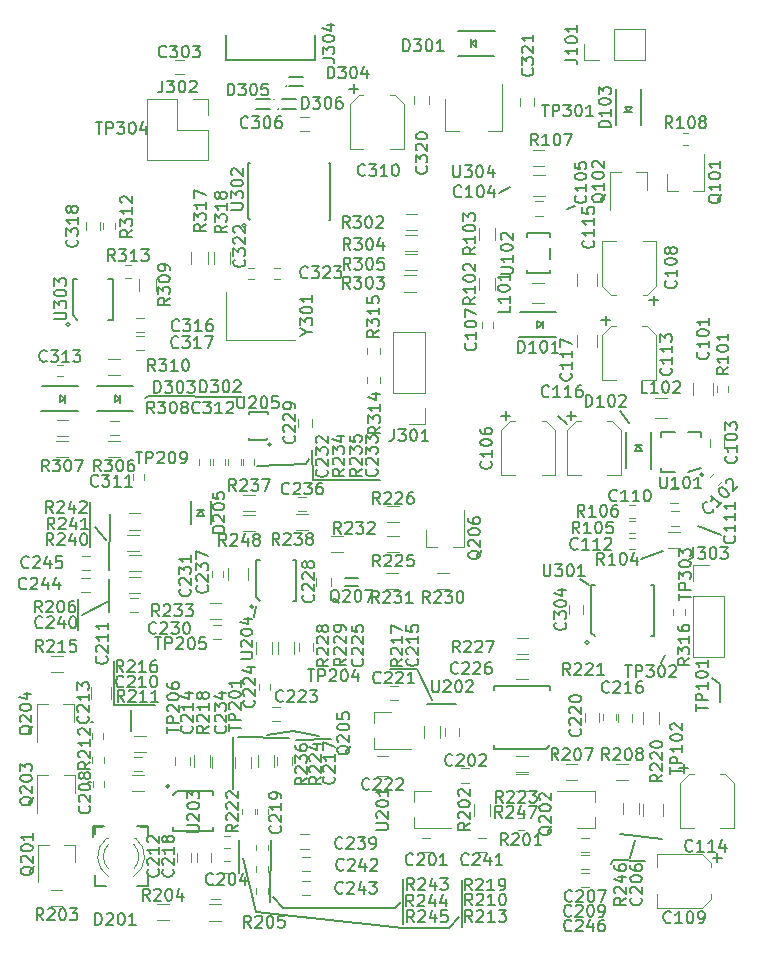
<source format=gto>
G04 #@! TF.GenerationSoftware,KiCad,Pcbnew,5.0.1*
G04 #@! TF.CreationDate,2018-12-04T21:14:06-05:00*
G04 #@! TF.ProjectId,receiver,72656365697665722E6B696361645F70,rev?*
G04 #@! TF.SameCoordinates,Original*
G04 #@! TF.FileFunction,Legend,Top*
G04 #@! TF.FilePolarity,Positive*
%FSLAX46Y46*%
G04 Gerber Fmt 4.6, Leading zero omitted, Abs format (unit mm)*
G04 Created by KiCad (PCBNEW 5.0.1) date Tue 04 Dec 2018 09:14:06 PM EST*
%MOMM*%
%LPD*%
G01*
G04 APERTURE LIST*
%ADD10C,0.152400*%
%ADD11C,0.120000*%
%ADD12C,0.150000*%
G04 APERTURE END LIST*
D10*
X46225000Y-175325000D02*
X46175000Y-179775000D01*
X51250000Y-174875000D02*
X49075000Y-175150000D01*
X53450000Y-175300000D02*
X51250000Y-174875000D01*
X51525000Y-175625000D02*
X54450000Y-175550000D01*
X46625000Y-175350000D02*
X50900000Y-175450000D01*
X37550000Y-173025000D02*
X37550000Y-174850000D01*
X36150000Y-172600000D02*
X39575000Y-172600000D01*
X36150000Y-168950000D02*
X36150000Y-172600000D01*
X34500000Y-157550000D02*
X35425000Y-158625000D01*
X34100000Y-155450000D02*
X34100000Y-159300000D01*
X35750000Y-156500000D02*
X35700000Y-161225000D01*
X68725000Y-129325000D02*
X69625000Y-128800000D01*
X52375000Y-152250000D02*
X48225000Y-152400000D01*
X52600000Y-151825000D02*
X52375000Y-152250000D01*
X53000000Y-153575000D02*
X52875000Y-151075000D01*
X58675000Y-153575000D02*
X53000000Y-153575000D01*
X35725000Y-162000000D02*
X35725000Y-164800000D01*
X33425000Y-164975000D02*
X35650000Y-163850000D01*
X33100000Y-163700000D02*
X33100000Y-163750000D01*
X33100000Y-166275000D02*
X33100000Y-163700000D01*
X47975000Y-165150000D02*
X48175000Y-164225000D01*
X64510000Y-191520000D02*
X65340000Y-190590000D01*
X60570000Y-191520000D02*
X64510000Y-191520000D01*
X48130000Y-190150000D02*
X60570000Y-191520000D01*
X47000000Y-185570000D02*
X48130000Y-190150000D01*
X46710000Y-184100000D02*
X46710000Y-186900000D01*
X65540000Y-187440000D02*
X65540000Y-191430000D01*
X33900000Y-179180000D02*
X34140000Y-179130000D01*
X34130000Y-174070000D02*
X34330000Y-174090000D01*
X39090000Y-146480000D02*
X38730000Y-146660000D01*
X46940000Y-146520000D02*
X39090000Y-146480000D01*
X59920000Y-189810000D02*
X60400000Y-189330000D01*
X50390000Y-189810000D02*
X59920000Y-189810000D01*
X49610000Y-188900000D02*
X50390000Y-189810000D01*
X49400000Y-184050000D02*
X49340000Y-189350000D01*
X60600000Y-187340000D02*
X60600000Y-191140000D01*
X62650000Y-172510000D02*
X65060000Y-172550000D01*
X61790000Y-169600000D02*
X63020000Y-172190000D01*
X59510000Y-169600000D02*
X61790000Y-169600000D01*
X78950000Y-183590000D02*
X82550000Y-183990000D01*
X79770000Y-185610000D02*
X80200000Y-184070000D01*
X78340000Y-185790000D02*
X81090000Y-185810000D01*
X78210000Y-186060000D02*
X78340000Y-185790000D01*
X87430000Y-170850000D02*
X87430000Y-172420000D01*
X86780000Y-170390000D02*
X87430000Y-170850000D01*
X75550000Y-161930000D02*
X76310000Y-162510000D01*
X82430000Y-169080000D02*
X82770000Y-168430000D01*
X80750000Y-160260000D02*
X82580000Y-159610000D01*
X87470000Y-158270000D02*
X85600000Y-157470000D01*
X73700000Y-148175000D02*
X74475000Y-148850000D01*
X78975000Y-147750000D02*
X79700000Y-148800000D01*
X75150000Y-130375000D02*
X74425000Y-130675000D01*
D11*
G04 #@! TO.C,C310*
X60640000Y-121730000D02*
X59870000Y-120960000D01*
X60640000Y-121730000D02*
X60640000Y-125540000D01*
X56060000Y-121730000D02*
X56830000Y-120960000D01*
X56060000Y-121730000D02*
X56060000Y-125540000D01*
X56830000Y-120960000D02*
X57230000Y-120960000D01*
X56060000Y-125540000D02*
X57230000Y-125540000D01*
X60640000Y-125540000D02*
X59470000Y-125540000D01*
X59870000Y-120960000D02*
X59470000Y-120960000D01*
G04 #@! TO.C,C106*
X72720000Y-148610000D02*
X72320000Y-148610000D01*
X73490000Y-153190000D02*
X72320000Y-153190000D01*
X68910000Y-153190000D02*
X70080000Y-153190000D01*
X69680000Y-148610000D02*
X70080000Y-148610000D01*
X68910000Y-149380000D02*
X68910000Y-153190000D01*
X68910000Y-149380000D02*
X69680000Y-148610000D01*
X73490000Y-149380000D02*
X73490000Y-153190000D01*
X73490000Y-149380000D02*
X72720000Y-148610000D01*
G04 #@! TO.C,C108*
X77460000Y-137120000D02*
X78230000Y-137890000D01*
X77460000Y-137120000D02*
X77460000Y-133310000D01*
X82040000Y-137120000D02*
X81270000Y-137890000D01*
X82040000Y-137120000D02*
X82040000Y-133310000D01*
X81270000Y-137890000D02*
X80870000Y-137890000D01*
X82040000Y-133310000D02*
X80870000Y-133310000D01*
X77460000Y-133310000D02*
X78630000Y-133310000D01*
X78230000Y-137890000D02*
X78630000Y-137890000D01*
G04 #@! TO.C,C109*
X86690000Y-189020000D02*
X86690000Y-188620000D01*
X82110000Y-189790000D02*
X82110000Y-188620000D01*
X82110000Y-185210000D02*
X82110000Y-186380000D01*
X86690000Y-185980000D02*
X86690000Y-186380000D01*
X85920000Y-185210000D02*
X82110000Y-185210000D01*
X85920000Y-185210000D02*
X86690000Y-185980000D01*
X85920000Y-189790000D02*
X82110000Y-189790000D01*
X85920000Y-189790000D02*
X86690000Y-189020000D01*
G04 #@! TO.C,C116*
X79040000Y-149380000D02*
X78270000Y-148610000D01*
X79040000Y-149380000D02*
X79040000Y-153190000D01*
X74460000Y-149380000D02*
X75230000Y-148610000D01*
X74460000Y-149380000D02*
X74460000Y-153190000D01*
X75230000Y-148610000D02*
X75630000Y-148610000D01*
X74460000Y-153190000D02*
X75630000Y-153190000D01*
X79040000Y-153190000D02*
X77870000Y-153190000D01*
X78270000Y-148610000D02*
X77870000Y-148610000D01*
G04 #@! TO.C,C114*
X87820000Y-178460000D02*
X87420000Y-178460000D01*
X88590000Y-183040000D02*
X87420000Y-183040000D01*
X84010000Y-183040000D02*
X85180000Y-183040000D01*
X84780000Y-178460000D02*
X85180000Y-178460000D01*
X84010000Y-179230000D02*
X84010000Y-183040000D01*
X84010000Y-179230000D02*
X84780000Y-178460000D01*
X88590000Y-179230000D02*
X88590000Y-183040000D01*
X88590000Y-179230000D02*
X87820000Y-178460000D01*
G04 #@! TO.C,C113*
X81990000Y-141330000D02*
X81220000Y-140560000D01*
X81990000Y-141330000D02*
X81990000Y-145140000D01*
X77410000Y-141330000D02*
X78180000Y-140560000D01*
X77410000Y-141330000D02*
X77410000Y-145140000D01*
X78180000Y-140560000D02*
X78580000Y-140560000D01*
X77410000Y-145140000D02*
X78580000Y-145140000D01*
X81990000Y-145140000D02*
X80820000Y-145140000D01*
X81220000Y-140560000D02*
X80820000Y-140560000D01*
G04 #@! TO.C,C213*
X35184491Y-175503465D02*
X35184491Y-175003465D01*
X34244491Y-175003465D02*
X34244491Y-175503465D01*
G04 #@! TO.C,C208*
X35234491Y-179603465D02*
X35234491Y-179103465D01*
X34294491Y-179103465D02*
X34294491Y-179603465D01*
G04 #@! TO.C,C102*
X87255563Y-154009117D02*
X87609117Y-153655563D01*
X86944437Y-152990883D02*
X86590883Y-153344437D01*
G04 #@! TO.C,C311*
X37730000Y-153100000D02*
X37730000Y-153600000D01*
X38670000Y-153600000D02*
X38670000Y-153100000D01*
G04 #@! TO.C,C323*
X49700000Y-136570000D02*
X50200000Y-136570000D01*
X50200000Y-135630000D02*
X49700000Y-135630000D01*
G04 #@! TO.C,C231*
X44380000Y-161300000D02*
X44380000Y-161800000D01*
X45320000Y-161800000D02*
X45320000Y-161300000D01*
G04 #@! TO.C,C232*
X44270000Y-152350000D02*
X44270000Y-151850000D01*
X43330000Y-151850000D02*
X43330000Y-152350000D01*
G04 #@! TO.C,C112*
X79700000Y-159420000D02*
X80200000Y-159420000D01*
X80200000Y-158480000D02*
X79700000Y-158480000D01*
G04 #@! TO.C,C322*
X48000000Y-135630000D02*
X47500000Y-135630000D01*
X47500000Y-136570000D02*
X48000000Y-136570000D01*
G04 #@! TO.C,C107*
X68220000Y-140700000D02*
X68220000Y-140200000D01*
X67280000Y-140200000D02*
X67280000Y-140700000D01*
G04 #@! TO.C,R101*
X87180000Y-145600000D02*
X87180000Y-146100000D01*
X88120000Y-146100000D02*
X88120000Y-145600000D01*
G04 #@! TO.C,C224*
X48380000Y-170850000D02*
X48380000Y-171350000D01*
X49320000Y-171350000D02*
X49320000Y-170850000D01*
G04 #@! TO.C,C233*
X47970000Y-152350000D02*
X47970000Y-151850000D01*
X47030000Y-151850000D02*
X47030000Y-152350000D01*
G04 #@! TO.C,C313*
X31300000Y-144770000D02*
X31800000Y-144770000D01*
X31800000Y-143830000D02*
X31300000Y-143830000D01*
G04 #@! TO.C,C219*
X49184491Y-181903465D02*
X49184491Y-181403465D01*
X48244491Y-181403465D02*
X48244491Y-181903465D01*
G04 #@! TO.C,C318*
X33700000Y-132450000D02*
X33700000Y-131750000D01*
X34900000Y-131750000D02*
X34900000Y-132450000D01*
G04 #@! TO.C,C210*
X38514491Y-178203465D02*
X37814491Y-178203465D01*
X37814491Y-177003465D02*
X38514491Y-177003465D01*
G04 #@! TO.C,C209*
X76350000Y-186550000D02*
X75650000Y-186550000D01*
X75650000Y-185350000D02*
X76350000Y-185350000D01*
G04 #@! TO.C,C207*
X75650000Y-183900000D02*
X76350000Y-183900000D01*
X76350000Y-185100000D02*
X75650000Y-185100000D01*
G04 #@! TO.C,C320*
X62750000Y-121050000D02*
X62750000Y-121750000D01*
X61550000Y-121750000D02*
X61550000Y-121050000D01*
G04 #@! TO.C,C204*
X44350000Y-187900000D02*
X45050000Y-187900000D01*
X45050000Y-189100000D02*
X44350000Y-189100000D01*
G04 #@! TO.C,C202*
X66200000Y-179200000D02*
X65500000Y-179200000D01*
X65500000Y-178000000D02*
X66200000Y-178000000D01*
G04 #@! TO.C,C201*
X62200000Y-183900000D02*
X62900000Y-183900000D01*
X62900000Y-185100000D02*
X62200000Y-185100000D01*
G04 #@! TO.C,C111*
X83250000Y-156250000D02*
X83950000Y-156250000D01*
X83950000Y-157450000D02*
X83250000Y-157450000D01*
G04 #@! TO.C,C105*
X72450000Y-131200000D02*
X71750000Y-131200000D01*
X71750000Y-130000000D02*
X72450000Y-130000000D01*
G04 #@! TO.C,C221*
X59450000Y-171000000D02*
X60150000Y-171000000D01*
X60150000Y-172200000D02*
X59450000Y-172200000D01*
G04 #@! TO.C,C212*
X41414491Y-185903465D02*
X41414491Y-185203465D01*
X42614491Y-185203465D02*
X42614491Y-185903465D01*
G04 #@! TO.C,C316*
X38635566Y-141069150D02*
X37935566Y-141069150D01*
X37935566Y-139869150D02*
X38635566Y-139869150D01*
G04 #@! TO.C,C225*
X52950000Y-167350000D02*
X52950000Y-168050000D01*
X51750000Y-168050000D02*
X51750000Y-167350000D01*
G04 #@! TO.C,C223*
X50200000Y-174000000D02*
X49500000Y-174000000D01*
X49500000Y-172800000D02*
X50200000Y-172800000D01*
G04 #@! TO.C,C317*
X37935566Y-141369150D02*
X38635566Y-141369150D01*
X38635566Y-142569150D02*
X37935566Y-142569150D01*
G04 #@! TO.C,C220*
X75950000Y-174050000D02*
X75950000Y-173350000D01*
X77150000Y-173350000D02*
X77150000Y-174050000D01*
G04 #@! TO.C,C218*
X44314491Y-185203465D02*
X44314491Y-185903465D01*
X43114491Y-185903465D02*
X43114491Y-185203465D01*
G04 #@! TO.C,C217*
X49950000Y-177750000D02*
X49950000Y-177050000D01*
X51150000Y-177050000D02*
X51150000Y-177750000D01*
G04 #@! TO.C,C216*
X80000000Y-173400000D02*
X80000000Y-174100000D01*
X78800000Y-174100000D02*
X78800000Y-173400000D01*
G04 #@! TO.C,C215*
X64100000Y-175300000D02*
X64100000Y-174600000D01*
X65300000Y-174600000D02*
X65300000Y-175300000D01*
G04 #@! TO.C,C228*
X53250000Y-162550000D02*
X53250000Y-161850000D01*
X54450000Y-161850000D02*
X54450000Y-162550000D01*
G04 #@! TO.C,C214*
X42514491Y-177053465D02*
X42514491Y-177753465D01*
X41314491Y-177753465D02*
X41314491Y-177053465D01*
G04 #@! TO.C,C110*
X83200000Y-154350000D02*
X83900000Y-154350000D01*
X83900000Y-155550000D02*
X83200000Y-155550000D01*
G04 #@! TO.C,C321*
X70450000Y-121950000D02*
X70450000Y-121250000D01*
X71650000Y-121250000D02*
X71650000Y-121950000D01*
G04 #@! TO.C,C241*
X67600000Y-185100000D02*
X66900000Y-185100000D01*
X66900000Y-183900000D02*
X67600000Y-183900000D01*
G04 #@! TO.C,C240*
X38150000Y-164800000D02*
X37450000Y-164800000D01*
X37450000Y-163600000D02*
X38150000Y-163600000D01*
G04 #@! TO.C,C239*
X51900000Y-183600000D02*
X52600000Y-183600000D01*
X52600000Y-184800000D02*
X51900000Y-184800000D01*
G04 #@! TO.C,C236*
X51700000Y-155000000D02*
X52400000Y-155000000D01*
X52400000Y-156200000D02*
X51700000Y-156200000D01*
G04 #@! TO.C,C230*
X44452183Y-165848858D02*
X45152183Y-165848858D01*
X45152183Y-167048858D02*
X44452183Y-167048858D01*
G04 #@! TO.C,C242*
X52700000Y-186700000D02*
X52000000Y-186700000D01*
X52000000Y-185500000D02*
X52700000Y-185500000D01*
G04 #@! TO.C,C243*
X52000000Y-187500000D02*
X52700000Y-187500000D01*
X52700000Y-188700000D02*
X52000000Y-188700000D01*
G04 #@! TO.C,C244*
X33350000Y-161900000D02*
X34050000Y-161900000D01*
X34050000Y-163100000D02*
X33350000Y-163100000D01*
G04 #@! TO.C,C245*
X34100000Y-161200000D02*
X33400000Y-161200000D01*
X33400000Y-160000000D02*
X34100000Y-160000000D01*
G04 #@! TO.C,C246*
X75650000Y-186850000D02*
X76350000Y-186850000D01*
X76350000Y-188050000D02*
X75650000Y-188050000D01*
G04 #@! TO.C,C312*
X36500000Y-149800000D02*
X35800000Y-149800000D01*
X35800000Y-148600000D02*
X36500000Y-148600000D01*
G04 #@! TO.C,C306*
X52600000Y-124050000D02*
X51900000Y-124050000D01*
X51900000Y-122850000D02*
X52600000Y-122850000D01*
G04 #@! TO.C,C304*
X75800000Y-164200000D02*
X75800000Y-164900000D01*
X74600000Y-164900000D02*
X74600000Y-164200000D01*
G04 #@! TO.C,C303*
X41300000Y-118000000D02*
X42000000Y-118000000D01*
X42000000Y-119200000D02*
X41300000Y-119200000D01*
G04 #@! TO.C,C229*
X52850000Y-148400000D02*
X52850000Y-149100000D01*
X51650000Y-149100000D02*
X51650000Y-148400000D01*
G04 #@! TO.C,C103*
X87750000Y-150100000D02*
X87750000Y-150800000D01*
X86550000Y-150800000D02*
X86550000Y-150100000D01*
G04 #@! TO.C,L101*
X71500000Y-138600000D02*
X72500000Y-138600000D01*
X72500000Y-136900000D02*
X71500000Y-136900000D01*
G04 #@! TO.C,C101*
X85100000Y-145400000D02*
X85100000Y-146400000D01*
X86800000Y-146400000D02*
X86800000Y-145400000D01*
G04 #@! TO.C,C104*
X71600000Y-129500000D02*
X72600000Y-129500000D01*
X72600000Y-127800000D02*
X71600000Y-127800000D01*
G04 #@! TO.C,C211*
X35864491Y-172153465D02*
X35864491Y-171153465D01*
X34164491Y-171153465D02*
X34164491Y-172153465D01*
G04 #@! TO.C,C115*
X77000000Y-137150000D02*
X77000000Y-136150000D01*
X75300000Y-136150000D02*
X75300000Y-137150000D01*
G04 #@! TO.C,C117*
X77000000Y-142300000D02*
X77000000Y-141300000D01*
X75300000Y-141300000D02*
X75300000Y-142300000D01*
G04 #@! TO.C,C206*
X82600000Y-182000000D02*
X82600000Y-181000000D01*
X80900000Y-181000000D02*
X80900000Y-182000000D01*
G04 #@! TO.C,C222*
X59350000Y-176950000D02*
X58350000Y-176950000D01*
X58350000Y-178650000D02*
X59350000Y-178650000D01*
G04 #@! TO.C,C226*
X71150000Y-168700000D02*
X70150000Y-168700000D01*
X70150000Y-170400000D02*
X71150000Y-170400000D01*
G04 #@! TO.C,C234*
X44400000Y-177000000D02*
X44400000Y-178000000D01*
X46100000Y-178000000D02*
X46100000Y-177000000D01*
G04 #@! TO.C,C237*
X45750000Y-161050000D02*
X45750000Y-162050000D01*
X47450000Y-162050000D02*
X47450000Y-161050000D01*
G04 #@! TO.C,L102*
X82900000Y-146650000D02*
X81900000Y-146650000D01*
X81900000Y-148350000D02*
X82900000Y-148350000D01*
G04 #@! TO.C,Y301*
X45600000Y-141700000D02*
X51400000Y-141700000D01*
X45600000Y-137700000D02*
X45600000Y-141700000D01*
G04 #@! TO.C,D203*
X35634491Y-183913465D02*
X35478491Y-183913465D01*
X37950491Y-183913465D02*
X37794491Y-183913465D01*
X35634654Y-186514595D02*
G75*
G02X35634491Y-184432504I1079837J1041130D01*
G01*
X37794328Y-186514595D02*
G75*
G03X37794491Y-184432504I-1079837J1041130D01*
G01*
X35635883Y-187145800D02*
G75*
G02X35478975Y-183913465I1078608J1672335D01*
G01*
X37793099Y-187145800D02*
G75*
G03X37950007Y-183913465I-1078608J1672335D01*
G01*
G04 #@! TO.C,R108*
X84250000Y-125230000D02*
X84750000Y-125230000D01*
X84750000Y-124170000D02*
X84250000Y-124170000D01*
G04 #@! TO.C,R244*
X49180000Y-186750000D02*
X49180000Y-186250000D01*
X48120000Y-186250000D02*
X48120000Y-186750000D01*
G04 #@! TO.C,R316*
X83420000Y-164500000D02*
X83420000Y-165000000D01*
X84480000Y-165000000D02*
X84480000Y-164500000D01*
G04 #@! TO.C,R312*
X36230000Y-132350000D02*
X36230000Y-131850000D01*
X35170000Y-131850000D02*
X35170000Y-132350000D01*
G04 #@! TO.C,R315*
X58630000Y-142900000D02*
X58630000Y-142400000D01*
X57570000Y-142400000D02*
X57570000Y-142900000D01*
G04 #@! TO.C,R314*
X57570000Y-144850000D02*
X57570000Y-145350000D01*
X58630000Y-145350000D02*
X58630000Y-144850000D01*
G04 #@! TO.C,R313*
X37550000Y-135420000D02*
X37050000Y-135420000D01*
X37050000Y-136480000D02*
X37550000Y-136480000D01*
G04 #@! TO.C,R245*
X48120000Y-188150000D02*
X48120000Y-188650000D01*
X49180000Y-188650000D02*
X49180000Y-188150000D01*
G04 #@! TO.C,R105*
X79700000Y-158080000D02*
X80200000Y-158080000D01*
X80200000Y-157020000D02*
X79700000Y-157020000D01*
G04 #@! TO.C,R106*
X79700000Y-156780000D02*
X80200000Y-156780000D01*
X80200000Y-155720000D02*
X79700000Y-155720000D01*
G04 #@! TO.C,R201*
X70300000Y-183230000D02*
X70800000Y-183230000D01*
X70800000Y-182170000D02*
X70300000Y-182170000D01*
G04 #@! TO.C,R210*
X45464491Y-185833465D02*
X45964491Y-185833465D01*
X45964491Y-184773465D02*
X45464491Y-184773465D01*
G04 #@! TO.C,R212*
X34234491Y-177053465D02*
X34234491Y-177553465D01*
X35294491Y-177553465D02*
X35294491Y-177053465D01*
G04 #@! TO.C,R213*
X45464491Y-186883465D02*
X45964491Y-186883465D01*
X45964491Y-185823465D02*
X45464491Y-185823465D01*
G04 #@! TO.C,R219*
X45964491Y-183723465D02*
X45464491Y-183723465D01*
X45464491Y-184783465D02*
X45964491Y-184783465D01*
G04 #@! TO.C,R221*
X77520000Y-173400000D02*
X77520000Y-173900000D01*
X78580000Y-173900000D02*
X78580000Y-173400000D01*
G04 #@! TO.C,R222*
X46984491Y-181403465D02*
X46984491Y-181903465D01*
X48044491Y-181903465D02*
X48044491Y-181403465D01*
G04 #@! TO.C,R234*
X45530000Y-152350000D02*
X45530000Y-151850000D01*
X44470000Y-151850000D02*
X44470000Y-152350000D01*
G04 #@! TO.C,R235*
X45770000Y-151850000D02*
X45770000Y-152350000D01*
X46830000Y-152350000D02*
X46830000Y-151850000D01*
G04 #@! TO.C,R243*
X48120000Y-184450000D02*
X48120000Y-184950000D01*
X49180000Y-184950000D02*
X49180000Y-184450000D01*
G04 #@! TO.C,R103*
X67020000Y-133250000D02*
X67020000Y-132250000D01*
X68380000Y-132250000D02*
X68380000Y-133250000D01*
G04 #@! TO.C,R102*
X68380000Y-136500000D02*
X68380000Y-137500000D01*
X67020000Y-137500000D02*
X67020000Y-136500000D01*
G04 #@! TO.C,R246*
X79170000Y-181900000D02*
X79170000Y-180900000D01*
X80530000Y-180900000D02*
X80530000Y-181900000D01*
G04 #@! TO.C,R247*
X70150000Y-178520000D02*
X71150000Y-178520000D01*
X71150000Y-179880000D02*
X70150000Y-179880000D01*
G04 #@! TO.C,R248*
X47050000Y-156570000D02*
X48050000Y-156570000D01*
X48050000Y-157930000D02*
X47050000Y-157930000D01*
G04 #@! TO.C,R302*
X61800000Y-132430000D02*
X60800000Y-132430000D01*
X60800000Y-131070000D02*
X61800000Y-131070000D01*
G04 #@! TO.C,R303*
X60700000Y-136270000D02*
X61700000Y-136270000D01*
X61700000Y-137630000D02*
X60700000Y-137630000D01*
G04 #@! TO.C,R304*
X61750000Y-134230000D02*
X60750000Y-134230000D01*
X60750000Y-132870000D02*
X61750000Y-132870000D01*
G04 #@! TO.C,R305*
X60750000Y-134470000D02*
X61750000Y-134470000D01*
X61750000Y-135830000D02*
X60750000Y-135830000D01*
G04 #@! TO.C,R309*
X38270000Y-137550000D02*
X38270000Y-136550000D01*
X39630000Y-136550000D02*
X39630000Y-137550000D01*
G04 #@! TO.C,R306*
X36600000Y-151630000D02*
X35600000Y-151630000D01*
X35600000Y-150270000D02*
X36600000Y-150270000D01*
G04 #@! TO.C,R104*
X83050000Y-157970000D02*
X84050000Y-157970000D01*
X84050000Y-159330000D02*
X83050000Y-159330000D01*
G04 #@! TO.C,R107*
X72550000Y-127030000D02*
X71550000Y-127030000D01*
X71550000Y-125670000D02*
X72550000Y-125670000D01*
G04 #@! TO.C,R202*
X67930000Y-181000000D02*
X67930000Y-182000000D01*
X66570000Y-182000000D02*
X66570000Y-181000000D01*
G04 #@! TO.C,R203*
X31750000Y-189630000D02*
X30750000Y-189630000D01*
X30750000Y-188270000D02*
X31750000Y-188270000D01*
G04 #@! TO.C,R204*
X40750000Y-190880000D02*
X39750000Y-190880000D01*
X39750000Y-189520000D02*
X40750000Y-189520000D01*
G04 #@! TO.C,R205*
X44164491Y-189523465D02*
X45164491Y-189523465D01*
X45164491Y-190883465D02*
X44164491Y-190883465D01*
G04 #@! TO.C,R206*
X37350000Y-161820000D02*
X38350000Y-161820000D01*
X38350000Y-163180000D02*
X37350000Y-163180000D01*
G04 #@! TO.C,R207*
X74350000Y-177620000D02*
X75350000Y-177620000D01*
X75350000Y-178980000D02*
X74350000Y-178980000D01*
G04 #@! TO.C,R208*
X79650000Y-178980000D02*
X78650000Y-178980000D01*
X78650000Y-177620000D02*
X79650000Y-177620000D01*
G04 #@! TO.C,R211*
X38664491Y-179883465D02*
X37664491Y-179883465D01*
X37664491Y-178523465D02*
X38664491Y-178523465D01*
G04 #@! TO.C,R307*
X32200000Y-151630000D02*
X31200000Y-151630000D01*
X31200000Y-150270000D02*
X32200000Y-150270000D01*
G04 #@! TO.C,R308*
X31250000Y-148520000D02*
X32250000Y-148520000D01*
X32250000Y-149880000D02*
X31250000Y-149880000D01*
G04 #@! TO.C,R310*
X35600000Y-143320000D02*
X36600000Y-143320000D01*
X36600000Y-144680000D02*
X35600000Y-144680000D01*
G04 #@! TO.C,R216*
X37814491Y-175273465D02*
X38814491Y-175273465D01*
X38814491Y-176633465D02*
X37814491Y-176633465D01*
G04 #@! TO.C,R217*
X63730000Y-174400000D02*
X63730000Y-175400000D01*
X62370000Y-175400000D02*
X62370000Y-174400000D01*
G04 #@! TO.C,R218*
X44230000Y-176900000D02*
X44230000Y-177900000D01*
X42870000Y-177900000D02*
X42870000Y-176900000D01*
G04 #@! TO.C,R215*
X30814491Y-168473465D02*
X31814491Y-168473465D01*
X31814491Y-169833465D02*
X30814491Y-169833465D01*
G04 #@! TO.C,R220*
X80870000Y-174250000D02*
X80870000Y-173250000D01*
X82230000Y-173250000D02*
X82230000Y-174250000D01*
G04 #@! TO.C,R318*
X45930000Y-134300000D02*
X45930000Y-135300000D01*
X44570000Y-135300000D02*
X44570000Y-134300000D01*
G04 #@! TO.C,R242*
X38350000Y-157780000D02*
X37350000Y-157780000D01*
X37350000Y-156420000D02*
X38350000Y-156420000D01*
G04 #@! TO.C,R223*
X70150000Y-176920000D02*
X71150000Y-176920000D01*
X71150000Y-178280000D02*
X70150000Y-178280000D01*
G04 #@! TO.C,R224*
X48270000Y-177900000D02*
X48270000Y-176900000D01*
X49630000Y-176900000D02*
X49630000Y-177900000D01*
G04 #@! TO.C,R225*
X59250000Y-158320000D02*
X60250000Y-158320000D01*
X60250000Y-159680000D02*
X59250000Y-159680000D01*
G04 #@! TO.C,R226*
X60250000Y-157180000D02*
X59250000Y-157180000D01*
X59250000Y-155820000D02*
X60250000Y-155820000D01*
G04 #@! TO.C,R227*
X70200000Y-166970000D02*
X71200000Y-166970000D01*
X71200000Y-168330000D02*
X70200000Y-168330000D01*
G04 #@! TO.C,R238*
X52550000Y-157830000D02*
X51550000Y-157830000D01*
X51550000Y-156470000D02*
X52550000Y-156470000D01*
G04 #@! TO.C,R237*
X48050000Y-156180000D02*
X47050000Y-156180000D01*
X47050000Y-154820000D02*
X48050000Y-154820000D01*
G04 #@! TO.C,R236*
X47730000Y-177000000D02*
X47730000Y-178000000D01*
X46370000Y-178000000D02*
X46370000Y-177000000D01*
G04 #@! TO.C,R317*
X44030000Y-134300000D02*
X44030000Y-135300000D01*
X42670000Y-135300000D02*
X42670000Y-134300000D01*
G04 #@! TO.C,R233*
X44202183Y-163968858D02*
X45202183Y-163968858D01*
X45202183Y-165328858D02*
X44202183Y-165328858D01*
G04 #@! TO.C,R232*
X55500000Y-159680000D02*
X54500000Y-159680000D01*
X54500000Y-158320000D02*
X55500000Y-158320000D01*
G04 #@! TO.C,R231*
X59150000Y-161420000D02*
X60150000Y-161420000D01*
X60150000Y-162780000D02*
X59150000Y-162780000D01*
G04 #@! TO.C,R230*
X64450000Y-162780000D02*
X63450000Y-162780000D01*
X63450000Y-161420000D02*
X64450000Y-161420000D01*
G04 #@! TO.C,R240*
X37400000Y-159920000D02*
X38400000Y-159920000D01*
X38400000Y-161280000D02*
X37400000Y-161280000D01*
G04 #@! TO.C,R229*
X49970000Y-168300000D02*
X49970000Y-167300000D01*
X51330000Y-167300000D02*
X51330000Y-168300000D01*
G04 #@! TO.C,R228*
X49530000Y-167300000D02*
X49530000Y-168300000D01*
X48170000Y-168300000D02*
X48170000Y-167300000D01*
G04 #@! TO.C,R241*
X38250000Y-159630000D02*
X37250000Y-159630000D01*
X37250000Y-158270000D02*
X38250000Y-158270000D01*
G04 #@! TO.C,J101*
X75870000Y-118030000D02*
X75870000Y-116700000D01*
X77200000Y-118030000D02*
X75870000Y-118030000D01*
X78470000Y-115370000D02*
X78470000Y-118030000D01*
X81070000Y-115370000D02*
X78470000Y-115370000D01*
X81070000Y-118030000D02*
X81070000Y-115370000D01*
X78470000Y-118030000D02*
X81070000Y-118030000D01*
G04 #@! TO.C,J301*
X62430000Y-146230000D02*
X62430000Y-141090000D01*
X62430000Y-141090000D02*
X59770000Y-141090000D01*
X59770000Y-141090000D02*
X59770000Y-146230000D01*
X59770000Y-146230000D02*
X62430000Y-146230000D01*
X62430000Y-147500000D02*
X62430000Y-148830000D01*
X62430000Y-148830000D02*
X61100000Y-148830000D01*
G04 #@! TO.C,J303*
X85120000Y-160820000D02*
X86450000Y-160820000D01*
X85120000Y-162150000D02*
X85120000Y-160820000D01*
X87780000Y-163420000D02*
X85120000Y-163420000D01*
X87780000Y-168560000D02*
X87780000Y-163420000D01*
X85120000Y-168560000D02*
X87780000Y-168560000D01*
X85120000Y-163420000D02*
X85120000Y-168560000D01*
G04 #@! TO.C,J302*
X44080000Y-121320000D02*
X42810000Y-121320000D01*
X44080000Y-122650000D02*
X44080000Y-121320000D01*
X41480000Y-123920000D02*
X44080000Y-123920000D01*
X41480000Y-121320000D02*
X41480000Y-123920000D01*
X38880000Y-121320000D02*
X41480000Y-121320000D01*
X38880000Y-126520000D02*
X38880000Y-121320000D01*
X44080000Y-126520000D02*
X38880000Y-126520000D01*
X44080000Y-123920000D02*
X44080000Y-126520000D01*
G04 #@! TO.C,Q205*
X58090000Y-173220000D02*
X59550000Y-173220000D01*
X58090000Y-176380000D02*
X61250000Y-176380000D01*
X58090000Y-176380000D02*
X58090000Y-175450000D01*
X58090000Y-173220000D02*
X58090000Y-174150000D01*
G04 #@! TO.C,Q204*
X32744491Y-172593465D02*
X31814491Y-172593465D01*
X29584491Y-172593465D02*
X30514491Y-172593465D01*
X29584491Y-172593465D02*
X29584491Y-175753465D01*
X32744491Y-172593465D02*
X32744491Y-174053465D01*
G04 #@! TO.C,Q201*
X32844491Y-184493465D02*
X32844491Y-185953465D01*
X29684491Y-184493465D02*
X29684491Y-187653465D01*
X29684491Y-184493465D02*
X30614491Y-184493465D01*
X32844491Y-184493465D02*
X31914491Y-184493465D01*
G04 #@! TO.C,Q101*
X82920000Y-129110000D02*
X83850000Y-129110000D01*
X86080000Y-129110000D02*
X85150000Y-129110000D01*
X86080000Y-129110000D02*
X86080000Y-125950000D01*
X82920000Y-129110000D02*
X82920000Y-127650000D01*
G04 #@! TO.C,Q102*
X81230000Y-127540000D02*
X81230000Y-129000000D01*
X78070000Y-127540000D02*
X78070000Y-130700000D01*
X78070000Y-127540000D02*
X79000000Y-127540000D01*
X81230000Y-127540000D02*
X80300000Y-127540000D01*
G04 #@! TO.C,Q202*
X76810000Y-183080000D02*
X76810000Y-182150000D01*
X76810000Y-179920000D02*
X76810000Y-180850000D01*
X76810000Y-179920000D02*
X73650000Y-179920000D01*
X76810000Y-183080000D02*
X75350000Y-183080000D01*
G04 #@! TO.C,Q206*
X62570000Y-159260000D02*
X62570000Y-157800000D01*
X65730000Y-159260000D02*
X65730000Y-156100000D01*
X65730000Y-159260000D02*
X64800000Y-159260000D01*
X62570000Y-159260000D02*
X63500000Y-159260000D01*
G04 #@! TO.C,U201*
X61490000Y-179920000D02*
X61490000Y-180850000D01*
X61490000Y-183080000D02*
X61490000Y-182150000D01*
X61490000Y-183080000D02*
X64650000Y-183080000D01*
X61490000Y-179920000D02*
X62950000Y-179920000D01*
G04 #@! TO.C,Q203*
X32794491Y-178593465D02*
X32794491Y-180053465D01*
X29634491Y-178593465D02*
X29634491Y-181753465D01*
X29634491Y-178593465D02*
X30564491Y-178593465D01*
X32794491Y-178593465D02*
X31864491Y-178593465D01*
G04 #@! TO.C,U304*
X68950000Y-124030000D02*
X67750000Y-124030000D01*
X68950000Y-120030000D02*
X68950000Y-124030000D01*
X64150000Y-124030000D02*
X64150000Y-121330000D01*
X65350000Y-124030000D02*
X64150000Y-124030000D01*
D12*
G04 #@! TO.C,J304*
X53100000Y-118050000D02*
X45600000Y-118050000D01*
X53100000Y-115900000D02*
X53100000Y-118050000D01*
X45600000Y-115900000D02*
X45600000Y-118050000D01*
G04 #@! TO.C,U301*
X76795000Y-166800000D02*
X76540000Y-166545000D01*
X76540000Y-166545000D02*
X76540000Y-162500000D01*
X76540000Y-162500000D02*
X76795000Y-162500000D01*
X81605000Y-162500000D02*
X81860000Y-162500000D01*
X81860000Y-162500000D02*
X81860000Y-166800000D01*
X81860000Y-166800000D02*
X81605000Y-166800000D01*
X76315000Y-167350000D02*
G75*
G03X76315000Y-167350000I-150000J0D01*
G01*
G04 #@! TO.C,D201*
X34514491Y-187953465D02*
X35114491Y-187953465D01*
X34514491Y-187953465D02*
X34514491Y-187353465D01*
X39014491Y-187953465D02*
X39014491Y-187353465D01*
X39014491Y-187953465D02*
X38414491Y-187953465D01*
X39014491Y-182953465D02*
X38414491Y-182953465D01*
X39014491Y-182953465D02*
X39014491Y-183553465D01*
X34514491Y-182953465D02*
X35114491Y-182953465D01*
X34514491Y-182953465D02*
X34514491Y-183553465D01*
G04 #@! TO.C,U303*
X32965000Y-140000000D02*
X32600000Y-139635000D01*
X32600000Y-139635000D02*
X32600000Y-136600000D01*
X32600000Y-136600000D02*
X32965000Y-136600000D01*
X35635000Y-136600000D02*
X36000000Y-136600000D01*
X36000000Y-136600000D02*
X36000000Y-140000000D01*
X36000000Y-140000000D02*
X35635000Y-140000000D01*
X32375000Y-140435000D02*
G75*
G03X32375000Y-140435000I-150000J0D01*
G01*
G04 #@! TO.C,U203*
X41114491Y-180228465D02*
X41439491Y-179903465D01*
X41439491Y-179903465D02*
X44514491Y-179903465D01*
X44514491Y-179903465D02*
X44514491Y-180228465D01*
X44514491Y-182978465D02*
X44514491Y-183303465D01*
X44514491Y-183303465D02*
X41114491Y-183303465D01*
X41114491Y-183303465D02*
X41114491Y-182978465D01*
X40814491Y-179528465D02*
G75*
G03X40814491Y-179528465I-150000J0D01*
G01*
G04 #@! TO.C,U102*
X71050000Y-135800000D02*
X71050000Y-136100000D01*
X71050000Y-136100000D02*
X73040000Y-136100000D01*
X73040000Y-136100000D02*
X73050000Y-135810000D01*
X73050000Y-133000000D02*
X73050000Y-132710000D01*
X73050000Y-132710000D02*
X71050000Y-132700000D01*
X71050000Y-132700000D02*
X71050000Y-133000000D01*
X73050000Y-134900000D02*
X73050000Y-133910000D01*
G04 #@! TO.C,Q207*
X55700000Y-161850000D02*
X56800000Y-161850000D01*
X55700000Y-162550000D02*
X56800000Y-162550000D01*
G04 #@! TO.C,D202*
X34464491Y-187953465D02*
X34464491Y-187023465D01*
X34464491Y-187953465D02*
X35394491Y-187953465D01*
X38994491Y-187993465D02*
X38994491Y-187063465D01*
X38994491Y-187993465D02*
X38064491Y-187993465D01*
X39024491Y-182903465D02*
X38094491Y-182903465D01*
X39024491Y-182903465D02*
X39024491Y-183833465D01*
X34374491Y-182923465D02*
X35304491Y-182923465D01*
X34374491Y-182923465D02*
X34374491Y-183853465D01*
G04 #@! TO.C,U205*
X49175000Y-150000000D02*
X48975000Y-150200000D01*
X48975000Y-150200000D02*
X47525000Y-150200000D01*
X47525000Y-150200000D02*
X47525000Y-150000000D01*
X47525000Y-148000000D02*
X47525000Y-147800000D01*
X47525000Y-147800000D02*
X49175000Y-147800000D01*
X49175000Y-147800000D02*
X49175000Y-148000000D01*
X49420000Y-150575000D02*
G75*
G03X49420000Y-150575000I-150000J0D01*
G01*
G04 #@! TO.C,D101*
X70400000Y-141450000D02*
X73500000Y-141450000D01*
X70450000Y-139350000D02*
X73500000Y-139350000D01*
X72400000Y-140100000D02*
X72400000Y-140750000D01*
X72400000Y-140400000D02*
X71950000Y-140100000D01*
X71950000Y-140700000D02*
X72400000Y-140400000D01*
X71950000Y-140100000D02*
X71950000Y-140700000D01*
G04 #@! TO.C,D103*
X79950000Y-122000000D02*
X79350000Y-122000000D01*
X79350000Y-122000000D02*
X79650000Y-122450000D01*
X79650000Y-122450000D02*
X79950000Y-122000000D01*
X79950000Y-122450000D02*
X79300000Y-122450000D01*
X80700000Y-120500000D02*
X80700000Y-123550000D01*
X78600000Y-120450000D02*
X78600000Y-123550000D01*
G04 #@! TO.C,D303*
X29950000Y-147750000D02*
X33050000Y-147750000D01*
X30000000Y-145650000D02*
X33050000Y-145650000D01*
X31950000Y-146400000D02*
X31950000Y-147050000D01*
X31950000Y-146700000D02*
X31500000Y-146400000D01*
X31500000Y-147000000D02*
X31950000Y-146700000D01*
X31500000Y-146400000D02*
X31500000Y-147000000D01*
G04 #@! TO.C,D302*
X36200000Y-146400000D02*
X36200000Y-147000000D01*
X36200000Y-147000000D02*
X36650000Y-146700000D01*
X36650000Y-146700000D02*
X36200000Y-146400000D01*
X36650000Y-146400000D02*
X36650000Y-147050000D01*
X34700000Y-145650000D02*
X37750000Y-145650000D01*
X34650000Y-147750000D02*
X37750000Y-147750000D01*
G04 #@! TO.C,D301*
X68350000Y-115550000D02*
X65250000Y-115550000D01*
X68300000Y-117650000D02*
X65250000Y-117650000D01*
X66350000Y-116900000D02*
X66350000Y-116250000D01*
X66350000Y-116600000D02*
X66800000Y-116900000D01*
X66800000Y-116300000D02*
X66350000Y-116600000D01*
X66800000Y-116900000D02*
X66800000Y-116300000D01*
G04 #@! TO.C,D102*
X80200000Y-151100000D02*
X80800000Y-151100000D01*
X80800000Y-151100000D02*
X80500000Y-150650000D01*
X80500000Y-150650000D02*
X80200000Y-151100000D01*
X80200000Y-150650000D02*
X80850000Y-150650000D01*
X79450000Y-152600000D02*
X79450000Y-149550000D01*
X81550000Y-152650000D02*
X81550000Y-149550000D01*
G04 #@! TO.C,U302*
X47625000Y-131550000D02*
X47500000Y-131425000D01*
X47500000Y-131425000D02*
X47500000Y-126750000D01*
X47500000Y-126750000D02*
X47625000Y-126750000D01*
X54275000Y-126750000D02*
X54400000Y-126750000D01*
X54400000Y-126750000D02*
X54400000Y-131550000D01*
X54400000Y-131550000D02*
X54275000Y-131550000D01*
X47275000Y-132025000D02*
G75*
G03X47275000Y-132025000I-150000J0D01*
G01*
G04 #@! TO.C,U202*
X73050000Y-176025000D02*
X72675000Y-176400000D01*
X72675000Y-176400000D02*
X68250000Y-176400000D01*
X68250000Y-176400000D02*
X68250000Y-176025000D01*
X68250000Y-171375000D02*
X68250000Y-171000000D01*
X68250000Y-171000000D02*
X73050000Y-171000000D01*
X73050000Y-171000000D02*
X73050000Y-171375000D01*
X73600000Y-176775000D02*
G75*
G03X73600000Y-176775000I-150000J0D01*
G01*
G04 #@! TO.C,U204*
X48450000Y-163800000D02*
X48150000Y-163500000D01*
X48150000Y-163500000D02*
X48150000Y-160400000D01*
X48150000Y-160400000D02*
X48450000Y-160400000D01*
X51250000Y-160400000D02*
X51550000Y-160400000D01*
X51550000Y-160400000D02*
X51550000Y-163800000D01*
X51550000Y-163800000D02*
X51250000Y-163800000D01*
X47925000Y-164300000D02*
G75*
G03X47925000Y-164300000I-150000J0D01*
G01*
G04 #@! TO.C,U101*
X85850000Y-152570000D02*
X84720000Y-152950000D01*
X83580000Y-152950000D02*
X82450000Y-152950000D01*
X82450000Y-152950000D02*
X82450000Y-152570000D01*
X82450000Y-149930000D02*
X82450000Y-149550000D01*
X82450000Y-149550000D02*
X83580000Y-149550000D01*
X84720000Y-149550000D02*
X85850000Y-149550000D01*
X85850000Y-149550000D02*
X85850000Y-149930000D01*
X86025000Y-153125000D02*
G75*
G03X86025000Y-153125000I-150000J0D01*
G01*
G04 #@! TO.C,D306*
X51500000Y-122150000D02*
X50300000Y-122150000D01*
X50300000Y-121350000D02*
X51500000Y-121350000D01*
X50050000Y-122150000D02*
G75*
G03X50050000Y-122150000I-50000J0D01*
G01*
G04 #@! TO.C,D305*
X49650000Y-121350000D02*
G75*
G03X49650000Y-121350000I-50000J0D01*
G01*
X49300000Y-122150000D02*
X48100000Y-122150000D01*
X48100000Y-121350000D02*
X49300000Y-121350000D01*
G04 #@! TO.C,D304*
X52150000Y-120250000D02*
X50950000Y-120250000D01*
X50950000Y-119450000D02*
X52150000Y-119450000D01*
X50700000Y-120250000D02*
G75*
G03X50700000Y-120250000I-50000J0D01*
G01*
G04 #@! TO.C,D205*
X43150000Y-156600000D02*
X43750000Y-156600000D01*
X43750000Y-156600000D02*
X43450000Y-156100000D01*
X43450000Y-156100000D02*
X43150000Y-156600000D01*
X43100000Y-156100000D02*
X43750000Y-156100000D01*
X44300000Y-157350000D02*
X44300000Y-155350000D01*
X42600000Y-157350000D02*
X42600000Y-155350000D01*
G04 #@! TO.C,TP209*
X37935714Y-151177380D02*
X38507142Y-151177380D01*
X38221428Y-152177380D02*
X38221428Y-151177380D01*
X38840476Y-152177380D02*
X38840476Y-151177380D01*
X39221428Y-151177380D01*
X39316666Y-151225000D01*
X39364285Y-151272619D01*
X39411904Y-151367857D01*
X39411904Y-151510714D01*
X39364285Y-151605952D01*
X39316666Y-151653571D01*
X39221428Y-151701190D01*
X38840476Y-151701190D01*
X39792857Y-151272619D02*
X39840476Y-151225000D01*
X39935714Y-151177380D01*
X40173809Y-151177380D01*
X40269047Y-151225000D01*
X40316666Y-151272619D01*
X40364285Y-151367857D01*
X40364285Y-151463095D01*
X40316666Y-151605952D01*
X39745238Y-152177380D01*
X40364285Y-152177380D01*
X40983333Y-151177380D02*
X41078571Y-151177380D01*
X41173809Y-151225000D01*
X41221428Y-151272619D01*
X41269047Y-151367857D01*
X41316666Y-151558333D01*
X41316666Y-151796428D01*
X41269047Y-151986904D01*
X41221428Y-152082142D01*
X41173809Y-152129761D01*
X41078571Y-152177380D01*
X40983333Y-152177380D01*
X40888095Y-152129761D01*
X40840476Y-152082142D01*
X40792857Y-151986904D01*
X40745238Y-151796428D01*
X40745238Y-151558333D01*
X40792857Y-151367857D01*
X40840476Y-151272619D01*
X40888095Y-151225000D01*
X40983333Y-151177380D01*
X41792857Y-152177380D02*
X41983333Y-152177380D01*
X42078571Y-152129761D01*
X42126190Y-152082142D01*
X42221428Y-151939285D01*
X42269047Y-151748809D01*
X42269047Y-151367857D01*
X42221428Y-151272619D01*
X42173809Y-151225000D01*
X42078571Y-151177380D01*
X41888095Y-151177380D01*
X41792857Y-151225000D01*
X41745238Y-151272619D01*
X41697619Y-151367857D01*
X41697619Y-151605952D01*
X41745238Y-151701190D01*
X41792857Y-151748809D01*
X41888095Y-151796428D01*
X42078571Y-151796428D01*
X42173809Y-151748809D01*
X42221428Y-151701190D01*
X42269047Y-151605952D01*
G04 #@! TO.C,TP301*
X72335714Y-121802380D02*
X72907142Y-121802380D01*
X72621428Y-122802380D02*
X72621428Y-121802380D01*
X73240476Y-122802380D02*
X73240476Y-121802380D01*
X73621428Y-121802380D01*
X73716666Y-121850000D01*
X73764285Y-121897619D01*
X73811904Y-121992857D01*
X73811904Y-122135714D01*
X73764285Y-122230952D01*
X73716666Y-122278571D01*
X73621428Y-122326190D01*
X73240476Y-122326190D01*
X74145238Y-121802380D02*
X74764285Y-121802380D01*
X74430952Y-122183333D01*
X74573809Y-122183333D01*
X74669047Y-122230952D01*
X74716666Y-122278571D01*
X74764285Y-122373809D01*
X74764285Y-122611904D01*
X74716666Y-122707142D01*
X74669047Y-122754761D01*
X74573809Y-122802380D01*
X74288095Y-122802380D01*
X74192857Y-122754761D01*
X74145238Y-122707142D01*
X75383333Y-121802380D02*
X75478571Y-121802380D01*
X75573809Y-121850000D01*
X75621428Y-121897619D01*
X75669047Y-121992857D01*
X75716666Y-122183333D01*
X75716666Y-122421428D01*
X75669047Y-122611904D01*
X75621428Y-122707142D01*
X75573809Y-122754761D01*
X75478571Y-122802380D01*
X75383333Y-122802380D01*
X75288095Y-122754761D01*
X75240476Y-122707142D01*
X75192857Y-122611904D01*
X75145238Y-122421428D01*
X75145238Y-122183333D01*
X75192857Y-121992857D01*
X75240476Y-121897619D01*
X75288095Y-121850000D01*
X75383333Y-121802380D01*
X76669047Y-122802380D02*
X76097619Y-122802380D01*
X76383333Y-122802380D02*
X76383333Y-121802380D01*
X76288095Y-121945238D01*
X76192857Y-122040476D01*
X76097619Y-122088095D01*
G04 #@! TO.C,TP205*
X39560714Y-166902380D02*
X40132142Y-166902380D01*
X39846428Y-167902380D02*
X39846428Y-166902380D01*
X40465476Y-167902380D02*
X40465476Y-166902380D01*
X40846428Y-166902380D01*
X40941666Y-166950000D01*
X40989285Y-166997619D01*
X41036904Y-167092857D01*
X41036904Y-167235714D01*
X40989285Y-167330952D01*
X40941666Y-167378571D01*
X40846428Y-167426190D01*
X40465476Y-167426190D01*
X41417857Y-166997619D02*
X41465476Y-166950000D01*
X41560714Y-166902380D01*
X41798809Y-166902380D01*
X41894047Y-166950000D01*
X41941666Y-166997619D01*
X41989285Y-167092857D01*
X41989285Y-167188095D01*
X41941666Y-167330952D01*
X41370238Y-167902380D01*
X41989285Y-167902380D01*
X42608333Y-166902380D02*
X42703571Y-166902380D01*
X42798809Y-166950000D01*
X42846428Y-166997619D01*
X42894047Y-167092857D01*
X42941666Y-167283333D01*
X42941666Y-167521428D01*
X42894047Y-167711904D01*
X42846428Y-167807142D01*
X42798809Y-167854761D01*
X42703571Y-167902380D01*
X42608333Y-167902380D01*
X42513095Y-167854761D01*
X42465476Y-167807142D01*
X42417857Y-167711904D01*
X42370238Y-167521428D01*
X42370238Y-167283333D01*
X42417857Y-167092857D01*
X42465476Y-166997619D01*
X42513095Y-166950000D01*
X42608333Y-166902380D01*
X43846428Y-166902380D02*
X43370238Y-166902380D01*
X43322619Y-167378571D01*
X43370238Y-167330952D01*
X43465476Y-167283333D01*
X43703571Y-167283333D01*
X43798809Y-167330952D01*
X43846428Y-167378571D01*
X43894047Y-167473809D01*
X43894047Y-167711904D01*
X43846428Y-167807142D01*
X43798809Y-167854761D01*
X43703571Y-167902380D01*
X43465476Y-167902380D01*
X43370238Y-167854761D01*
X43322619Y-167807142D01*
G04 #@! TO.C,TP302*
X79375714Y-169252380D02*
X79947142Y-169252380D01*
X79661428Y-170252380D02*
X79661428Y-169252380D01*
X80280476Y-170252380D02*
X80280476Y-169252380D01*
X80661428Y-169252380D01*
X80756666Y-169300000D01*
X80804285Y-169347619D01*
X80851904Y-169442857D01*
X80851904Y-169585714D01*
X80804285Y-169680952D01*
X80756666Y-169728571D01*
X80661428Y-169776190D01*
X80280476Y-169776190D01*
X81185238Y-169252380D02*
X81804285Y-169252380D01*
X81470952Y-169633333D01*
X81613809Y-169633333D01*
X81709047Y-169680952D01*
X81756666Y-169728571D01*
X81804285Y-169823809D01*
X81804285Y-170061904D01*
X81756666Y-170157142D01*
X81709047Y-170204761D01*
X81613809Y-170252380D01*
X81328095Y-170252380D01*
X81232857Y-170204761D01*
X81185238Y-170157142D01*
X82423333Y-169252380D02*
X82518571Y-169252380D01*
X82613809Y-169300000D01*
X82661428Y-169347619D01*
X82709047Y-169442857D01*
X82756666Y-169633333D01*
X82756666Y-169871428D01*
X82709047Y-170061904D01*
X82661428Y-170157142D01*
X82613809Y-170204761D01*
X82518571Y-170252380D01*
X82423333Y-170252380D01*
X82328095Y-170204761D01*
X82280476Y-170157142D01*
X82232857Y-170061904D01*
X82185238Y-169871428D01*
X82185238Y-169633333D01*
X82232857Y-169442857D01*
X82280476Y-169347619D01*
X82328095Y-169300000D01*
X82423333Y-169252380D01*
X83137619Y-169347619D02*
X83185238Y-169300000D01*
X83280476Y-169252380D01*
X83518571Y-169252380D01*
X83613809Y-169300000D01*
X83661428Y-169347619D01*
X83709047Y-169442857D01*
X83709047Y-169538095D01*
X83661428Y-169680952D01*
X83090000Y-170252380D01*
X83709047Y-170252380D01*
G04 #@! TO.C,TP303*
X83942380Y-163774285D02*
X83942380Y-163202857D01*
X84942380Y-163488571D02*
X83942380Y-163488571D01*
X84942380Y-162869523D02*
X83942380Y-162869523D01*
X83942380Y-162488571D01*
X83990000Y-162393333D01*
X84037619Y-162345714D01*
X84132857Y-162298095D01*
X84275714Y-162298095D01*
X84370952Y-162345714D01*
X84418571Y-162393333D01*
X84466190Y-162488571D01*
X84466190Y-162869523D01*
X83942380Y-161964761D02*
X83942380Y-161345714D01*
X84323333Y-161679047D01*
X84323333Y-161536190D01*
X84370952Y-161440952D01*
X84418571Y-161393333D01*
X84513809Y-161345714D01*
X84751904Y-161345714D01*
X84847142Y-161393333D01*
X84894761Y-161440952D01*
X84942380Y-161536190D01*
X84942380Y-161821904D01*
X84894761Y-161917142D01*
X84847142Y-161964761D01*
X83942380Y-160726666D02*
X83942380Y-160631428D01*
X83990000Y-160536190D01*
X84037619Y-160488571D01*
X84132857Y-160440952D01*
X84323333Y-160393333D01*
X84561428Y-160393333D01*
X84751904Y-160440952D01*
X84847142Y-160488571D01*
X84894761Y-160536190D01*
X84942380Y-160631428D01*
X84942380Y-160726666D01*
X84894761Y-160821904D01*
X84847142Y-160869523D01*
X84751904Y-160917142D01*
X84561428Y-160964761D01*
X84323333Y-160964761D01*
X84132857Y-160917142D01*
X84037619Y-160869523D01*
X83990000Y-160821904D01*
X83942380Y-160726666D01*
X83942380Y-160060000D02*
X83942380Y-159440952D01*
X84323333Y-159774285D01*
X84323333Y-159631428D01*
X84370952Y-159536190D01*
X84418571Y-159488571D01*
X84513809Y-159440952D01*
X84751904Y-159440952D01*
X84847142Y-159488571D01*
X84894761Y-159536190D01*
X84942380Y-159631428D01*
X84942380Y-159917142D01*
X84894761Y-160012380D01*
X84847142Y-160060000D01*
G04 #@! TO.C,TP304*
X34560714Y-123277380D02*
X35132142Y-123277380D01*
X34846428Y-124277380D02*
X34846428Y-123277380D01*
X35465476Y-124277380D02*
X35465476Y-123277380D01*
X35846428Y-123277380D01*
X35941666Y-123325000D01*
X35989285Y-123372619D01*
X36036904Y-123467857D01*
X36036904Y-123610714D01*
X35989285Y-123705952D01*
X35941666Y-123753571D01*
X35846428Y-123801190D01*
X35465476Y-123801190D01*
X36370238Y-123277380D02*
X36989285Y-123277380D01*
X36655952Y-123658333D01*
X36798809Y-123658333D01*
X36894047Y-123705952D01*
X36941666Y-123753571D01*
X36989285Y-123848809D01*
X36989285Y-124086904D01*
X36941666Y-124182142D01*
X36894047Y-124229761D01*
X36798809Y-124277380D01*
X36513095Y-124277380D01*
X36417857Y-124229761D01*
X36370238Y-124182142D01*
X37608333Y-123277380D02*
X37703571Y-123277380D01*
X37798809Y-123325000D01*
X37846428Y-123372619D01*
X37894047Y-123467857D01*
X37941666Y-123658333D01*
X37941666Y-123896428D01*
X37894047Y-124086904D01*
X37846428Y-124182142D01*
X37798809Y-124229761D01*
X37703571Y-124277380D01*
X37608333Y-124277380D01*
X37513095Y-124229761D01*
X37465476Y-124182142D01*
X37417857Y-124086904D01*
X37370238Y-123896428D01*
X37370238Y-123658333D01*
X37417857Y-123467857D01*
X37465476Y-123372619D01*
X37513095Y-123325000D01*
X37608333Y-123277380D01*
X38798809Y-123610714D02*
X38798809Y-124277380D01*
X38560714Y-123229761D02*
X38322619Y-123944047D01*
X38941666Y-123944047D01*
G04 #@! TO.C,TP206*
X40602380Y-175039285D02*
X40602380Y-174467857D01*
X41602380Y-174753571D02*
X40602380Y-174753571D01*
X41602380Y-174134523D02*
X40602380Y-174134523D01*
X40602380Y-173753571D01*
X40650000Y-173658333D01*
X40697619Y-173610714D01*
X40792857Y-173563095D01*
X40935714Y-173563095D01*
X41030952Y-173610714D01*
X41078571Y-173658333D01*
X41126190Y-173753571D01*
X41126190Y-174134523D01*
X40697619Y-173182142D02*
X40650000Y-173134523D01*
X40602380Y-173039285D01*
X40602380Y-172801190D01*
X40650000Y-172705952D01*
X40697619Y-172658333D01*
X40792857Y-172610714D01*
X40888095Y-172610714D01*
X41030952Y-172658333D01*
X41602380Y-173229761D01*
X41602380Y-172610714D01*
X40602380Y-171991666D02*
X40602380Y-171896428D01*
X40650000Y-171801190D01*
X40697619Y-171753571D01*
X40792857Y-171705952D01*
X40983333Y-171658333D01*
X41221428Y-171658333D01*
X41411904Y-171705952D01*
X41507142Y-171753571D01*
X41554761Y-171801190D01*
X41602380Y-171896428D01*
X41602380Y-171991666D01*
X41554761Y-172086904D01*
X41507142Y-172134523D01*
X41411904Y-172182142D01*
X41221428Y-172229761D01*
X40983333Y-172229761D01*
X40792857Y-172182142D01*
X40697619Y-172134523D01*
X40650000Y-172086904D01*
X40602380Y-171991666D01*
X40602380Y-170801190D02*
X40602380Y-170991666D01*
X40650000Y-171086904D01*
X40697619Y-171134523D01*
X40840476Y-171229761D01*
X41030952Y-171277380D01*
X41411904Y-171277380D01*
X41507142Y-171229761D01*
X41554761Y-171182142D01*
X41602380Y-171086904D01*
X41602380Y-170896428D01*
X41554761Y-170801190D01*
X41507142Y-170753571D01*
X41411904Y-170705952D01*
X41173809Y-170705952D01*
X41078571Y-170753571D01*
X41030952Y-170801190D01*
X40983333Y-170896428D01*
X40983333Y-171086904D01*
X41030952Y-171182142D01*
X41078571Y-171229761D01*
X41173809Y-171277380D01*
G04 #@! TO.C,TP204*
X52510714Y-169627380D02*
X53082142Y-169627380D01*
X52796428Y-170627380D02*
X52796428Y-169627380D01*
X53415476Y-170627380D02*
X53415476Y-169627380D01*
X53796428Y-169627380D01*
X53891666Y-169675000D01*
X53939285Y-169722619D01*
X53986904Y-169817857D01*
X53986904Y-169960714D01*
X53939285Y-170055952D01*
X53891666Y-170103571D01*
X53796428Y-170151190D01*
X53415476Y-170151190D01*
X54367857Y-169722619D02*
X54415476Y-169675000D01*
X54510714Y-169627380D01*
X54748809Y-169627380D01*
X54844047Y-169675000D01*
X54891666Y-169722619D01*
X54939285Y-169817857D01*
X54939285Y-169913095D01*
X54891666Y-170055952D01*
X54320238Y-170627380D01*
X54939285Y-170627380D01*
X55558333Y-169627380D02*
X55653571Y-169627380D01*
X55748809Y-169675000D01*
X55796428Y-169722619D01*
X55844047Y-169817857D01*
X55891666Y-170008333D01*
X55891666Y-170246428D01*
X55844047Y-170436904D01*
X55796428Y-170532142D01*
X55748809Y-170579761D01*
X55653571Y-170627380D01*
X55558333Y-170627380D01*
X55463095Y-170579761D01*
X55415476Y-170532142D01*
X55367857Y-170436904D01*
X55320238Y-170246428D01*
X55320238Y-170008333D01*
X55367857Y-169817857D01*
X55415476Y-169722619D01*
X55463095Y-169675000D01*
X55558333Y-169627380D01*
X56748809Y-169960714D02*
X56748809Y-170627380D01*
X56510714Y-169579761D02*
X56272619Y-170294047D01*
X56891666Y-170294047D01*
G04 #@! TO.C,TP201*
X45827380Y-174839285D02*
X45827380Y-174267857D01*
X46827380Y-174553571D02*
X45827380Y-174553571D01*
X46827380Y-173934523D02*
X45827380Y-173934523D01*
X45827380Y-173553571D01*
X45875000Y-173458333D01*
X45922619Y-173410714D01*
X46017857Y-173363095D01*
X46160714Y-173363095D01*
X46255952Y-173410714D01*
X46303571Y-173458333D01*
X46351190Y-173553571D01*
X46351190Y-173934523D01*
X45922619Y-172982142D02*
X45875000Y-172934523D01*
X45827380Y-172839285D01*
X45827380Y-172601190D01*
X45875000Y-172505952D01*
X45922619Y-172458333D01*
X46017857Y-172410714D01*
X46113095Y-172410714D01*
X46255952Y-172458333D01*
X46827380Y-173029761D01*
X46827380Y-172410714D01*
X45827380Y-171791666D02*
X45827380Y-171696428D01*
X45875000Y-171601190D01*
X45922619Y-171553571D01*
X46017857Y-171505952D01*
X46208333Y-171458333D01*
X46446428Y-171458333D01*
X46636904Y-171505952D01*
X46732142Y-171553571D01*
X46779761Y-171601190D01*
X46827380Y-171696428D01*
X46827380Y-171791666D01*
X46779761Y-171886904D01*
X46732142Y-171934523D01*
X46636904Y-171982142D01*
X46446428Y-172029761D01*
X46208333Y-172029761D01*
X46017857Y-171982142D01*
X45922619Y-171934523D01*
X45875000Y-171886904D01*
X45827380Y-171791666D01*
X46827380Y-170505952D02*
X46827380Y-171077380D01*
X46827380Y-170791666D02*
X45827380Y-170791666D01*
X45970238Y-170886904D01*
X46065476Y-170982142D01*
X46113095Y-171077380D01*
G04 #@! TO.C,TP102*
X83222380Y-178494285D02*
X83222380Y-177922857D01*
X84222380Y-178208571D02*
X83222380Y-178208571D01*
X84222380Y-177589523D02*
X83222380Y-177589523D01*
X83222380Y-177208571D01*
X83270000Y-177113333D01*
X83317619Y-177065714D01*
X83412857Y-177018095D01*
X83555714Y-177018095D01*
X83650952Y-177065714D01*
X83698571Y-177113333D01*
X83746190Y-177208571D01*
X83746190Y-177589523D01*
X84222380Y-176065714D02*
X84222380Y-176637142D01*
X84222380Y-176351428D02*
X83222380Y-176351428D01*
X83365238Y-176446666D01*
X83460476Y-176541904D01*
X83508095Y-176637142D01*
X83222380Y-175446666D02*
X83222380Y-175351428D01*
X83270000Y-175256190D01*
X83317619Y-175208571D01*
X83412857Y-175160952D01*
X83603333Y-175113333D01*
X83841428Y-175113333D01*
X84031904Y-175160952D01*
X84127142Y-175208571D01*
X84174761Y-175256190D01*
X84222380Y-175351428D01*
X84222380Y-175446666D01*
X84174761Y-175541904D01*
X84127142Y-175589523D01*
X84031904Y-175637142D01*
X83841428Y-175684761D01*
X83603333Y-175684761D01*
X83412857Y-175637142D01*
X83317619Y-175589523D01*
X83270000Y-175541904D01*
X83222380Y-175446666D01*
X83317619Y-174732380D02*
X83270000Y-174684761D01*
X83222380Y-174589523D01*
X83222380Y-174351428D01*
X83270000Y-174256190D01*
X83317619Y-174208571D01*
X83412857Y-174160952D01*
X83508095Y-174160952D01*
X83650952Y-174208571D01*
X84222380Y-174780000D01*
X84222380Y-174160952D01*
G04 #@! TO.C,TP101*
X85362380Y-173144285D02*
X85362380Y-172572857D01*
X86362380Y-172858571D02*
X85362380Y-172858571D01*
X86362380Y-172239523D02*
X85362380Y-172239523D01*
X85362380Y-171858571D01*
X85410000Y-171763333D01*
X85457619Y-171715714D01*
X85552857Y-171668095D01*
X85695714Y-171668095D01*
X85790952Y-171715714D01*
X85838571Y-171763333D01*
X85886190Y-171858571D01*
X85886190Y-172239523D01*
X86362380Y-170715714D02*
X86362380Y-171287142D01*
X86362380Y-171001428D02*
X85362380Y-171001428D01*
X85505238Y-171096666D01*
X85600476Y-171191904D01*
X85648095Y-171287142D01*
X85362380Y-170096666D02*
X85362380Y-170001428D01*
X85410000Y-169906190D01*
X85457619Y-169858571D01*
X85552857Y-169810952D01*
X85743333Y-169763333D01*
X85981428Y-169763333D01*
X86171904Y-169810952D01*
X86267142Y-169858571D01*
X86314761Y-169906190D01*
X86362380Y-170001428D01*
X86362380Y-170096666D01*
X86314761Y-170191904D01*
X86267142Y-170239523D01*
X86171904Y-170287142D01*
X85981428Y-170334761D01*
X85743333Y-170334761D01*
X85552857Y-170287142D01*
X85457619Y-170239523D01*
X85410000Y-170191904D01*
X85362380Y-170096666D01*
X86362380Y-168810952D02*
X86362380Y-169382380D01*
X86362380Y-169096666D02*
X85362380Y-169096666D01*
X85505238Y-169191904D01*
X85600476Y-169287142D01*
X85648095Y-169382380D01*
G04 #@! TO.C,C310*
X57355952Y-127757142D02*
X57308333Y-127804761D01*
X57165476Y-127852380D01*
X57070238Y-127852380D01*
X56927380Y-127804761D01*
X56832142Y-127709523D01*
X56784523Y-127614285D01*
X56736904Y-127423809D01*
X56736904Y-127280952D01*
X56784523Y-127090476D01*
X56832142Y-126995238D01*
X56927380Y-126900000D01*
X57070238Y-126852380D01*
X57165476Y-126852380D01*
X57308333Y-126900000D01*
X57355952Y-126947619D01*
X57689285Y-126852380D02*
X58308333Y-126852380D01*
X57975000Y-127233333D01*
X58117857Y-127233333D01*
X58213095Y-127280952D01*
X58260714Y-127328571D01*
X58308333Y-127423809D01*
X58308333Y-127661904D01*
X58260714Y-127757142D01*
X58213095Y-127804761D01*
X58117857Y-127852380D01*
X57832142Y-127852380D01*
X57736904Y-127804761D01*
X57689285Y-127757142D01*
X59260714Y-127852380D02*
X58689285Y-127852380D01*
X58975000Y-127852380D02*
X58975000Y-126852380D01*
X58879761Y-126995238D01*
X58784523Y-127090476D01*
X58689285Y-127138095D01*
X59879761Y-126852380D02*
X59975000Y-126852380D01*
X60070238Y-126900000D01*
X60117857Y-126947619D01*
X60165476Y-127042857D01*
X60213095Y-127233333D01*
X60213095Y-127471428D01*
X60165476Y-127661904D01*
X60117857Y-127757142D01*
X60070238Y-127804761D01*
X59975000Y-127852380D01*
X59879761Y-127852380D01*
X59784523Y-127804761D01*
X59736904Y-127757142D01*
X59689285Y-127661904D01*
X59641666Y-127471428D01*
X59641666Y-127233333D01*
X59689285Y-127042857D01*
X59736904Y-126947619D01*
X59784523Y-126900000D01*
X59879761Y-126852380D01*
X56411428Y-120860952D02*
X56411428Y-120099047D01*
X56792380Y-120480000D02*
X56030476Y-120480000D01*
G04 #@! TO.C,C106*
X68017142Y-152019047D02*
X68064761Y-152066666D01*
X68112380Y-152209523D01*
X68112380Y-152304761D01*
X68064761Y-152447619D01*
X67969523Y-152542857D01*
X67874285Y-152590476D01*
X67683809Y-152638095D01*
X67540952Y-152638095D01*
X67350476Y-152590476D01*
X67255238Y-152542857D01*
X67160000Y-152447619D01*
X67112380Y-152304761D01*
X67112380Y-152209523D01*
X67160000Y-152066666D01*
X67207619Y-152019047D01*
X68112380Y-151066666D02*
X68112380Y-151638095D01*
X68112380Y-151352380D02*
X67112380Y-151352380D01*
X67255238Y-151447619D01*
X67350476Y-151542857D01*
X67398095Y-151638095D01*
X67112380Y-150447619D02*
X67112380Y-150352380D01*
X67160000Y-150257142D01*
X67207619Y-150209523D01*
X67302857Y-150161904D01*
X67493333Y-150114285D01*
X67731428Y-150114285D01*
X67921904Y-150161904D01*
X68017142Y-150209523D01*
X68064761Y-150257142D01*
X68112380Y-150352380D01*
X68112380Y-150447619D01*
X68064761Y-150542857D01*
X68017142Y-150590476D01*
X67921904Y-150638095D01*
X67731428Y-150685714D01*
X67493333Y-150685714D01*
X67302857Y-150638095D01*
X67207619Y-150590476D01*
X67160000Y-150542857D01*
X67112380Y-150447619D01*
X67112380Y-149257142D02*
X67112380Y-149447619D01*
X67160000Y-149542857D01*
X67207619Y-149590476D01*
X67350476Y-149685714D01*
X67540952Y-149733333D01*
X67921904Y-149733333D01*
X68017142Y-149685714D01*
X68064761Y-149638095D01*
X68112380Y-149542857D01*
X68112380Y-149352380D01*
X68064761Y-149257142D01*
X68017142Y-149209523D01*
X67921904Y-149161904D01*
X67683809Y-149161904D01*
X67588571Y-149209523D01*
X67540952Y-149257142D01*
X67493333Y-149352380D01*
X67493333Y-149542857D01*
X67540952Y-149638095D01*
X67588571Y-149685714D01*
X67683809Y-149733333D01*
X69261428Y-148510952D02*
X69261428Y-147749047D01*
X69642380Y-148130000D02*
X68880476Y-148130000D01*
G04 #@! TO.C,C108*
X83647142Y-136719047D02*
X83694761Y-136766666D01*
X83742380Y-136909523D01*
X83742380Y-137004761D01*
X83694761Y-137147619D01*
X83599523Y-137242857D01*
X83504285Y-137290476D01*
X83313809Y-137338095D01*
X83170952Y-137338095D01*
X82980476Y-137290476D01*
X82885238Y-137242857D01*
X82790000Y-137147619D01*
X82742380Y-137004761D01*
X82742380Y-136909523D01*
X82790000Y-136766666D01*
X82837619Y-136719047D01*
X83742380Y-135766666D02*
X83742380Y-136338095D01*
X83742380Y-136052380D02*
X82742380Y-136052380D01*
X82885238Y-136147619D01*
X82980476Y-136242857D01*
X83028095Y-136338095D01*
X82742380Y-135147619D02*
X82742380Y-135052380D01*
X82790000Y-134957142D01*
X82837619Y-134909523D01*
X82932857Y-134861904D01*
X83123333Y-134814285D01*
X83361428Y-134814285D01*
X83551904Y-134861904D01*
X83647142Y-134909523D01*
X83694761Y-134957142D01*
X83742380Y-135052380D01*
X83742380Y-135147619D01*
X83694761Y-135242857D01*
X83647142Y-135290476D01*
X83551904Y-135338095D01*
X83361428Y-135385714D01*
X83123333Y-135385714D01*
X82932857Y-135338095D01*
X82837619Y-135290476D01*
X82790000Y-135242857D01*
X82742380Y-135147619D01*
X83170952Y-134242857D02*
X83123333Y-134338095D01*
X83075714Y-134385714D01*
X82980476Y-134433333D01*
X82932857Y-134433333D01*
X82837619Y-134385714D01*
X82790000Y-134338095D01*
X82742380Y-134242857D01*
X82742380Y-134052380D01*
X82790000Y-133957142D01*
X82837619Y-133909523D01*
X82932857Y-133861904D01*
X82980476Y-133861904D01*
X83075714Y-133909523D01*
X83123333Y-133957142D01*
X83170952Y-134052380D01*
X83170952Y-134242857D01*
X83218571Y-134338095D01*
X83266190Y-134385714D01*
X83361428Y-134433333D01*
X83551904Y-134433333D01*
X83647142Y-134385714D01*
X83694761Y-134338095D01*
X83742380Y-134242857D01*
X83742380Y-134052380D01*
X83694761Y-133957142D01*
X83647142Y-133909523D01*
X83551904Y-133861904D01*
X83361428Y-133861904D01*
X83266190Y-133909523D01*
X83218571Y-133957142D01*
X83170952Y-134052380D01*
X81831428Y-138750952D02*
X81831428Y-137989047D01*
X82212380Y-138370000D02*
X81450476Y-138370000D01*
G04 #@! TO.C,C109*
X83250952Y-191007142D02*
X83203333Y-191054761D01*
X83060476Y-191102380D01*
X82965238Y-191102380D01*
X82822380Y-191054761D01*
X82727142Y-190959523D01*
X82679523Y-190864285D01*
X82631904Y-190673809D01*
X82631904Y-190530952D01*
X82679523Y-190340476D01*
X82727142Y-190245238D01*
X82822380Y-190150000D01*
X82965238Y-190102380D01*
X83060476Y-190102380D01*
X83203333Y-190150000D01*
X83250952Y-190197619D01*
X84203333Y-191102380D02*
X83631904Y-191102380D01*
X83917619Y-191102380D02*
X83917619Y-190102380D01*
X83822380Y-190245238D01*
X83727142Y-190340476D01*
X83631904Y-190388095D01*
X84822380Y-190102380D02*
X84917619Y-190102380D01*
X85012857Y-190150000D01*
X85060476Y-190197619D01*
X85108095Y-190292857D01*
X85155714Y-190483333D01*
X85155714Y-190721428D01*
X85108095Y-190911904D01*
X85060476Y-191007142D01*
X85012857Y-191054761D01*
X84917619Y-191102380D01*
X84822380Y-191102380D01*
X84727142Y-191054761D01*
X84679523Y-191007142D01*
X84631904Y-190911904D01*
X84584285Y-190721428D01*
X84584285Y-190483333D01*
X84631904Y-190292857D01*
X84679523Y-190197619D01*
X84727142Y-190150000D01*
X84822380Y-190102380D01*
X85631904Y-191102380D02*
X85822380Y-191102380D01*
X85917619Y-191054761D01*
X85965238Y-191007142D01*
X86060476Y-190864285D01*
X86108095Y-190673809D01*
X86108095Y-190292857D01*
X86060476Y-190197619D01*
X86012857Y-190150000D01*
X85917619Y-190102380D01*
X85727142Y-190102380D01*
X85631904Y-190150000D01*
X85584285Y-190197619D01*
X85536666Y-190292857D01*
X85536666Y-190530952D01*
X85584285Y-190626190D01*
X85631904Y-190673809D01*
X85727142Y-190721428D01*
X85917619Y-190721428D01*
X86012857Y-190673809D01*
X86060476Y-190626190D01*
X86108095Y-190530952D01*
X86789047Y-185561428D02*
X87550952Y-185561428D01*
X87170000Y-185942380D02*
X87170000Y-185180476D01*
G04 #@! TO.C,C116*
X72930952Y-146482142D02*
X72883333Y-146529761D01*
X72740476Y-146577380D01*
X72645238Y-146577380D01*
X72502380Y-146529761D01*
X72407142Y-146434523D01*
X72359523Y-146339285D01*
X72311904Y-146148809D01*
X72311904Y-146005952D01*
X72359523Y-145815476D01*
X72407142Y-145720238D01*
X72502380Y-145625000D01*
X72645238Y-145577380D01*
X72740476Y-145577380D01*
X72883333Y-145625000D01*
X72930952Y-145672619D01*
X73883333Y-146577380D02*
X73311904Y-146577380D01*
X73597619Y-146577380D02*
X73597619Y-145577380D01*
X73502380Y-145720238D01*
X73407142Y-145815476D01*
X73311904Y-145863095D01*
X74835714Y-146577380D02*
X74264285Y-146577380D01*
X74550000Y-146577380D02*
X74550000Y-145577380D01*
X74454761Y-145720238D01*
X74359523Y-145815476D01*
X74264285Y-145863095D01*
X75692857Y-145577380D02*
X75502380Y-145577380D01*
X75407142Y-145625000D01*
X75359523Y-145672619D01*
X75264285Y-145815476D01*
X75216666Y-146005952D01*
X75216666Y-146386904D01*
X75264285Y-146482142D01*
X75311904Y-146529761D01*
X75407142Y-146577380D01*
X75597619Y-146577380D01*
X75692857Y-146529761D01*
X75740476Y-146482142D01*
X75788095Y-146386904D01*
X75788095Y-146148809D01*
X75740476Y-146053571D01*
X75692857Y-146005952D01*
X75597619Y-145958333D01*
X75407142Y-145958333D01*
X75311904Y-146005952D01*
X75264285Y-146053571D01*
X75216666Y-146148809D01*
X74811428Y-148510952D02*
X74811428Y-147749047D01*
X75192380Y-148130000D02*
X74430476Y-148130000D01*
G04 #@! TO.C,C114*
X85090952Y-184947142D02*
X85043333Y-184994761D01*
X84900476Y-185042380D01*
X84805238Y-185042380D01*
X84662380Y-184994761D01*
X84567142Y-184899523D01*
X84519523Y-184804285D01*
X84471904Y-184613809D01*
X84471904Y-184470952D01*
X84519523Y-184280476D01*
X84567142Y-184185238D01*
X84662380Y-184090000D01*
X84805238Y-184042380D01*
X84900476Y-184042380D01*
X85043333Y-184090000D01*
X85090952Y-184137619D01*
X86043333Y-185042380D02*
X85471904Y-185042380D01*
X85757619Y-185042380D02*
X85757619Y-184042380D01*
X85662380Y-184185238D01*
X85567142Y-184280476D01*
X85471904Y-184328095D01*
X86995714Y-185042380D02*
X86424285Y-185042380D01*
X86710000Y-185042380D02*
X86710000Y-184042380D01*
X86614761Y-184185238D01*
X86519523Y-184280476D01*
X86424285Y-184328095D01*
X87852857Y-184375714D02*
X87852857Y-185042380D01*
X87614761Y-183994761D02*
X87376666Y-184709047D01*
X87995714Y-184709047D01*
X84361428Y-178360952D02*
X84361428Y-177599047D01*
X84742380Y-177980000D02*
X83980476Y-177980000D01*
G04 #@! TO.C,C113*
X83257142Y-144119047D02*
X83304761Y-144166666D01*
X83352380Y-144309523D01*
X83352380Y-144404761D01*
X83304761Y-144547619D01*
X83209523Y-144642857D01*
X83114285Y-144690476D01*
X82923809Y-144738095D01*
X82780952Y-144738095D01*
X82590476Y-144690476D01*
X82495238Y-144642857D01*
X82400000Y-144547619D01*
X82352380Y-144404761D01*
X82352380Y-144309523D01*
X82400000Y-144166666D01*
X82447619Y-144119047D01*
X83352380Y-143166666D02*
X83352380Y-143738095D01*
X83352380Y-143452380D02*
X82352380Y-143452380D01*
X82495238Y-143547619D01*
X82590476Y-143642857D01*
X82638095Y-143738095D01*
X83352380Y-142214285D02*
X83352380Y-142785714D01*
X83352380Y-142500000D02*
X82352380Y-142500000D01*
X82495238Y-142595238D01*
X82590476Y-142690476D01*
X82638095Y-142785714D01*
X82352380Y-141880952D02*
X82352380Y-141261904D01*
X82733333Y-141595238D01*
X82733333Y-141452380D01*
X82780952Y-141357142D01*
X82828571Y-141309523D01*
X82923809Y-141261904D01*
X83161904Y-141261904D01*
X83257142Y-141309523D01*
X83304761Y-141357142D01*
X83352380Y-141452380D01*
X83352380Y-141738095D01*
X83304761Y-141833333D01*
X83257142Y-141880952D01*
X77761428Y-140460952D02*
X77761428Y-139699047D01*
X78142380Y-140080000D02*
X77380476Y-140080000D01*
G04 #@! TO.C,C213*
X33897142Y-173579047D02*
X33944761Y-173626666D01*
X33992380Y-173769523D01*
X33992380Y-173864761D01*
X33944761Y-174007619D01*
X33849523Y-174102857D01*
X33754285Y-174150476D01*
X33563809Y-174198095D01*
X33420952Y-174198095D01*
X33230476Y-174150476D01*
X33135238Y-174102857D01*
X33040000Y-174007619D01*
X32992380Y-173864761D01*
X32992380Y-173769523D01*
X33040000Y-173626666D01*
X33087619Y-173579047D01*
X33087619Y-173198095D02*
X33040000Y-173150476D01*
X32992380Y-173055238D01*
X32992380Y-172817142D01*
X33040000Y-172721904D01*
X33087619Y-172674285D01*
X33182857Y-172626666D01*
X33278095Y-172626666D01*
X33420952Y-172674285D01*
X33992380Y-173245714D01*
X33992380Y-172626666D01*
X33992380Y-171674285D02*
X33992380Y-172245714D01*
X33992380Y-171960000D02*
X32992380Y-171960000D01*
X33135238Y-172055238D01*
X33230476Y-172150476D01*
X33278095Y-172245714D01*
X32992380Y-171340952D02*
X32992380Y-170721904D01*
X33373333Y-171055238D01*
X33373333Y-170912380D01*
X33420952Y-170817142D01*
X33468571Y-170769523D01*
X33563809Y-170721904D01*
X33801904Y-170721904D01*
X33897142Y-170769523D01*
X33944761Y-170817142D01*
X33992380Y-170912380D01*
X33992380Y-171198095D01*
X33944761Y-171293333D01*
X33897142Y-171340952D01*
G04 #@! TO.C,C208*
X34027142Y-181189047D02*
X34074761Y-181236666D01*
X34122380Y-181379523D01*
X34122380Y-181474761D01*
X34074761Y-181617619D01*
X33979523Y-181712857D01*
X33884285Y-181760476D01*
X33693809Y-181808095D01*
X33550952Y-181808095D01*
X33360476Y-181760476D01*
X33265238Y-181712857D01*
X33170000Y-181617619D01*
X33122380Y-181474761D01*
X33122380Y-181379523D01*
X33170000Y-181236666D01*
X33217619Y-181189047D01*
X33217619Y-180808095D02*
X33170000Y-180760476D01*
X33122380Y-180665238D01*
X33122380Y-180427142D01*
X33170000Y-180331904D01*
X33217619Y-180284285D01*
X33312857Y-180236666D01*
X33408095Y-180236666D01*
X33550952Y-180284285D01*
X34122380Y-180855714D01*
X34122380Y-180236666D01*
X33122380Y-179617619D02*
X33122380Y-179522380D01*
X33170000Y-179427142D01*
X33217619Y-179379523D01*
X33312857Y-179331904D01*
X33503333Y-179284285D01*
X33741428Y-179284285D01*
X33931904Y-179331904D01*
X34027142Y-179379523D01*
X34074761Y-179427142D01*
X34122380Y-179522380D01*
X34122380Y-179617619D01*
X34074761Y-179712857D01*
X34027142Y-179760476D01*
X33931904Y-179808095D01*
X33741428Y-179855714D01*
X33503333Y-179855714D01*
X33312857Y-179808095D01*
X33217619Y-179760476D01*
X33170000Y-179712857D01*
X33122380Y-179617619D01*
X33550952Y-178712857D02*
X33503333Y-178808095D01*
X33455714Y-178855714D01*
X33360476Y-178903333D01*
X33312857Y-178903333D01*
X33217619Y-178855714D01*
X33170000Y-178808095D01*
X33122380Y-178712857D01*
X33122380Y-178522380D01*
X33170000Y-178427142D01*
X33217619Y-178379523D01*
X33312857Y-178331904D01*
X33360476Y-178331904D01*
X33455714Y-178379523D01*
X33503333Y-178427142D01*
X33550952Y-178522380D01*
X33550952Y-178712857D01*
X33598571Y-178808095D01*
X33646190Y-178855714D01*
X33741428Y-178903333D01*
X33931904Y-178903333D01*
X34027142Y-178855714D01*
X34074761Y-178808095D01*
X34122380Y-178712857D01*
X34122380Y-178522380D01*
X34074761Y-178427142D01*
X34027142Y-178379523D01*
X33931904Y-178331904D01*
X33741428Y-178331904D01*
X33646190Y-178379523D01*
X33598571Y-178427142D01*
X33550952Y-178522380D01*
G04 #@! TO.C,C102*
X86861251Y-156053824D02*
X86861251Y-156121167D01*
X86793908Y-156255854D01*
X86726564Y-156323198D01*
X86591877Y-156390541D01*
X86457190Y-156390541D01*
X86356175Y-156356870D01*
X86187816Y-156255854D01*
X86086801Y-156154839D01*
X85985786Y-155986480D01*
X85952114Y-155885465D01*
X85952114Y-155750778D01*
X86019458Y-155616091D01*
X86086801Y-155548748D01*
X86221488Y-155481404D01*
X86288832Y-155481404D01*
X87602030Y-155447732D02*
X87197969Y-155851793D01*
X87400000Y-155649763D02*
X86692893Y-154942656D01*
X86726564Y-155111015D01*
X86726564Y-155245702D01*
X86692893Y-155346717D01*
X87332656Y-154302893D02*
X87400000Y-154235549D01*
X87501015Y-154201877D01*
X87568358Y-154201877D01*
X87669374Y-154235549D01*
X87837732Y-154336564D01*
X88006091Y-154504923D01*
X88107106Y-154673282D01*
X88140778Y-154774297D01*
X88140778Y-154841641D01*
X88107106Y-154942656D01*
X88039763Y-155010000D01*
X87938748Y-155043671D01*
X87871404Y-155043671D01*
X87770389Y-155010000D01*
X87602030Y-154908984D01*
X87433671Y-154740625D01*
X87332656Y-154572267D01*
X87298984Y-154471251D01*
X87298984Y-154403908D01*
X87332656Y-154302893D01*
X87905076Y-153865160D02*
X87905076Y-153797816D01*
X87938748Y-153696801D01*
X88107106Y-153528442D01*
X88208122Y-153494771D01*
X88275465Y-153494771D01*
X88376480Y-153528442D01*
X88443824Y-153595786D01*
X88511167Y-153730473D01*
X88511167Y-154538595D01*
X88948900Y-154100862D01*
G04 #@! TO.C,C311*
X34770952Y-154047142D02*
X34723333Y-154094761D01*
X34580476Y-154142380D01*
X34485238Y-154142380D01*
X34342380Y-154094761D01*
X34247142Y-153999523D01*
X34199523Y-153904285D01*
X34151904Y-153713809D01*
X34151904Y-153570952D01*
X34199523Y-153380476D01*
X34247142Y-153285238D01*
X34342380Y-153190000D01*
X34485238Y-153142380D01*
X34580476Y-153142380D01*
X34723333Y-153190000D01*
X34770952Y-153237619D01*
X35104285Y-153142380D02*
X35723333Y-153142380D01*
X35390000Y-153523333D01*
X35532857Y-153523333D01*
X35628095Y-153570952D01*
X35675714Y-153618571D01*
X35723333Y-153713809D01*
X35723333Y-153951904D01*
X35675714Y-154047142D01*
X35628095Y-154094761D01*
X35532857Y-154142380D01*
X35247142Y-154142380D01*
X35151904Y-154094761D01*
X35104285Y-154047142D01*
X36675714Y-154142380D02*
X36104285Y-154142380D01*
X36390000Y-154142380D02*
X36390000Y-153142380D01*
X36294761Y-153285238D01*
X36199523Y-153380476D01*
X36104285Y-153428095D01*
X37628095Y-154142380D02*
X37056666Y-154142380D01*
X37342380Y-154142380D02*
X37342380Y-153142380D01*
X37247142Y-153285238D01*
X37151904Y-153380476D01*
X37056666Y-153428095D01*
G04 #@! TO.C,C323*
X52505952Y-136407142D02*
X52458333Y-136454761D01*
X52315476Y-136502380D01*
X52220238Y-136502380D01*
X52077380Y-136454761D01*
X51982142Y-136359523D01*
X51934523Y-136264285D01*
X51886904Y-136073809D01*
X51886904Y-135930952D01*
X51934523Y-135740476D01*
X51982142Y-135645238D01*
X52077380Y-135550000D01*
X52220238Y-135502380D01*
X52315476Y-135502380D01*
X52458333Y-135550000D01*
X52505952Y-135597619D01*
X52839285Y-135502380D02*
X53458333Y-135502380D01*
X53125000Y-135883333D01*
X53267857Y-135883333D01*
X53363095Y-135930952D01*
X53410714Y-135978571D01*
X53458333Y-136073809D01*
X53458333Y-136311904D01*
X53410714Y-136407142D01*
X53363095Y-136454761D01*
X53267857Y-136502380D01*
X52982142Y-136502380D01*
X52886904Y-136454761D01*
X52839285Y-136407142D01*
X53839285Y-135597619D02*
X53886904Y-135550000D01*
X53982142Y-135502380D01*
X54220238Y-135502380D01*
X54315476Y-135550000D01*
X54363095Y-135597619D01*
X54410714Y-135692857D01*
X54410714Y-135788095D01*
X54363095Y-135930952D01*
X53791666Y-136502380D01*
X54410714Y-136502380D01*
X54744047Y-135502380D02*
X55363095Y-135502380D01*
X55029761Y-135883333D01*
X55172619Y-135883333D01*
X55267857Y-135930952D01*
X55315476Y-135978571D01*
X55363095Y-136073809D01*
X55363095Y-136311904D01*
X55315476Y-136407142D01*
X55267857Y-136454761D01*
X55172619Y-136502380D01*
X54886904Y-136502380D01*
X54791666Y-136454761D01*
X54744047Y-136407142D01*
G04 #@! TO.C,C231*
X42532142Y-162819047D02*
X42579761Y-162866666D01*
X42627380Y-163009523D01*
X42627380Y-163104761D01*
X42579761Y-163247619D01*
X42484523Y-163342857D01*
X42389285Y-163390476D01*
X42198809Y-163438095D01*
X42055952Y-163438095D01*
X41865476Y-163390476D01*
X41770238Y-163342857D01*
X41675000Y-163247619D01*
X41627380Y-163104761D01*
X41627380Y-163009523D01*
X41675000Y-162866666D01*
X41722619Y-162819047D01*
X41722619Y-162438095D02*
X41675000Y-162390476D01*
X41627380Y-162295238D01*
X41627380Y-162057142D01*
X41675000Y-161961904D01*
X41722619Y-161914285D01*
X41817857Y-161866666D01*
X41913095Y-161866666D01*
X42055952Y-161914285D01*
X42627380Y-162485714D01*
X42627380Y-161866666D01*
X41627380Y-161533333D02*
X41627380Y-160914285D01*
X42008333Y-161247619D01*
X42008333Y-161104761D01*
X42055952Y-161009523D01*
X42103571Y-160961904D01*
X42198809Y-160914285D01*
X42436904Y-160914285D01*
X42532142Y-160961904D01*
X42579761Y-161009523D01*
X42627380Y-161104761D01*
X42627380Y-161390476D01*
X42579761Y-161485714D01*
X42532142Y-161533333D01*
X42627380Y-159961904D02*
X42627380Y-160533333D01*
X42627380Y-160247619D02*
X41627380Y-160247619D01*
X41770238Y-160342857D01*
X41865476Y-160438095D01*
X41913095Y-160533333D01*
G04 #@! TO.C,C232*
X54107142Y-152719047D02*
X54154761Y-152766666D01*
X54202380Y-152909523D01*
X54202380Y-153004761D01*
X54154761Y-153147619D01*
X54059523Y-153242857D01*
X53964285Y-153290476D01*
X53773809Y-153338095D01*
X53630952Y-153338095D01*
X53440476Y-153290476D01*
X53345238Y-153242857D01*
X53250000Y-153147619D01*
X53202380Y-153004761D01*
X53202380Y-152909523D01*
X53250000Y-152766666D01*
X53297619Y-152719047D01*
X53297619Y-152338095D02*
X53250000Y-152290476D01*
X53202380Y-152195238D01*
X53202380Y-151957142D01*
X53250000Y-151861904D01*
X53297619Y-151814285D01*
X53392857Y-151766666D01*
X53488095Y-151766666D01*
X53630952Y-151814285D01*
X54202380Y-152385714D01*
X54202380Y-151766666D01*
X53202380Y-151433333D02*
X53202380Y-150814285D01*
X53583333Y-151147619D01*
X53583333Y-151004761D01*
X53630952Y-150909523D01*
X53678571Y-150861904D01*
X53773809Y-150814285D01*
X54011904Y-150814285D01*
X54107142Y-150861904D01*
X54154761Y-150909523D01*
X54202380Y-151004761D01*
X54202380Y-151290476D01*
X54154761Y-151385714D01*
X54107142Y-151433333D01*
X53297619Y-150433333D02*
X53250000Y-150385714D01*
X53202380Y-150290476D01*
X53202380Y-150052380D01*
X53250000Y-149957142D01*
X53297619Y-149909523D01*
X53392857Y-149861904D01*
X53488095Y-149861904D01*
X53630952Y-149909523D01*
X54202380Y-150480952D01*
X54202380Y-149861904D01*
G04 #@! TO.C,C112*
X75370952Y-159387142D02*
X75323333Y-159434761D01*
X75180476Y-159482380D01*
X75085238Y-159482380D01*
X74942380Y-159434761D01*
X74847142Y-159339523D01*
X74799523Y-159244285D01*
X74751904Y-159053809D01*
X74751904Y-158910952D01*
X74799523Y-158720476D01*
X74847142Y-158625238D01*
X74942380Y-158530000D01*
X75085238Y-158482380D01*
X75180476Y-158482380D01*
X75323333Y-158530000D01*
X75370952Y-158577619D01*
X76323333Y-159482380D02*
X75751904Y-159482380D01*
X76037619Y-159482380D02*
X76037619Y-158482380D01*
X75942380Y-158625238D01*
X75847142Y-158720476D01*
X75751904Y-158768095D01*
X77275714Y-159482380D02*
X76704285Y-159482380D01*
X76990000Y-159482380D02*
X76990000Y-158482380D01*
X76894761Y-158625238D01*
X76799523Y-158720476D01*
X76704285Y-158768095D01*
X77656666Y-158577619D02*
X77704285Y-158530000D01*
X77799523Y-158482380D01*
X78037619Y-158482380D01*
X78132857Y-158530000D01*
X78180476Y-158577619D01*
X78228095Y-158672857D01*
X78228095Y-158768095D01*
X78180476Y-158910952D01*
X77609047Y-159482380D01*
X78228095Y-159482380D01*
G04 #@! TO.C,C322*
X47132142Y-134919047D02*
X47179761Y-134966666D01*
X47227380Y-135109523D01*
X47227380Y-135204761D01*
X47179761Y-135347619D01*
X47084523Y-135442857D01*
X46989285Y-135490476D01*
X46798809Y-135538095D01*
X46655952Y-135538095D01*
X46465476Y-135490476D01*
X46370238Y-135442857D01*
X46275000Y-135347619D01*
X46227380Y-135204761D01*
X46227380Y-135109523D01*
X46275000Y-134966666D01*
X46322619Y-134919047D01*
X46227380Y-134585714D02*
X46227380Y-133966666D01*
X46608333Y-134300000D01*
X46608333Y-134157142D01*
X46655952Y-134061904D01*
X46703571Y-134014285D01*
X46798809Y-133966666D01*
X47036904Y-133966666D01*
X47132142Y-134014285D01*
X47179761Y-134061904D01*
X47227380Y-134157142D01*
X47227380Y-134442857D01*
X47179761Y-134538095D01*
X47132142Y-134585714D01*
X46322619Y-133585714D02*
X46275000Y-133538095D01*
X46227380Y-133442857D01*
X46227380Y-133204761D01*
X46275000Y-133109523D01*
X46322619Y-133061904D01*
X46417857Y-133014285D01*
X46513095Y-133014285D01*
X46655952Y-133061904D01*
X47227380Y-133633333D01*
X47227380Y-133014285D01*
X46322619Y-132633333D02*
X46275000Y-132585714D01*
X46227380Y-132490476D01*
X46227380Y-132252380D01*
X46275000Y-132157142D01*
X46322619Y-132109523D01*
X46417857Y-132061904D01*
X46513095Y-132061904D01*
X46655952Y-132109523D01*
X47227380Y-132680952D01*
X47227380Y-132061904D01*
G04 #@! TO.C,C107*
X66707142Y-141994047D02*
X66754761Y-142041666D01*
X66802380Y-142184523D01*
X66802380Y-142279761D01*
X66754761Y-142422619D01*
X66659523Y-142517857D01*
X66564285Y-142565476D01*
X66373809Y-142613095D01*
X66230952Y-142613095D01*
X66040476Y-142565476D01*
X65945238Y-142517857D01*
X65850000Y-142422619D01*
X65802380Y-142279761D01*
X65802380Y-142184523D01*
X65850000Y-142041666D01*
X65897619Y-141994047D01*
X66802380Y-141041666D02*
X66802380Y-141613095D01*
X66802380Y-141327380D02*
X65802380Y-141327380D01*
X65945238Y-141422619D01*
X66040476Y-141517857D01*
X66088095Y-141613095D01*
X65802380Y-140422619D02*
X65802380Y-140327380D01*
X65850000Y-140232142D01*
X65897619Y-140184523D01*
X65992857Y-140136904D01*
X66183333Y-140089285D01*
X66421428Y-140089285D01*
X66611904Y-140136904D01*
X66707142Y-140184523D01*
X66754761Y-140232142D01*
X66802380Y-140327380D01*
X66802380Y-140422619D01*
X66754761Y-140517857D01*
X66707142Y-140565476D01*
X66611904Y-140613095D01*
X66421428Y-140660714D01*
X66183333Y-140660714D01*
X65992857Y-140613095D01*
X65897619Y-140565476D01*
X65850000Y-140517857D01*
X65802380Y-140422619D01*
X65802380Y-139755952D02*
X65802380Y-139089285D01*
X66802380Y-139517857D01*
G04 #@! TO.C,R101*
X88127380Y-144044047D02*
X87651190Y-144377380D01*
X88127380Y-144615476D02*
X87127380Y-144615476D01*
X87127380Y-144234523D01*
X87175000Y-144139285D01*
X87222619Y-144091666D01*
X87317857Y-144044047D01*
X87460714Y-144044047D01*
X87555952Y-144091666D01*
X87603571Y-144139285D01*
X87651190Y-144234523D01*
X87651190Y-144615476D01*
X88127380Y-143091666D02*
X88127380Y-143663095D01*
X88127380Y-143377380D02*
X87127380Y-143377380D01*
X87270238Y-143472619D01*
X87365476Y-143567857D01*
X87413095Y-143663095D01*
X87127380Y-142472619D02*
X87127380Y-142377380D01*
X87175000Y-142282142D01*
X87222619Y-142234523D01*
X87317857Y-142186904D01*
X87508333Y-142139285D01*
X87746428Y-142139285D01*
X87936904Y-142186904D01*
X88032142Y-142234523D01*
X88079761Y-142282142D01*
X88127380Y-142377380D01*
X88127380Y-142472619D01*
X88079761Y-142567857D01*
X88032142Y-142615476D01*
X87936904Y-142663095D01*
X87746428Y-142710714D01*
X87508333Y-142710714D01*
X87317857Y-142663095D01*
X87222619Y-142615476D01*
X87175000Y-142567857D01*
X87127380Y-142472619D01*
X88127380Y-141186904D02*
X88127380Y-141758333D01*
X88127380Y-141472619D02*
X87127380Y-141472619D01*
X87270238Y-141567857D01*
X87365476Y-141663095D01*
X87413095Y-141758333D01*
G04 #@! TO.C,C224*
X47937142Y-172219047D02*
X47984761Y-172266666D01*
X48032380Y-172409523D01*
X48032380Y-172504761D01*
X47984761Y-172647619D01*
X47889523Y-172742857D01*
X47794285Y-172790476D01*
X47603809Y-172838095D01*
X47460952Y-172838095D01*
X47270476Y-172790476D01*
X47175238Y-172742857D01*
X47080000Y-172647619D01*
X47032380Y-172504761D01*
X47032380Y-172409523D01*
X47080000Y-172266666D01*
X47127619Y-172219047D01*
X47127619Y-171838095D02*
X47080000Y-171790476D01*
X47032380Y-171695238D01*
X47032380Y-171457142D01*
X47080000Y-171361904D01*
X47127619Y-171314285D01*
X47222857Y-171266666D01*
X47318095Y-171266666D01*
X47460952Y-171314285D01*
X48032380Y-171885714D01*
X48032380Y-171266666D01*
X47127619Y-170885714D02*
X47080000Y-170838095D01*
X47032380Y-170742857D01*
X47032380Y-170504761D01*
X47080000Y-170409523D01*
X47127619Y-170361904D01*
X47222857Y-170314285D01*
X47318095Y-170314285D01*
X47460952Y-170361904D01*
X48032380Y-170933333D01*
X48032380Y-170314285D01*
X47365714Y-169457142D02*
X48032380Y-169457142D01*
X46984761Y-169695238D02*
X47699047Y-169933333D01*
X47699047Y-169314285D01*
G04 #@! TO.C,C233*
X58332142Y-152669047D02*
X58379761Y-152716666D01*
X58427380Y-152859523D01*
X58427380Y-152954761D01*
X58379761Y-153097619D01*
X58284523Y-153192857D01*
X58189285Y-153240476D01*
X57998809Y-153288095D01*
X57855952Y-153288095D01*
X57665476Y-153240476D01*
X57570238Y-153192857D01*
X57475000Y-153097619D01*
X57427380Y-152954761D01*
X57427380Y-152859523D01*
X57475000Y-152716666D01*
X57522619Y-152669047D01*
X57522619Y-152288095D02*
X57475000Y-152240476D01*
X57427380Y-152145238D01*
X57427380Y-151907142D01*
X57475000Y-151811904D01*
X57522619Y-151764285D01*
X57617857Y-151716666D01*
X57713095Y-151716666D01*
X57855952Y-151764285D01*
X58427380Y-152335714D01*
X58427380Y-151716666D01*
X57427380Y-151383333D02*
X57427380Y-150764285D01*
X57808333Y-151097619D01*
X57808333Y-150954761D01*
X57855952Y-150859523D01*
X57903571Y-150811904D01*
X57998809Y-150764285D01*
X58236904Y-150764285D01*
X58332142Y-150811904D01*
X58379761Y-150859523D01*
X58427380Y-150954761D01*
X58427380Y-151240476D01*
X58379761Y-151335714D01*
X58332142Y-151383333D01*
X57427380Y-150430952D02*
X57427380Y-149811904D01*
X57808333Y-150145238D01*
X57808333Y-150002380D01*
X57855952Y-149907142D01*
X57903571Y-149859523D01*
X57998809Y-149811904D01*
X58236904Y-149811904D01*
X58332142Y-149859523D01*
X58379761Y-149907142D01*
X58427380Y-150002380D01*
X58427380Y-150288095D01*
X58379761Y-150383333D01*
X58332142Y-150430952D01*
G04 #@! TO.C,C313*
X30410952Y-143497142D02*
X30363333Y-143544761D01*
X30220476Y-143592380D01*
X30125238Y-143592380D01*
X29982380Y-143544761D01*
X29887142Y-143449523D01*
X29839523Y-143354285D01*
X29791904Y-143163809D01*
X29791904Y-143020952D01*
X29839523Y-142830476D01*
X29887142Y-142735238D01*
X29982380Y-142640000D01*
X30125238Y-142592380D01*
X30220476Y-142592380D01*
X30363333Y-142640000D01*
X30410952Y-142687619D01*
X30744285Y-142592380D02*
X31363333Y-142592380D01*
X31030000Y-142973333D01*
X31172857Y-142973333D01*
X31268095Y-143020952D01*
X31315714Y-143068571D01*
X31363333Y-143163809D01*
X31363333Y-143401904D01*
X31315714Y-143497142D01*
X31268095Y-143544761D01*
X31172857Y-143592380D01*
X30887142Y-143592380D01*
X30791904Y-143544761D01*
X30744285Y-143497142D01*
X32315714Y-143592380D02*
X31744285Y-143592380D01*
X32030000Y-143592380D02*
X32030000Y-142592380D01*
X31934761Y-142735238D01*
X31839523Y-142830476D01*
X31744285Y-142878095D01*
X32649047Y-142592380D02*
X33268095Y-142592380D01*
X32934761Y-142973333D01*
X33077619Y-142973333D01*
X33172857Y-143020952D01*
X33220476Y-143068571D01*
X33268095Y-143163809D01*
X33268095Y-143401904D01*
X33220476Y-143497142D01*
X33172857Y-143544761D01*
X33077619Y-143592380D01*
X32791904Y-143592380D01*
X32696666Y-143544761D01*
X32649047Y-143497142D01*
G04 #@! TO.C,C219*
X50182142Y-182869047D02*
X50229761Y-182916666D01*
X50277380Y-183059523D01*
X50277380Y-183154761D01*
X50229761Y-183297619D01*
X50134523Y-183392857D01*
X50039285Y-183440476D01*
X49848809Y-183488095D01*
X49705952Y-183488095D01*
X49515476Y-183440476D01*
X49420238Y-183392857D01*
X49325000Y-183297619D01*
X49277380Y-183154761D01*
X49277380Y-183059523D01*
X49325000Y-182916666D01*
X49372619Y-182869047D01*
X49372619Y-182488095D02*
X49325000Y-182440476D01*
X49277380Y-182345238D01*
X49277380Y-182107142D01*
X49325000Y-182011904D01*
X49372619Y-181964285D01*
X49467857Y-181916666D01*
X49563095Y-181916666D01*
X49705952Y-181964285D01*
X50277380Y-182535714D01*
X50277380Y-181916666D01*
X50277380Y-180964285D02*
X50277380Y-181535714D01*
X50277380Y-181250000D02*
X49277380Y-181250000D01*
X49420238Y-181345238D01*
X49515476Y-181440476D01*
X49563095Y-181535714D01*
X50277380Y-180488095D02*
X50277380Y-180297619D01*
X50229761Y-180202380D01*
X50182142Y-180154761D01*
X50039285Y-180059523D01*
X49848809Y-180011904D01*
X49467857Y-180011904D01*
X49372619Y-180059523D01*
X49325000Y-180107142D01*
X49277380Y-180202380D01*
X49277380Y-180392857D01*
X49325000Y-180488095D01*
X49372619Y-180535714D01*
X49467857Y-180583333D01*
X49705952Y-180583333D01*
X49801190Y-180535714D01*
X49848809Y-180488095D01*
X49896428Y-180392857D01*
X49896428Y-180202380D01*
X49848809Y-180107142D01*
X49801190Y-180059523D01*
X49705952Y-180011904D01*
G04 #@! TO.C,C318*
X32967142Y-133229047D02*
X33014761Y-133276666D01*
X33062380Y-133419523D01*
X33062380Y-133514761D01*
X33014761Y-133657619D01*
X32919523Y-133752857D01*
X32824285Y-133800476D01*
X32633809Y-133848095D01*
X32490952Y-133848095D01*
X32300476Y-133800476D01*
X32205238Y-133752857D01*
X32110000Y-133657619D01*
X32062380Y-133514761D01*
X32062380Y-133419523D01*
X32110000Y-133276666D01*
X32157619Y-133229047D01*
X32062380Y-132895714D02*
X32062380Y-132276666D01*
X32443333Y-132610000D01*
X32443333Y-132467142D01*
X32490952Y-132371904D01*
X32538571Y-132324285D01*
X32633809Y-132276666D01*
X32871904Y-132276666D01*
X32967142Y-132324285D01*
X33014761Y-132371904D01*
X33062380Y-132467142D01*
X33062380Y-132752857D01*
X33014761Y-132848095D01*
X32967142Y-132895714D01*
X33062380Y-131324285D02*
X33062380Y-131895714D01*
X33062380Y-131610000D02*
X32062380Y-131610000D01*
X32205238Y-131705238D01*
X32300476Y-131800476D01*
X32348095Y-131895714D01*
X32490952Y-130752857D02*
X32443333Y-130848095D01*
X32395714Y-130895714D01*
X32300476Y-130943333D01*
X32252857Y-130943333D01*
X32157619Y-130895714D01*
X32110000Y-130848095D01*
X32062380Y-130752857D01*
X32062380Y-130562380D01*
X32110000Y-130467142D01*
X32157619Y-130419523D01*
X32252857Y-130371904D01*
X32300476Y-130371904D01*
X32395714Y-130419523D01*
X32443333Y-130467142D01*
X32490952Y-130562380D01*
X32490952Y-130752857D01*
X32538571Y-130848095D01*
X32586190Y-130895714D01*
X32681428Y-130943333D01*
X32871904Y-130943333D01*
X32967142Y-130895714D01*
X33014761Y-130848095D01*
X33062380Y-130752857D01*
X33062380Y-130562380D01*
X33014761Y-130467142D01*
X32967142Y-130419523D01*
X32871904Y-130371904D01*
X32681428Y-130371904D01*
X32586190Y-130419523D01*
X32538571Y-130467142D01*
X32490952Y-130562380D01*
G04 #@! TO.C,C210*
X36905952Y-171057142D02*
X36858333Y-171104761D01*
X36715476Y-171152380D01*
X36620238Y-171152380D01*
X36477380Y-171104761D01*
X36382142Y-171009523D01*
X36334523Y-170914285D01*
X36286904Y-170723809D01*
X36286904Y-170580952D01*
X36334523Y-170390476D01*
X36382142Y-170295238D01*
X36477380Y-170200000D01*
X36620238Y-170152380D01*
X36715476Y-170152380D01*
X36858333Y-170200000D01*
X36905952Y-170247619D01*
X37286904Y-170247619D02*
X37334523Y-170200000D01*
X37429761Y-170152380D01*
X37667857Y-170152380D01*
X37763095Y-170200000D01*
X37810714Y-170247619D01*
X37858333Y-170342857D01*
X37858333Y-170438095D01*
X37810714Y-170580952D01*
X37239285Y-171152380D01*
X37858333Y-171152380D01*
X38810714Y-171152380D02*
X38239285Y-171152380D01*
X38525000Y-171152380D02*
X38525000Y-170152380D01*
X38429761Y-170295238D01*
X38334523Y-170390476D01*
X38239285Y-170438095D01*
X39429761Y-170152380D02*
X39525000Y-170152380D01*
X39620238Y-170200000D01*
X39667857Y-170247619D01*
X39715476Y-170342857D01*
X39763095Y-170533333D01*
X39763095Y-170771428D01*
X39715476Y-170961904D01*
X39667857Y-171057142D01*
X39620238Y-171104761D01*
X39525000Y-171152380D01*
X39429761Y-171152380D01*
X39334523Y-171104761D01*
X39286904Y-171057142D01*
X39239285Y-170961904D01*
X39191666Y-170771428D01*
X39191666Y-170533333D01*
X39239285Y-170342857D01*
X39286904Y-170247619D01*
X39334523Y-170200000D01*
X39429761Y-170152380D01*
G04 #@! TO.C,C209*
X74830952Y-190457142D02*
X74783333Y-190504761D01*
X74640476Y-190552380D01*
X74545238Y-190552380D01*
X74402380Y-190504761D01*
X74307142Y-190409523D01*
X74259523Y-190314285D01*
X74211904Y-190123809D01*
X74211904Y-189980952D01*
X74259523Y-189790476D01*
X74307142Y-189695238D01*
X74402380Y-189600000D01*
X74545238Y-189552380D01*
X74640476Y-189552380D01*
X74783333Y-189600000D01*
X74830952Y-189647619D01*
X75211904Y-189647619D02*
X75259523Y-189600000D01*
X75354761Y-189552380D01*
X75592857Y-189552380D01*
X75688095Y-189600000D01*
X75735714Y-189647619D01*
X75783333Y-189742857D01*
X75783333Y-189838095D01*
X75735714Y-189980952D01*
X75164285Y-190552380D01*
X75783333Y-190552380D01*
X76402380Y-189552380D02*
X76497619Y-189552380D01*
X76592857Y-189600000D01*
X76640476Y-189647619D01*
X76688095Y-189742857D01*
X76735714Y-189933333D01*
X76735714Y-190171428D01*
X76688095Y-190361904D01*
X76640476Y-190457142D01*
X76592857Y-190504761D01*
X76497619Y-190552380D01*
X76402380Y-190552380D01*
X76307142Y-190504761D01*
X76259523Y-190457142D01*
X76211904Y-190361904D01*
X76164285Y-190171428D01*
X76164285Y-189933333D01*
X76211904Y-189742857D01*
X76259523Y-189647619D01*
X76307142Y-189600000D01*
X76402380Y-189552380D01*
X77211904Y-190552380D02*
X77402380Y-190552380D01*
X77497619Y-190504761D01*
X77545238Y-190457142D01*
X77640476Y-190314285D01*
X77688095Y-190123809D01*
X77688095Y-189742857D01*
X77640476Y-189647619D01*
X77592857Y-189600000D01*
X77497619Y-189552380D01*
X77307142Y-189552380D01*
X77211904Y-189600000D01*
X77164285Y-189647619D01*
X77116666Y-189742857D01*
X77116666Y-189980952D01*
X77164285Y-190076190D01*
X77211904Y-190123809D01*
X77307142Y-190171428D01*
X77497619Y-190171428D01*
X77592857Y-190123809D01*
X77640476Y-190076190D01*
X77688095Y-189980952D01*
G04 #@! TO.C,C207*
X74880952Y-189207142D02*
X74833333Y-189254761D01*
X74690476Y-189302380D01*
X74595238Y-189302380D01*
X74452380Y-189254761D01*
X74357142Y-189159523D01*
X74309523Y-189064285D01*
X74261904Y-188873809D01*
X74261904Y-188730952D01*
X74309523Y-188540476D01*
X74357142Y-188445238D01*
X74452380Y-188350000D01*
X74595238Y-188302380D01*
X74690476Y-188302380D01*
X74833333Y-188350000D01*
X74880952Y-188397619D01*
X75261904Y-188397619D02*
X75309523Y-188350000D01*
X75404761Y-188302380D01*
X75642857Y-188302380D01*
X75738095Y-188350000D01*
X75785714Y-188397619D01*
X75833333Y-188492857D01*
X75833333Y-188588095D01*
X75785714Y-188730952D01*
X75214285Y-189302380D01*
X75833333Y-189302380D01*
X76452380Y-188302380D02*
X76547619Y-188302380D01*
X76642857Y-188350000D01*
X76690476Y-188397619D01*
X76738095Y-188492857D01*
X76785714Y-188683333D01*
X76785714Y-188921428D01*
X76738095Y-189111904D01*
X76690476Y-189207142D01*
X76642857Y-189254761D01*
X76547619Y-189302380D01*
X76452380Y-189302380D01*
X76357142Y-189254761D01*
X76309523Y-189207142D01*
X76261904Y-189111904D01*
X76214285Y-188921428D01*
X76214285Y-188683333D01*
X76261904Y-188492857D01*
X76309523Y-188397619D01*
X76357142Y-188350000D01*
X76452380Y-188302380D01*
X77119047Y-188302380D02*
X77785714Y-188302380D01*
X77357142Y-189302380D01*
G04 #@! TO.C,C320*
X62557142Y-127019047D02*
X62604761Y-127066666D01*
X62652380Y-127209523D01*
X62652380Y-127304761D01*
X62604761Y-127447619D01*
X62509523Y-127542857D01*
X62414285Y-127590476D01*
X62223809Y-127638095D01*
X62080952Y-127638095D01*
X61890476Y-127590476D01*
X61795238Y-127542857D01*
X61700000Y-127447619D01*
X61652380Y-127304761D01*
X61652380Y-127209523D01*
X61700000Y-127066666D01*
X61747619Y-127019047D01*
X61652380Y-126685714D02*
X61652380Y-126066666D01*
X62033333Y-126400000D01*
X62033333Y-126257142D01*
X62080952Y-126161904D01*
X62128571Y-126114285D01*
X62223809Y-126066666D01*
X62461904Y-126066666D01*
X62557142Y-126114285D01*
X62604761Y-126161904D01*
X62652380Y-126257142D01*
X62652380Y-126542857D01*
X62604761Y-126638095D01*
X62557142Y-126685714D01*
X61747619Y-125685714D02*
X61700000Y-125638095D01*
X61652380Y-125542857D01*
X61652380Y-125304761D01*
X61700000Y-125209523D01*
X61747619Y-125161904D01*
X61842857Y-125114285D01*
X61938095Y-125114285D01*
X62080952Y-125161904D01*
X62652380Y-125733333D01*
X62652380Y-125114285D01*
X61652380Y-124495238D02*
X61652380Y-124400000D01*
X61700000Y-124304761D01*
X61747619Y-124257142D01*
X61842857Y-124209523D01*
X62033333Y-124161904D01*
X62271428Y-124161904D01*
X62461904Y-124209523D01*
X62557142Y-124257142D01*
X62604761Y-124304761D01*
X62652380Y-124400000D01*
X62652380Y-124495238D01*
X62604761Y-124590476D01*
X62557142Y-124638095D01*
X62461904Y-124685714D01*
X62271428Y-124733333D01*
X62033333Y-124733333D01*
X61842857Y-124685714D01*
X61747619Y-124638095D01*
X61700000Y-124590476D01*
X61652380Y-124495238D01*
G04 #@! TO.C,C204*
X44480952Y-187782142D02*
X44433333Y-187829761D01*
X44290476Y-187877380D01*
X44195238Y-187877380D01*
X44052380Y-187829761D01*
X43957142Y-187734523D01*
X43909523Y-187639285D01*
X43861904Y-187448809D01*
X43861904Y-187305952D01*
X43909523Y-187115476D01*
X43957142Y-187020238D01*
X44052380Y-186925000D01*
X44195238Y-186877380D01*
X44290476Y-186877380D01*
X44433333Y-186925000D01*
X44480952Y-186972619D01*
X44861904Y-186972619D02*
X44909523Y-186925000D01*
X45004761Y-186877380D01*
X45242857Y-186877380D01*
X45338095Y-186925000D01*
X45385714Y-186972619D01*
X45433333Y-187067857D01*
X45433333Y-187163095D01*
X45385714Y-187305952D01*
X44814285Y-187877380D01*
X45433333Y-187877380D01*
X46052380Y-186877380D02*
X46147619Y-186877380D01*
X46242857Y-186925000D01*
X46290476Y-186972619D01*
X46338095Y-187067857D01*
X46385714Y-187258333D01*
X46385714Y-187496428D01*
X46338095Y-187686904D01*
X46290476Y-187782142D01*
X46242857Y-187829761D01*
X46147619Y-187877380D01*
X46052380Y-187877380D01*
X45957142Y-187829761D01*
X45909523Y-187782142D01*
X45861904Y-187686904D01*
X45814285Y-187496428D01*
X45814285Y-187258333D01*
X45861904Y-187067857D01*
X45909523Y-186972619D01*
X45957142Y-186925000D01*
X46052380Y-186877380D01*
X47242857Y-187210714D02*
X47242857Y-187877380D01*
X47004761Y-186829761D02*
X46766666Y-187544047D01*
X47385714Y-187544047D01*
G04 #@! TO.C,C202*
X64770952Y-177707142D02*
X64723333Y-177754761D01*
X64580476Y-177802380D01*
X64485238Y-177802380D01*
X64342380Y-177754761D01*
X64247142Y-177659523D01*
X64199523Y-177564285D01*
X64151904Y-177373809D01*
X64151904Y-177230952D01*
X64199523Y-177040476D01*
X64247142Y-176945238D01*
X64342380Y-176850000D01*
X64485238Y-176802380D01*
X64580476Y-176802380D01*
X64723333Y-176850000D01*
X64770952Y-176897619D01*
X65151904Y-176897619D02*
X65199523Y-176850000D01*
X65294761Y-176802380D01*
X65532857Y-176802380D01*
X65628095Y-176850000D01*
X65675714Y-176897619D01*
X65723333Y-176992857D01*
X65723333Y-177088095D01*
X65675714Y-177230952D01*
X65104285Y-177802380D01*
X65723333Y-177802380D01*
X66342380Y-176802380D02*
X66437619Y-176802380D01*
X66532857Y-176850000D01*
X66580476Y-176897619D01*
X66628095Y-176992857D01*
X66675714Y-177183333D01*
X66675714Y-177421428D01*
X66628095Y-177611904D01*
X66580476Y-177707142D01*
X66532857Y-177754761D01*
X66437619Y-177802380D01*
X66342380Y-177802380D01*
X66247142Y-177754761D01*
X66199523Y-177707142D01*
X66151904Y-177611904D01*
X66104285Y-177421428D01*
X66104285Y-177183333D01*
X66151904Y-176992857D01*
X66199523Y-176897619D01*
X66247142Y-176850000D01*
X66342380Y-176802380D01*
X67056666Y-176897619D02*
X67104285Y-176850000D01*
X67199523Y-176802380D01*
X67437619Y-176802380D01*
X67532857Y-176850000D01*
X67580476Y-176897619D01*
X67628095Y-176992857D01*
X67628095Y-177088095D01*
X67580476Y-177230952D01*
X67009047Y-177802380D01*
X67628095Y-177802380D01*
G04 #@! TO.C,C201*
X61430952Y-186107142D02*
X61383333Y-186154761D01*
X61240476Y-186202380D01*
X61145238Y-186202380D01*
X61002380Y-186154761D01*
X60907142Y-186059523D01*
X60859523Y-185964285D01*
X60811904Y-185773809D01*
X60811904Y-185630952D01*
X60859523Y-185440476D01*
X60907142Y-185345238D01*
X61002380Y-185250000D01*
X61145238Y-185202380D01*
X61240476Y-185202380D01*
X61383333Y-185250000D01*
X61430952Y-185297619D01*
X61811904Y-185297619D02*
X61859523Y-185250000D01*
X61954761Y-185202380D01*
X62192857Y-185202380D01*
X62288095Y-185250000D01*
X62335714Y-185297619D01*
X62383333Y-185392857D01*
X62383333Y-185488095D01*
X62335714Y-185630952D01*
X61764285Y-186202380D01*
X62383333Y-186202380D01*
X63002380Y-185202380D02*
X63097619Y-185202380D01*
X63192857Y-185250000D01*
X63240476Y-185297619D01*
X63288095Y-185392857D01*
X63335714Y-185583333D01*
X63335714Y-185821428D01*
X63288095Y-186011904D01*
X63240476Y-186107142D01*
X63192857Y-186154761D01*
X63097619Y-186202380D01*
X63002380Y-186202380D01*
X62907142Y-186154761D01*
X62859523Y-186107142D01*
X62811904Y-186011904D01*
X62764285Y-185821428D01*
X62764285Y-185583333D01*
X62811904Y-185392857D01*
X62859523Y-185297619D01*
X62907142Y-185250000D01*
X63002380Y-185202380D01*
X64288095Y-186202380D02*
X63716666Y-186202380D01*
X64002380Y-186202380D02*
X64002380Y-185202380D01*
X63907142Y-185345238D01*
X63811904Y-185440476D01*
X63716666Y-185488095D01*
G04 #@! TO.C,C111*
X88632142Y-158319047D02*
X88679761Y-158366666D01*
X88727380Y-158509523D01*
X88727380Y-158604761D01*
X88679761Y-158747619D01*
X88584523Y-158842857D01*
X88489285Y-158890476D01*
X88298809Y-158938095D01*
X88155952Y-158938095D01*
X87965476Y-158890476D01*
X87870238Y-158842857D01*
X87775000Y-158747619D01*
X87727380Y-158604761D01*
X87727380Y-158509523D01*
X87775000Y-158366666D01*
X87822619Y-158319047D01*
X88727380Y-157366666D02*
X88727380Y-157938095D01*
X88727380Y-157652380D02*
X87727380Y-157652380D01*
X87870238Y-157747619D01*
X87965476Y-157842857D01*
X88013095Y-157938095D01*
X88727380Y-156414285D02*
X88727380Y-156985714D01*
X88727380Y-156700000D02*
X87727380Y-156700000D01*
X87870238Y-156795238D01*
X87965476Y-156890476D01*
X88013095Y-156985714D01*
X88727380Y-155461904D02*
X88727380Y-156033333D01*
X88727380Y-155747619D02*
X87727380Y-155747619D01*
X87870238Y-155842857D01*
X87965476Y-155938095D01*
X88013095Y-156033333D01*
G04 #@! TO.C,C105*
X76007142Y-129519047D02*
X76054761Y-129566666D01*
X76102380Y-129709523D01*
X76102380Y-129804761D01*
X76054761Y-129947619D01*
X75959523Y-130042857D01*
X75864285Y-130090476D01*
X75673809Y-130138095D01*
X75530952Y-130138095D01*
X75340476Y-130090476D01*
X75245238Y-130042857D01*
X75150000Y-129947619D01*
X75102380Y-129804761D01*
X75102380Y-129709523D01*
X75150000Y-129566666D01*
X75197619Y-129519047D01*
X76102380Y-128566666D02*
X76102380Y-129138095D01*
X76102380Y-128852380D02*
X75102380Y-128852380D01*
X75245238Y-128947619D01*
X75340476Y-129042857D01*
X75388095Y-129138095D01*
X75102380Y-127947619D02*
X75102380Y-127852380D01*
X75150000Y-127757142D01*
X75197619Y-127709523D01*
X75292857Y-127661904D01*
X75483333Y-127614285D01*
X75721428Y-127614285D01*
X75911904Y-127661904D01*
X76007142Y-127709523D01*
X76054761Y-127757142D01*
X76102380Y-127852380D01*
X76102380Y-127947619D01*
X76054761Y-128042857D01*
X76007142Y-128090476D01*
X75911904Y-128138095D01*
X75721428Y-128185714D01*
X75483333Y-128185714D01*
X75292857Y-128138095D01*
X75197619Y-128090476D01*
X75150000Y-128042857D01*
X75102380Y-127947619D01*
X75102380Y-126709523D02*
X75102380Y-127185714D01*
X75578571Y-127233333D01*
X75530952Y-127185714D01*
X75483333Y-127090476D01*
X75483333Y-126852380D01*
X75530952Y-126757142D01*
X75578571Y-126709523D01*
X75673809Y-126661904D01*
X75911904Y-126661904D01*
X76007142Y-126709523D01*
X76054761Y-126757142D01*
X76102380Y-126852380D01*
X76102380Y-127090476D01*
X76054761Y-127185714D01*
X76007142Y-127233333D01*
G04 #@! TO.C,C221*
X58680952Y-170707142D02*
X58633333Y-170754761D01*
X58490476Y-170802380D01*
X58395238Y-170802380D01*
X58252380Y-170754761D01*
X58157142Y-170659523D01*
X58109523Y-170564285D01*
X58061904Y-170373809D01*
X58061904Y-170230952D01*
X58109523Y-170040476D01*
X58157142Y-169945238D01*
X58252380Y-169850000D01*
X58395238Y-169802380D01*
X58490476Y-169802380D01*
X58633333Y-169850000D01*
X58680952Y-169897619D01*
X59061904Y-169897619D02*
X59109523Y-169850000D01*
X59204761Y-169802380D01*
X59442857Y-169802380D01*
X59538095Y-169850000D01*
X59585714Y-169897619D01*
X59633333Y-169992857D01*
X59633333Y-170088095D01*
X59585714Y-170230952D01*
X59014285Y-170802380D01*
X59633333Y-170802380D01*
X60014285Y-169897619D02*
X60061904Y-169850000D01*
X60157142Y-169802380D01*
X60395238Y-169802380D01*
X60490476Y-169850000D01*
X60538095Y-169897619D01*
X60585714Y-169992857D01*
X60585714Y-170088095D01*
X60538095Y-170230952D01*
X59966666Y-170802380D01*
X60585714Y-170802380D01*
X61538095Y-170802380D02*
X60966666Y-170802380D01*
X61252380Y-170802380D02*
X61252380Y-169802380D01*
X61157142Y-169945238D01*
X61061904Y-170040476D01*
X60966666Y-170088095D01*
G04 #@! TO.C,C212*
X39837142Y-186559047D02*
X39884761Y-186606666D01*
X39932380Y-186749523D01*
X39932380Y-186844761D01*
X39884761Y-186987619D01*
X39789523Y-187082857D01*
X39694285Y-187130476D01*
X39503809Y-187178095D01*
X39360952Y-187178095D01*
X39170476Y-187130476D01*
X39075238Y-187082857D01*
X38980000Y-186987619D01*
X38932380Y-186844761D01*
X38932380Y-186749523D01*
X38980000Y-186606666D01*
X39027619Y-186559047D01*
X39027619Y-186178095D02*
X38980000Y-186130476D01*
X38932380Y-186035238D01*
X38932380Y-185797142D01*
X38980000Y-185701904D01*
X39027619Y-185654285D01*
X39122857Y-185606666D01*
X39218095Y-185606666D01*
X39360952Y-185654285D01*
X39932380Y-186225714D01*
X39932380Y-185606666D01*
X39932380Y-184654285D02*
X39932380Y-185225714D01*
X39932380Y-184940000D02*
X38932380Y-184940000D01*
X39075238Y-185035238D01*
X39170476Y-185130476D01*
X39218095Y-185225714D01*
X39027619Y-184273333D02*
X38980000Y-184225714D01*
X38932380Y-184130476D01*
X38932380Y-183892380D01*
X38980000Y-183797142D01*
X39027619Y-183749523D01*
X39122857Y-183701904D01*
X39218095Y-183701904D01*
X39360952Y-183749523D01*
X39932380Y-184320952D01*
X39932380Y-183701904D01*
G04 #@! TO.C,C316*
X41630952Y-140897142D02*
X41583333Y-140944761D01*
X41440476Y-140992380D01*
X41345238Y-140992380D01*
X41202380Y-140944761D01*
X41107142Y-140849523D01*
X41059523Y-140754285D01*
X41011904Y-140563809D01*
X41011904Y-140420952D01*
X41059523Y-140230476D01*
X41107142Y-140135238D01*
X41202380Y-140040000D01*
X41345238Y-139992380D01*
X41440476Y-139992380D01*
X41583333Y-140040000D01*
X41630952Y-140087619D01*
X41964285Y-139992380D02*
X42583333Y-139992380D01*
X42250000Y-140373333D01*
X42392857Y-140373333D01*
X42488095Y-140420952D01*
X42535714Y-140468571D01*
X42583333Y-140563809D01*
X42583333Y-140801904D01*
X42535714Y-140897142D01*
X42488095Y-140944761D01*
X42392857Y-140992380D01*
X42107142Y-140992380D01*
X42011904Y-140944761D01*
X41964285Y-140897142D01*
X43535714Y-140992380D02*
X42964285Y-140992380D01*
X43250000Y-140992380D02*
X43250000Y-139992380D01*
X43154761Y-140135238D01*
X43059523Y-140230476D01*
X42964285Y-140278095D01*
X44392857Y-139992380D02*
X44202380Y-139992380D01*
X44107142Y-140040000D01*
X44059523Y-140087619D01*
X43964285Y-140230476D01*
X43916666Y-140420952D01*
X43916666Y-140801904D01*
X43964285Y-140897142D01*
X44011904Y-140944761D01*
X44107142Y-140992380D01*
X44297619Y-140992380D01*
X44392857Y-140944761D01*
X44440476Y-140897142D01*
X44488095Y-140801904D01*
X44488095Y-140563809D01*
X44440476Y-140468571D01*
X44392857Y-140420952D01*
X44297619Y-140373333D01*
X44107142Y-140373333D01*
X44011904Y-140420952D01*
X43964285Y-140468571D01*
X43916666Y-140563809D01*
G04 #@! TO.C,C225*
X57127142Y-168739047D02*
X57174761Y-168786666D01*
X57222380Y-168929523D01*
X57222380Y-169024761D01*
X57174761Y-169167619D01*
X57079523Y-169262857D01*
X56984285Y-169310476D01*
X56793809Y-169358095D01*
X56650952Y-169358095D01*
X56460476Y-169310476D01*
X56365238Y-169262857D01*
X56270000Y-169167619D01*
X56222380Y-169024761D01*
X56222380Y-168929523D01*
X56270000Y-168786666D01*
X56317619Y-168739047D01*
X56317619Y-168358095D02*
X56270000Y-168310476D01*
X56222380Y-168215238D01*
X56222380Y-167977142D01*
X56270000Y-167881904D01*
X56317619Y-167834285D01*
X56412857Y-167786666D01*
X56508095Y-167786666D01*
X56650952Y-167834285D01*
X57222380Y-168405714D01*
X57222380Y-167786666D01*
X56317619Y-167405714D02*
X56270000Y-167358095D01*
X56222380Y-167262857D01*
X56222380Y-167024761D01*
X56270000Y-166929523D01*
X56317619Y-166881904D01*
X56412857Y-166834285D01*
X56508095Y-166834285D01*
X56650952Y-166881904D01*
X57222380Y-167453333D01*
X57222380Y-166834285D01*
X56222380Y-165929523D02*
X56222380Y-166405714D01*
X56698571Y-166453333D01*
X56650952Y-166405714D01*
X56603333Y-166310476D01*
X56603333Y-166072380D01*
X56650952Y-165977142D01*
X56698571Y-165929523D01*
X56793809Y-165881904D01*
X57031904Y-165881904D01*
X57127142Y-165929523D01*
X57174761Y-165977142D01*
X57222380Y-166072380D01*
X57222380Y-166310476D01*
X57174761Y-166405714D01*
X57127142Y-166453333D01*
G04 #@! TO.C,C223*
X50430952Y-172282142D02*
X50383333Y-172329761D01*
X50240476Y-172377380D01*
X50145238Y-172377380D01*
X50002380Y-172329761D01*
X49907142Y-172234523D01*
X49859523Y-172139285D01*
X49811904Y-171948809D01*
X49811904Y-171805952D01*
X49859523Y-171615476D01*
X49907142Y-171520238D01*
X50002380Y-171425000D01*
X50145238Y-171377380D01*
X50240476Y-171377380D01*
X50383333Y-171425000D01*
X50430952Y-171472619D01*
X50811904Y-171472619D02*
X50859523Y-171425000D01*
X50954761Y-171377380D01*
X51192857Y-171377380D01*
X51288095Y-171425000D01*
X51335714Y-171472619D01*
X51383333Y-171567857D01*
X51383333Y-171663095D01*
X51335714Y-171805952D01*
X50764285Y-172377380D01*
X51383333Y-172377380D01*
X51764285Y-171472619D02*
X51811904Y-171425000D01*
X51907142Y-171377380D01*
X52145238Y-171377380D01*
X52240476Y-171425000D01*
X52288095Y-171472619D01*
X52335714Y-171567857D01*
X52335714Y-171663095D01*
X52288095Y-171805952D01*
X51716666Y-172377380D01*
X52335714Y-172377380D01*
X52669047Y-171377380D02*
X53288095Y-171377380D01*
X52954761Y-171758333D01*
X53097619Y-171758333D01*
X53192857Y-171805952D01*
X53240476Y-171853571D01*
X53288095Y-171948809D01*
X53288095Y-172186904D01*
X53240476Y-172282142D01*
X53192857Y-172329761D01*
X53097619Y-172377380D01*
X52811904Y-172377380D01*
X52716666Y-172329761D01*
X52669047Y-172282142D01*
G04 #@! TO.C,C317*
X41560952Y-142327142D02*
X41513333Y-142374761D01*
X41370476Y-142422380D01*
X41275238Y-142422380D01*
X41132380Y-142374761D01*
X41037142Y-142279523D01*
X40989523Y-142184285D01*
X40941904Y-141993809D01*
X40941904Y-141850952D01*
X40989523Y-141660476D01*
X41037142Y-141565238D01*
X41132380Y-141470000D01*
X41275238Y-141422380D01*
X41370476Y-141422380D01*
X41513333Y-141470000D01*
X41560952Y-141517619D01*
X41894285Y-141422380D02*
X42513333Y-141422380D01*
X42180000Y-141803333D01*
X42322857Y-141803333D01*
X42418095Y-141850952D01*
X42465714Y-141898571D01*
X42513333Y-141993809D01*
X42513333Y-142231904D01*
X42465714Y-142327142D01*
X42418095Y-142374761D01*
X42322857Y-142422380D01*
X42037142Y-142422380D01*
X41941904Y-142374761D01*
X41894285Y-142327142D01*
X43465714Y-142422380D02*
X42894285Y-142422380D01*
X43180000Y-142422380D02*
X43180000Y-141422380D01*
X43084761Y-141565238D01*
X42989523Y-141660476D01*
X42894285Y-141708095D01*
X43799047Y-141422380D02*
X44465714Y-141422380D01*
X44037142Y-142422380D01*
G04 #@! TO.C,C220*
X75567142Y-174679047D02*
X75614761Y-174726666D01*
X75662380Y-174869523D01*
X75662380Y-174964761D01*
X75614761Y-175107619D01*
X75519523Y-175202857D01*
X75424285Y-175250476D01*
X75233809Y-175298095D01*
X75090952Y-175298095D01*
X74900476Y-175250476D01*
X74805238Y-175202857D01*
X74710000Y-175107619D01*
X74662380Y-174964761D01*
X74662380Y-174869523D01*
X74710000Y-174726666D01*
X74757619Y-174679047D01*
X74757619Y-174298095D02*
X74710000Y-174250476D01*
X74662380Y-174155238D01*
X74662380Y-173917142D01*
X74710000Y-173821904D01*
X74757619Y-173774285D01*
X74852857Y-173726666D01*
X74948095Y-173726666D01*
X75090952Y-173774285D01*
X75662380Y-174345714D01*
X75662380Y-173726666D01*
X74757619Y-173345714D02*
X74710000Y-173298095D01*
X74662380Y-173202857D01*
X74662380Y-172964761D01*
X74710000Y-172869523D01*
X74757619Y-172821904D01*
X74852857Y-172774285D01*
X74948095Y-172774285D01*
X75090952Y-172821904D01*
X75662380Y-173393333D01*
X75662380Y-172774285D01*
X74662380Y-172155238D02*
X74662380Y-172060000D01*
X74710000Y-171964761D01*
X74757619Y-171917142D01*
X74852857Y-171869523D01*
X75043333Y-171821904D01*
X75281428Y-171821904D01*
X75471904Y-171869523D01*
X75567142Y-171917142D01*
X75614761Y-171964761D01*
X75662380Y-172060000D01*
X75662380Y-172155238D01*
X75614761Y-172250476D01*
X75567142Y-172298095D01*
X75471904Y-172345714D01*
X75281428Y-172393333D01*
X75043333Y-172393333D01*
X74852857Y-172345714D01*
X74757619Y-172298095D01*
X74710000Y-172250476D01*
X74662380Y-172155238D01*
G04 #@! TO.C,C218*
X41077142Y-186559047D02*
X41124761Y-186606666D01*
X41172380Y-186749523D01*
X41172380Y-186844761D01*
X41124761Y-186987619D01*
X41029523Y-187082857D01*
X40934285Y-187130476D01*
X40743809Y-187178095D01*
X40600952Y-187178095D01*
X40410476Y-187130476D01*
X40315238Y-187082857D01*
X40220000Y-186987619D01*
X40172380Y-186844761D01*
X40172380Y-186749523D01*
X40220000Y-186606666D01*
X40267619Y-186559047D01*
X40267619Y-186178095D02*
X40220000Y-186130476D01*
X40172380Y-186035238D01*
X40172380Y-185797142D01*
X40220000Y-185701904D01*
X40267619Y-185654285D01*
X40362857Y-185606666D01*
X40458095Y-185606666D01*
X40600952Y-185654285D01*
X41172380Y-186225714D01*
X41172380Y-185606666D01*
X41172380Y-184654285D02*
X41172380Y-185225714D01*
X41172380Y-184940000D02*
X40172380Y-184940000D01*
X40315238Y-185035238D01*
X40410476Y-185130476D01*
X40458095Y-185225714D01*
X40600952Y-184082857D02*
X40553333Y-184178095D01*
X40505714Y-184225714D01*
X40410476Y-184273333D01*
X40362857Y-184273333D01*
X40267619Y-184225714D01*
X40220000Y-184178095D01*
X40172380Y-184082857D01*
X40172380Y-183892380D01*
X40220000Y-183797142D01*
X40267619Y-183749523D01*
X40362857Y-183701904D01*
X40410476Y-183701904D01*
X40505714Y-183749523D01*
X40553333Y-183797142D01*
X40600952Y-183892380D01*
X40600952Y-184082857D01*
X40648571Y-184178095D01*
X40696190Y-184225714D01*
X40791428Y-184273333D01*
X40981904Y-184273333D01*
X41077142Y-184225714D01*
X41124761Y-184178095D01*
X41172380Y-184082857D01*
X41172380Y-183892380D01*
X41124761Y-183797142D01*
X41077142Y-183749523D01*
X40981904Y-183701904D01*
X40791428Y-183701904D01*
X40696190Y-183749523D01*
X40648571Y-183797142D01*
X40600952Y-183892380D01*
G04 #@! TO.C,C217*
X54707142Y-178694047D02*
X54754761Y-178741666D01*
X54802380Y-178884523D01*
X54802380Y-178979761D01*
X54754761Y-179122619D01*
X54659523Y-179217857D01*
X54564285Y-179265476D01*
X54373809Y-179313095D01*
X54230952Y-179313095D01*
X54040476Y-179265476D01*
X53945238Y-179217857D01*
X53850000Y-179122619D01*
X53802380Y-178979761D01*
X53802380Y-178884523D01*
X53850000Y-178741666D01*
X53897619Y-178694047D01*
X53897619Y-178313095D02*
X53850000Y-178265476D01*
X53802380Y-178170238D01*
X53802380Y-177932142D01*
X53850000Y-177836904D01*
X53897619Y-177789285D01*
X53992857Y-177741666D01*
X54088095Y-177741666D01*
X54230952Y-177789285D01*
X54802380Y-178360714D01*
X54802380Y-177741666D01*
X54802380Y-176789285D02*
X54802380Y-177360714D01*
X54802380Y-177075000D02*
X53802380Y-177075000D01*
X53945238Y-177170238D01*
X54040476Y-177265476D01*
X54088095Y-177360714D01*
X53802380Y-176455952D02*
X53802380Y-175789285D01*
X54802380Y-176217857D01*
G04 #@! TO.C,C216*
X78020952Y-171517142D02*
X77973333Y-171564761D01*
X77830476Y-171612380D01*
X77735238Y-171612380D01*
X77592380Y-171564761D01*
X77497142Y-171469523D01*
X77449523Y-171374285D01*
X77401904Y-171183809D01*
X77401904Y-171040952D01*
X77449523Y-170850476D01*
X77497142Y-170755238D01*
X77592380Y-170660000D01*
X77735238Y-170612380D01*
X77830476Y-170612380D01*
X77973333Y-170660000D01*
X78020952Y-170707619D01*
X78401904Y-170707619D02*
X78449523Y-170660000D01*
X78544761Y-170612380D01*
X78782857Y-170612380D01*
X78878095Y-170660000D01*
X78925714Y-170707619D01*
X78973333Y-170802857D01*
X78973333Y-170898095D01*
X78925714Y-171040952D01*
X78354285Y-171612380D01*
X78973333Y-171612380D01*
X79925714Y-171612380D02*
X79354285Y-171612380D01*
X79640000Y-171612380D02*
X79640000Y-170612380D01*
X79544761Y-170755238D01*
X79449523Y-170850476D01*
X79354285Y-170898095D01*
X80782857Y-170612380D02*
X80592380Y-170612380D01*
X80497142Y-170660000D01*
X80449523Y-170707619D01*
X80354285Y-170850476D01*
X80306666Y-171040952D01*
X80306666Y-171421904D01*
X80354285Y-171517142D01*
X80401904Y-171564761D01*
X80497142Y-171612380D01*
X80687619Y-171612380D01*
X80782857Y-171564761D01*
X80830476Y-171517142D01*
X80878095Y-171421904D01*
X80878095Y-171183809D01*
X80830476Y-171088571D01*
X80782857Y-171040952D01*
X80687619Y-170993333D01*
X80497142Y-170993333D01*
X80401904Y-171040952D01*
X80354285Y-171088571D01*
X80306666Y-171183809D01*
G04 #@! TO.C,C215*
X61777142Y-168709047D02*
X61824761Y-168756666D01*
X61872380Y-168899523D01*
X61872380Y-168994761D01*
X61824761Y-169137619D01*
X61729523Y-169232857D01*
X61634285Y-169280476D01*
X61443809Y-169328095D01*
X61300952Y-169328095D01*
X61110476Y-169280476D01*
X61015238Y-169232857D01*
X60920000Y-169137619D01*
X60872380Y-168994761D01*
X60872380Y-168899523D01*
X60920000Y-168756666D01*
X60967619Y-168709047D01*
X60967619Y-168328095D02*
X60920000Y-168280476D01*
X60872380Y-168185238D01*
X60872380Y-167947142D01*
X60920000Y-167851904D01*
X60967619Y-167804285D01*
X61062857Y-167756666D01*
X61158095Y-167756666D01*
X61300952Y-167804285D01*
X61872380Y-168375714D01*
X61872380Y-167756666D01*
X61872380Y-166804285D02*
X61872380Y-167375714D01*
X61872380Y-167090000D02*
X60872380Y-167090000D01*
X61015238Y-167185238D01*
X61110476Y-167280476D01*
X61158095Y-167375714D01*
X60872380Y-165899523D02*
X60872380Y-166375714D01*
X61348571Y-166423333D01*
X61300952Y-166375714D01*
X61253333Y-166280476D01*
X61253333Y-166042380D01*
X61300952Y-165947142D01*
X61348571Y-165899523D01*
X61443809Y-165851904D01*
X61681904Y-165851904D01*
X61777142Y-165899523D01*
X61824761Y-165947142D01*
X61872380Y-166042380D01*
X61872380Y-166280476D01*
X61824761Y-166375714D01*
X61777142Y-166423333D01*
G04 #@! TO.C,C228*
X52957142Y-163319047D02*
X53004761Y-163366666D01*
X53052380Y-163509523D01*
X53052380Y-163604761D01*
X53004761Y-163747619D01*
X52909523Y-163842857D01*
X52814285Y-163890476D01*
X52623809Y-163938095D01*
X52480952Y-163938095D01*
X52290476Y-163890476D01*
X52195238Y-163842857D01*
X52100000Y-163747619D01*
X52052380Y-163604761D01*
X52052380Y-163509523D01*
X52100000Y-163366666D01*
X52147619Y-163319047D01*
X52147619Y-162938095D02*
X52100000Y-162890476D01*
X52052380Y-162795238D01*
X52052380Y-162557142D01*
X52100000Y-162461904D01*
X52147619Y-162414285D01*
X52242857Y-162366666D01*
X52338095Y-162366666D01*
X52480952Y-162414285D01*
X53052380Y-162985714D01*
X53052380Y-162366666D01*
X52147619Y-161985714D02*
X52100000Y-161938095D01*
X52052380Y-161842857D01*
X52052380Y-161604761D01*
X52100000Y-161509523D01*
X52147619Y-161461904D01*
X52242857Y-161414285D01*
X52338095Y-161414285D01*
X52480952Y-161461904D01*
X53052380Y-162033333D01*
X53052380Y-161414285D01*
X52480952Y-160842857D02*
X52433333Y-160938095D01*
X52385714Y-160985714D01*
X52290476Y-161033333D01*
X52242857Y-161033333D01*
X52147619Y-160985714D01*
X52100000Y-160938095D01*
X52052380Y-160842857D01*
X52052380Y-160652380D01*
X52100000Y-160557142D01*
X52147619Y-160509523D01*
X52242857Y-160461904D01*
X52290476Y-160461904D01*
X52385714Y-160509523D01*
X52433333Y-160557142D01*
X52480952Y-160652380D01*
X52480952Y-160842857D01*
X52528571Y-160938095D01*
X52576190Y-160985714D01*
X52671428Y-161033333D01*
X52861904Y-161033333D01*
X52957142Y-160985714D01*
X53004761Y-160938095D01*
X53052380Y-160842857D01*
X53052380Y-160652380D01*
X53004761Y-160557142D01*
X52957142Y-160509523D01*
X52861904Y-160461904D01*
X52671428Y-160461904D01*
X52576190Y-160509523D01*
X52528571Y-160557142D01*
X52480952Y-160652380D01*
G04 #@! TO.C,C214*
X42682142Y-174394047D02*
X42729761Y-174441666D01*
X42777380Y-174584523D01*
X42777380Y-174679761D01*
X42729761Y-174822619D01*
X42634523Y-174917857D01*
X42539285Y-174965476D01*
X42348809Y-175013095D01*
X42205952Y-175013095D01*
X42015476Y-174965476D01*
X41920238Y-174917857D01*
X41825000Y-174822619D01*
X41777380Y-174679761D01*
X41777380Y-174584523D01*
X41825000Y-174441666D01*
X41872619Y-174394047D01*
X41872619Y-174013095D02*
X41825000Y-173965476D01*
X41777380Y-173870238D01*
X41777380Y-173632142D01*
X41825000Y-173536904D01*
X41872619Y-173489285D01*
X41967857Y-173441666D01*
X42063095Y-173441666D01*
X42205952Y-173489285D01*
X42777380Y-174060714D01*
X42777380Y-173441666D01*
X42777380Y-172489285D02*
X42777380Y-173060714D01*
X42777380Y-172775000D02*
X41777380Y-172775000D01*
X41920238Y-172870238D01*
X42015476Y-172965476D01*
X42063095Y-173060714D01*
X42110714Y-171632142D02*
X42777380Y-171632142D01*
X41729761Y-171870238D02*
X42444047Y-172108333D01*
X42444047Y-171489285D01*
G04 #@! TO.C,C110*
X78680952Y-155307142D02*
X78633333Y-155354761D01*
X78490476Y-155402380D01*
X78395238Y-155402380D01*
X78252380Y-155354761D01*
X78157142Y-155259523D01*
X78109523Y-155164285D01*
X78061904Y-154973809D01*
X78061904Y-154830952D01*
X78109523Y-154640476D01*
X78157142Y-154545238D01*
X78252380Y-154450000D01*
X78395238Y-154402380D01*
X78490476Y-154402380D01*
X78633333Y-154450000D01*
X78680952Y-154497619D01*
X79633333Y-155402380D02*
X79061904Y-155402380D01*
X79347619Y-155402380D02*
X79347619Y-154402380D01*
X79252380Y-154545238D01*
X79157142Y-154640476D01*
X79061904Y-154688095D01*
X80585714Y-155402380D02*
X80014285Y-155402380D01*
X80300000Y-155402380D02*
X80300000Y-154402380D01*
X80204761Y-154545238D01*
X80109523Y-154640476D01*
X80014285Y-154688095D01*
X81204761Y-154402380D02*
X81300000Y-154402380D01*
X81395238Y-154450000D01*
X81442857Y-154497619D01*
X81490476Y-154592857D01*
X81538095Y-154783333D01*
X81538095Y-155021428D01*
X81490476Y-155211904D01*
X81442857Y-155307142D01*
X81395238Y-155354761D01*
X81300000Y-155402380D01*
X81204761Y-155402380D01*
X81109523Y-155354761D01*
X81061904Y-155307142D01*
X81014285Y-155211904D01*
X80966666Y-155021428D01*
X80966666Y-154783333D01*
X81014285Y-154592857D01*
X81061904Y-154497619D01*
X81109523Y-154450000D01*
X81204761Y-154402380D01*
G04 #@! TO.C,C321*
X71532142Y-118744047D02*
X71579761Y-118791666D01*
X71627380Y-118934523D01*
X71627380Y-119029761D01*
X71579761Y-119172619D01*
X71484523Y-119267857D01*
X71389285Y-119315476D01*
X71198809Y-119363095D01*
X71055952Y-119363095D01*
X70865476Y-119315476D01*
X70770238Y-119267857D01*
X70675000Y-119172619D01*
X70627380Y-119029761D01*
X70627380Y-118934523D01*
X70675000Y-118791666D01*
X70722619Y-118744047D01*
X70627380Y-118410714D02*
X70627380Y-117791666D01*
X71008333Y-118125000D01*
X71008333Y-117982142D01*
X71055952Y-117886904D01*
X71103571Y-117839285D01*
X71198809Y-117791666D01*
X71436904Y-117791666D01*
X71532142Y-117839285D01*
X71579761Y-117886904D01*
X71627380Y-117982142D01*
X71627380Y-118267857D01*
X71579761Y-118363095D01*
X71532142Y-118410714D01*
X70722619Y-117410714D02*
X70675000Y-117363095D01*
X70627380Y-117267857D01*
X70627380Y-117029761D01*
X70675000Y-116934523D01*
X70722619Y-116886904D01*
X70817857Y-116839285D01*
X70913095Y-116839285D01*
X71055952Y-116886904D01*
X71627380Y-117458333D01*
X71627380Y-116839285D01*
X71627380Y-115886904D02*
X71627380Y-116458333D01*
X71627380Y-116172619D02*
X70627380Y-116172619D01*
X70770238Y-116267857D01*
X70865476Y-116363095D01*
X70913095Y-116458333D01*
G04 #@! TO.C,C241*
X66130952Y-186107142D02*
X66083333Y-186154761D01*
X65940476Y-186202380D01*
X65845238Y-186202380D01*
X65702380Y-186154761D01*
X65607142Y-186059523D01*
X65559523Y-185964285D01*
X65511904Y-185773809D01*
X65511904Y-185630952D01*
X65559523Y-185440476D01*
X65607142Y-185345238D01*
X65702380Y-185250000D01*
X65845238Y-185202380D01*
X65940476Y-185202380D01*
X66083333Y-185250000D01*
X66130952Y-185297619D01*
X66511904Y-185297619D02*
X66559523Y-185250000D01*
X66654761Y-185202380D01*
X66892857Y-185202380D01*
X66988095Y-185250000D01*
X67035714Y-185297619D01*
X67083333Y-185392857D01*
X67083333Y-185488095D01*
X67035714Y-185630952D01*
X66464285Y-186202380D01*
X67083333Y-186202380D01*
X67940476Y-185535714D02*
X67940476Y-186202380D01*
X67702380Y-185154761D02*
X67464285Y-185869047D01*
X68083333Y-185869047D01*
X68988095Y-186202380D02*
X68416666Y-186202380D01*
X68702380Y-186202380D02*
X68702380Y-185202380D01*
X68607142Y-185345238D01*
X68511904Y-185440476D01*
X68416666Y-185488095D01*
G04 #@! TO.C,C240*
X30055952Y-166032142D02*
X30008333Y-166079761D01*
X29865476Y-166127380D01*
X29770238Y-166127380D01*
X29627380Y-166079761D01*
X29532142Y-165984523D01*
X29484523Y-165889285D01*
X29436904Y-165698809D01*
X29436904Y-165555952D01*
X29484523Y-165365476D01*
X29532142Y-165270238D01*
X29627380Y-165175000D01*
X29770238Y-165127380D01*
X29865476Y-165127380D01*
X30008333Y-165175000D01*
X30055952Y-165222619D01*
X30436904Y-165222619D02*
X30484523Y-165175000D01*
X30579761Y-165127380D01*
X30817857Y-165127380D01*
X30913095Y-165175000D01*
X30960714Y-165222619D01*
X31008333Y-165317857D01*
X31008333Y-165413095D01*
X30960714Y-165555952D01*
X30389285Y-166127380D01*
X31008333Y-166127380D01*
X31865476Y-165460714D02*
X31865476Y-166127380D01*
X31627380Y-165079761D02*
X31389285Y-165794047D01*
X32008333Y-165794047D01*
X32579761Y-165127380D02*
X32675000Y-165127380D01*
X32770238Y-165175000D01*
X32817857Y-165222619D01*
X32865476Y-165317857D01*
X32913095Y-165508333D01*
X32913095Y-165746428D01*
X32865476Y-165936904D01*
X32817857Y-166032142D01*
X32770238Y-166079761D01*
X32675000Y-166127380D01*
X32579761Y-166127380D01*
X32484523Y-166079761D01*
X32436904Y-166032142D01*
X32389285Y-165936904D01*
X32341666Y-165746428D01*
X32341666Y-165508333D01*
X32389285Y-165317857D01*
X32436904Y-165222619D01*
X32484523Y-165175000D01*
X32579761Y-165127380D01*
G04 #@! TO.C,C239*
X55450952Y-184717142D02*
X55403333Y-184764761D01*
X55260476Y-184812380D01*
X55165238Y-184812380D01*
X55022380Y-184764761D01*
X54927142Y-184669523D01*
X54879523Y-184574285D01*
X54831904Y-184383809D01*
X54831904Y-184240952D01*
X54879523Y-184050476D01*
X54927142Y-183955238D01*
X55022380Y-183860000D01*
X55165238Y-183812380D01*
X55260476Y-183812380D01*
X55403333Y-183860000D01*
X55450952Y-183907619D01*
X55831904Y-183907619D02*
X55879523Y-183860000D01*
X55974761Y-183812380D01*
X56212857Y-183812380D01*
X56308095Y-183860000D01*
X56355714Y-183907619D01*
X56403333Y-184002857D01*
X56403333Y-184098095D01*
X56355714Y-184240952D01*
X55784285Y-184812380D01*
X56403333Y-184812380D01*
X56736666Y-183812380D02*
X57355714Y-183812380D01*
X57022380Y-184193333D01*
X57165238Y-184193333D01*
X57260476Y-184240952D01*
X57308095Y-184288571D01*
X57355714Y-184383809D01*
X57355714Y-184621904D01*
X57308095Y-184717142D01*
X57260476Y-184764761D01*
X57165238Y-184812380D01*
X56879523Y-184812380D01*
X56784285Y-184764761D01*
X56736666Y-184717142D01*
X57831904Y-184812380D02*
X58022380Y-184812380D01*
X58117619Y-184764761D01*
X58165238Y-184717142D01*
X58260476Y-184574285D01*
X58308095Y-184383809D01*
X58308095Y-184002857D01*
X58260476Y-183907619D01*
X58212857Y-183860000D01*
X58117619Y-183812380D01*
X57927142Y-183812380D01*
X57831904Y-183860000D01*
X57784285Y-183907619D01*
X57736666Y-184002857D01*
X57736666Y-184240952D01*
X57784285Y-184336190D01*
X57831904Y-184383809D01*
X57927142Y-184431428D01*
X58117619Y-184431428D01*
X58212857Y-184383809D01*
X58260476Y-184336190D01*
X58308095Y-184240952D01*
G04 #@! TO.C,C236*
X50930952Y-154707142D02*
X50883333Y-154754761D01*
X50740476Y-154802380D01*
X50645238Y-154802380D01*
X50502380Y-154754761D01*
X50407142Y-154659523D01*
X50359523Y-154564285D01*
X50311904Y-154373809D01*
X50311904Y-154230952D01*
X50359523Y-154040476D01*
X50407142Y-153945238D01*
X50502380Y-153850000D01*
X50645238Y-153802380D01*
X50740476Y-153802380D01*
X50883333Y-153850000D01*
X50930952Y-153897619D01*
X51311904Y-153897619D02*
X51359523Y-153850000D01*
X51454761Y-153802380D01*
X51692857Y-153802380D01*
X51788095Y-153850000D01*
X51835714Y-153897619D01*
X51883333Y-153992857D01*
X51883333Y-154088095D01*
X51835714Y-154230952D01*
X51264285Y-154802380D01*
X51883333Y-154802380D01*
X52216666Y-153802380D02*
X52835714Y-153802380D01*
X52502380Y-154183333D01*
X52645238Y-154183333D01*
X52740476Y-154230952D01*
X52788095Y-154278571D01*
X52835714Y-154373809D01*
X52835714Y-154611904D01*
X52788095Y-154707142D01*
X52740476Y-154754761D01*
X52645238Y-154802380D01*
X52359523Y-154802380D01*
X52264285Y-154754761D01*
X52216666Y-154707142D01*
X53692857Y-153802380D02*
X53502380Y-153802380D01*
X53407142Y-153850000D01*
X53359523Y-153897619D01*
X53264285Y-154040476D01*
X53216666Y-154230952D01*
X53216666Y-154611904D01*
X53264285Y-154707142D01*
X53311904Y-154754761D01*
X53407142Y-154802380D01*
X53597619Y-154802380D01*
X53692857Y-154754761D01*
X53740476Y-154707142D01*
X53788095Y-154611904D01*
X53788095Y-154373809D01*
X53740476Y-154278571D01*
X53692857Y-154230952D01*
X53597619Y-154183333D01*
X53407142Y-154183333D01*
X53311904Y-154230952D01*
X53264285Y-154278571D01*
X53216666Y-154373809D01*
G04 #@! TO.C,C230*
X39680952Y-166532142D02*
X39633333Y-166579761D01*
X39490476Y-166627380D01*
X39395238Y-166627380D01*
X39252380Y-166579761D01*
X39157142Y-166484523D01*
X39109523Y-166389285D01*
X39061904Y-166198809D01*
X39061904Y-166055952D01*
X39109523Y-165865476D01*
X39157142Y-165770238D01*
X39252380Y-165675000D01*
X39395238Y-165627380D01*
X39490476Y-165627380D01*
X39633333Y-165675000D01*
X39680952Y-165722619D01*
X40061904Y-165722619D02*
X40109523Y-165675000D01*
X40204761Y-165627380D01*
X40442857Y-165627380D01*
X40538095Y-165675000D01*
X40585714Y-165722619D01*
X40633333Y-165817857D01*
X40633333Y-165913095D01*
X40585714Y-166055952D01*
X40014285Y-166627380D01*
X40633333Y-166627380D01*
X40966666Y-165627380D02*
X41585714Y-165627380D01*
X41252380Y-166008333D01*
X41395238Y-166008333D01*
X41490476Y-166055952D01*
X41538095Y-166103571D01*
X41585714Y-166198809D01*
X41585714Y-166436904D01*
X41538095Y-166532142D01*
X41490476Y-166579761D01*
X41395238Y-166627380D01*
X41109523Y-166627380D01*
X41014285Y-166579761D01*
X40966666Y-166532142D01*
X42204761Y-165627380D02*
X42300000Y-165627380D01*
X42395238Y-165675000D01*
X42442857Y-165722619D01*
X42490476Y-165817857D01*
X42538095Y-166008333D01*
X42538095Y-166246428D01*
X42490476Y-166436904D01*
X42442857Y-166532142D01*
X42395238Y-166579761D01*
X42300000Y-166627380D01*
X42204761Y-166627380D01*
X42109523Y-166579761D01*
X42061904Y-166532142D01*
X42014285Y-166436904D01*
X41966666Y-166246428D01*
X41966666Y-166008333D01*
X42014285Y-165817857D01*
X42061904Y-165722619D01*
X42109523Y-165675000D01*
X42204761Y-165627380D01*
G04 #@! TO.C,C242*
X55550952Y-186557142D02*
X55503333Y-186604761D01*
X55360476Y-186652380D01*
X55265238Y-186652380D01*
X55122380Y-186604761D01*
X55027142Y-186509523D01*
X54979523Y-186414285D01*
X54931904Y-186223809D01*
X54931904Y-186080952D01*
X54979523Y-185890476D01*
X55027142Y-185795238D01*
X55122380Y-185700000D01*
X55265238Y-185652380D01*
X55360476Y-185652380D01*
X55503333Y-185700000D01*
X55550952Y-185747619D01*
X55931904Y-185747619D02*
X55979523Y-185700000D01*
X56074761Y-185652380D01*
X56312857Y-185652380D01*
X56408095Y-185700000D01*
X56455714Y-185747619D01*
X56503333Y-185842857D01*
X56503333Y-185938095D01*
X56455714Y-186080952D01*
X55884285Y-186652380D01*
X56503333Y-186652380D01*
X57360476Y-185985714D02*
X57360476Y-186652380D01*
X57122380Y-185604761D02*
X56884285Y-186319047D01*
X57503333Y-186319047D01*
X57836666Y-185747619D02*
X57884285Y-185700000D01*
X57979523Y-185652380D01*
X58217619Y-185652380D01*
X58312857Y-185700000D01*
X58360476Y-185747619D01*
X58408095Y-185842857D01*
X58408095Y-185938095D01*
X58360476Y-186080952D01*
X57789047Y-186652380D01*
X58408095Y-186652380D01*
G04 #@! TO.C,C243*
X55480952Y-188507142D02*
X55433333Y-188554761D01*
X55290476Y-188602380D01*
X55195238Y-188602380D01*
X55052380Y-188554761D01*
X54957142Y-188459523D01*
X54909523Y-188364285D01*
X54861904Y-188173809D01*
X54861904Y-188030952D01*
X54909523Y-187840476D01*
X54957142Y-187745238D01*
X55052380Y-187650000D01*
X55195238Y-187602380D01*
X55290476Y-187602380D01*
X55433333Y-187650000D01*
X55480952Y-187697619D01*
X55861904Y-187697619D02*
X55909523Y-187650000D01*
X56004761Y-187602380D01*
X56242857Y-187602380D01*
X56338095Y-187650000D01*
X56385714Y-187697619D01*
X56433333Y-187792857D01*
X56433333Y-187888095D01*
X56385714Y-188030952D01*
X55814285Y-188602380D01*
X56433333Y-188602380D01*
X57290476Y-187935714D02*
X57290476Y-188602380D01*
X57052380Y-187554761D02*
X56814285Y-188269047D01*
X57433333Y-188269047D01*
X57719047Y-187602380D02*
X58338095Y-187602380D01*
X58004761Y-187983333D01*
X58147619Y-187983333D01*
X58242857Y-188030952D01*
X58290476Y-188078571D01*
X58338095Y-188173809D01*
X58338095Y-188411904D01*
X58290476Y-188507142D01*
X58242857Y-188554761D01*
X58147619Y-188602380D01*
X57861904Y-188602380D01*
X57766666Y-188554761D01*
X57719047Y-188507142D01*
G04 #@! TO.C,C244*
X28680952Y-162757142D02*
X28633333Y-162804761D01*
X28490476Y-162852380D01*
X28395238Y-162852380D01*
X28252380Y-162804761D01*
X28157142Y-162709523D01*
X28109523Y-162614285D01*
X28061904Y-162423809D01*
X28061904Y-162280952D01*
X28109523Y-162090476D01*
X28157142Y-161995238D01*
X28252380Y-161900000D01*
X28395238Y-161852380D01*
X28490476Y-161852380D01*
X28633333Y-161900000D01*
X28680952Y-161947619D01*
X29061904Y-161947619D02*
X29109523Y-161900000D01*
X29204761Y-161852380D01*
X29442857Y-161852380D01*
X29538095Y-161900000D01*
X29585714Y-161947619D01*
X29633333Y-162042857D01*
X29633333Y-162138095D01*
X29585714Y-162280952D01*
X29014285Y-162852380D01*
X29633333Y-162852380D01*
X30490476Y-162185714D02*
X30490476Y-162852380D01*
X30252380Y-161804761D02*
X30014285Y-162519047D01*
X30633333Y-162519047D01*
X31442857Y-162185714D02*
X31442857Y-162852380D01*
X31204761Y-161804761D02*
X30966666Y-162519047D01*
X31585714Y-162519047D01*
G04 #@! TO.C,C245*
X28880952Y-160957142D02*
X28833333Y-161004761D01*
X28690476Y-161052380D01*
X28595238Y-161052380D01*
X28452380Y-161004761D01*
X28357142Y-160909523D01*
X28309523Y-160814285D01*
X28261904Y-160623809D01*
X28261904Y-160480952D01*
X28309523Y-160290476D01*
X28357142Y-160195238D01*
X28452380Y-160100000D01*
X28595238Y-160052380D01*
X28690476Y-160052380D01*
X28833333Y-160100000D01*
X28880952Y-160147619D01*
X29261904Y-160147619D02*
X29309523Y-160100000D01*
X29404761Y-160052380D01*
X29642857Y-160052380D01*
X29738095Y-160100000D01*
X29785714Y-160147619D01*
X29833333Y-160242857D01*
X29833333Y-160338095D01*
X29785714Y-160480952D01*
X29214285Y-161052380D01*
X29833333Y-161052380D01*
X30690476Y-160385714D02*
X30690476Y-161052380D01*
X30452380Y-160004761D02*
X30214285Y-160719047D01*
X30833333Y-160719047D01*
X31690476Y-160052380D02*
X31214285Y-160052380D01*
X31166666Y-160528571D01*
X31214285Y-160480952D01*
X31309523Y-160433333D01*
X31547619Y-160433333D01*
X31642857Y-160480952D01*
X31690476Y-160528571D01*
X31738095Y-160623809D01*
X31738095Y-160861904D01*
X31690476Y-160957142D01*
X31642857Y-161004761D01*
X31547619Y-161052380D01*
X31309523Y-161052380D01*
X31214285Y-161004761D01*
X31166666Y-160957142D01*
G04 #@! TO.C,C246*
X74830952Y-191707142D02*
X74783333Y-191754761D01*
X74640476Y-191802380D01*
X74545238Y-191802380D01*
X74402380Y-191754761D01*
X74307142Y-191659523D01*
X74259523Y-191564285D01*
X74211904Y-191373809D01*
X74211904Y-191230952D01*
X74259523Y-191040476D01*
X74307142Y-190945238D01*
X74402380Y-190850000D01*
X74545238Y-190802380D01*
X74640476Y-190802380D01*
X74783333Y-190850000D01*
X74830952Y-190897619D01*
X75211904Y-190897619D02*
X75259523Y-190850000D01*
X75354761Y-190802380D01*
X75592857Y-190802380D01*
X75688095Y-190850000D01*
X75735714Y-190897619D01*
X75783333Y-190992857D01*
X75783333Y-191088095D01*
X75735714Y-191230952D01*
X75164285Y-191802380D01*
X75783333Y-191802380D01*
X76640476Y-191135714D02*
X76640476Y-191802380D01*
X76402380Y-190754761D02*
X76164285Y-191469047D01*
X76783333Y-191469047D01*
X77592857Y-190802380D02*
X77402380Y-190802380D01*
X77307142Y-190850000D01*
X77259523Y-190897619D01*
X77164285Y-191040476D01*
X77116666Y-191230952D01*
X77116666Y-191611904D01*
X77164285Y-191707142D01*
X77211904Y-191754761D01*
X77307142Y-191802380D01*
X77497619Y-191802380D01*
X77592857Y-191754761D01*
X77640476Y-191707142D01*
X77688095Y-191611904D01*
X77688095Y-191373809D01*
X77640476Y-191278571D01*
X77592857Y-191230952D01*
X77497619Y-191183333D01*
X77307142Y-191183333D01*
X77211904Y-191230952D01*
X77164285Y-191278571D01*
X77116666Y-191373809D01*
G04 #@! TO.C,C312*
X43355952Y-147857142D02*
X43308333Y-147904761D01*
X43165476Y-147952380D01*
X43070238Y-147952380D01*
X42927380Y-147904761D01*
X42832142Y-147809523D01*
X42784523Y-147714285D01*
X42736904Y-147523809D01*
X42736904Y-147380952D01*
X42784523Y-147190476D01*
X42832142Y-147095238D01*
X42927380Y-147000000D01*
X43070238Y-146952380D01*
X43165476Y-146952380D01*
X43308333Y-147000000D01*
X43355952Y-147047619D01*
X43689285Y-146952380D02*
X44308333Y-146952380D01*
X43975000Y-147333333D01*
X44117857Y-147333333D01*
X44213095Y-147380952D01*
X44260714Y-147428571D01*
X44308333Y-147523809D01*
X44308333Y-147761904D01*
X44260714Y-147857142D01*
X44213095Y-147904761D01*
X44117857Y-147952380D01*
X43832142Y-147952380D01*
X43736904Y-147904761D01*
X43689285Y-147857142D01*
X45260714Y-147952380D02*
X44689285Y-147952380D01*
X44975000Y-147952380D02*
X44975000Y-146952380D01*
X44879761Y-147095238D01*
X44784523Y-147190476D01*
X44689285Y-147238095D01*
X45641666Y-147047619D02*
X45689285Y-147000000D01*
X45784523Y-146952380D01*
X46022619Y-146952380D01*
X46117857Y-147000000D01*
X46165476Y-147047619D01*
X46213095Y-147142857D01*
X46213095Y-147238095D01*
X46165476Y-147380952D01*
X45594047Y-147952380D01*
X46213095Y-147952380D01*
G04 #@! TO.C,C306*
X47455952Y-123707142D02*
X47408333Y-123754761D01*
X47265476Y-123802380D01*
X47170238Y-123802380D01*
X47027380Y-123754761D01*
X46932142Y-123659523D01*
X46884523Y-123564285D01*
X46836904Y-123373809D01*
X46836904Y-123230952D01*
X46884523Y-123040476D01*
X46932142Y-122945238D01*
X47027380Y-122850000D01*
X47170238Y-122802380D01*
X47265476Y-122802380D01*
X47408333Y-122850000D01*
X47455952Y-122897619D01*
X47789285Y-122802380D02*
X48408333Y-122802380D01*
X48075000Y-123183333D01*
X48217857Y-123183333D01*
X48313095Y-123230952D01*
X48360714Y-123278571D01*
X48408333Y-123373809D01*
X48408333Y-123611904D01*
X48360714Y-123707142D01*
X48313095Y-123754761D01*
X48217857Y-123802380D01*
X47932142Y-123802380D01*
X47836904Y-123754761D01*
X47789285Y-123707142D01*
X49027380Y-122802380D02*
X49122619Y-122802380D01*
X49217857Y-122850000D01*
X49265476Y-122897619D01*
X49313095Y-122992857D01*
X49360714Y-123183333D01*
X49360714Y-123421428D01*
X49313095Y-123611904D01*
X49265476Y-123707142D01*
X49217857Y-123754761D01*
X49122619Y-123802380D01*
X49027380Y-123802380D01*
X48932142Y-123754761D01*
X48884523Y-123707142D01*
X48836904Y-123611904D01*
X48789285Y-123421428D01*
X48789285Y-123183333D01*
X48836904Y-122992857D01*
X48884523Y-122897619D01*
X48932142Y-122850000D01*
X49027380Y-122802380D01*
X50217857Y-122802380D02*
X50027380Y-122802380D01*
X49932142Y-122850000D01*
X49884523Y-122897619D01*
X49789285Y-123040476D01*
X49741666Y-123230952D01*
X49741666Y-123611904D01*
X49789285Y-123707142D01*
X49836904Y-123754761D01*
X49932142Y-123802380D01*
X50122619Y-123802380D01*
X50217857Y-123754761D01*
X50265476Y-123707142D01*
X50313095Y-123611904D01*
X50313095Y-123373809D01*
X50265476Y-123278571D01*
X50217857Y-123230952D01*
X50122619Y-123183333D01*
X49932142Y-123183333D01*
X49836904Y-123230952D01*
X49789285Y-123278571D01*
X49741666Y-123373809D01*
G04 #@! TO.C,C304*
X74307142Y-165669047D02*
X74354761Y-165716666D01*
X74402380Y-165859523D01*
X74402380Y-165954761D01*
X74354761Y-166097619D01*
X74259523Y-166192857D01*
X74164285Y-166240476D01*
X73973809Y-166288095D01*
X73830952Y-166288095D01*
X73640476Y-166240476D01*
X73545238Y-166192857D01*
X73450000Y-166097619D01*
X73402380Y-165954761D01*
X73402380Y-165859523D01*
X73450000Y-165716666D01*
X73497619Y-165669047D01*
X73402380Y-165335714D02*
X73402380Y-164716666D01*
X73783333Y-165050000D01*
X73783333Y-164907142D01*
X73830952Y-164811904D01*
X73878571Y-164764285D01*
X73973809Y-164716666D01*
X74211904Y-164716666D01*
X74307142Y-164764285D01*
X74354761Y-164811904D01*
X74402380Y-164907142D01*
X74402380Y-165192857D01*
X74354761Y-165288095D01*
X74307142Y-165335714D01*
X73402380Y-164097619D02*
X73402380Y-164002380D01*
X73450000Y-163907142D01*
X73497619Y-163859523D01*
X73592857Y-163811904D01*
X73783333Y-163764285D01*
X74021428Y-163764285D01*
X74211904Y-163811904D01*
X74307142Y-163859523D01*
X74354761Y-163907142D01*
X74402380Y-164002380D01*
X74402380Y-164097619D01*
X74354761Y-164192857D01*
X74307142Y-164240476D01*
X74211904Y-164288095D01*
X74021428Y-164335714D01*
X73783333Y-164335714D01*
X73592857Y-164288095D01*
X73497619Y-164240476D01*
X73450000Y-164192857D01*
X73402380Y-164097619D01*
X73735714Y-162907142D02*
X74402380Y-162907142D01*
X73354761Y-163145238D02*
X74069047Y-163383333D01*
X74069047Y-162764285D01*
G04 #@! TO.C,C303*
X40530952Y-117707142D02*
X40483333Y-117754761D01*
X40340476Y-117802380D01*
X40245238Y-117802380D01*
X40102380Y-117754761D01*
X40007142Y-117659523D01*
X39959523Y-117564285D01*
X39911904Y-117373809D01*
X39911904Y-117230952D01*
X39959523Y-117040476D01*
X40007142Y-116945238D01*
X40102380Y-116850000D01*
X40245238Y-116802380D01*
X40340476Y-116802380D01*
X40483333Y-116850000D01*
X40530952Y-116897619D01*
X40864285Y-116802380D02*
X41483333Y-116802380D01*
X41150000Y-117183333D01*
X41292857Y-117183333D01*
X41388095Y-117230952D01*
X41435714Y-117278571D01*
X41483333Y-117373809D01*
X41483333Y-117611904D01*
X41435714Y-117707142D01*
X41388095Y-117754761D01*
X41292857Y-117802380D01*
X41007142Y-117802380D01*
X40911904Y-117754761D01*
X40864285Y-117707142D01*
X42102380Y-116802380D02*
X42197619Y-116802380D01*
X42292857Y-116850000D01*
X42340476Y-116897619D01*
X42388095Y-116992857D01*
X42435714Y-117183333D01*
X42435714Y-117421428D01*
X42388095Y-117611904D01*
X42340476Y-117707142D01*
X42292857Y-117754761D01*
X42197619Y-117802380D01*
X42102380Y-117802380D01*
X42007142Y-117754761D01*
X41959523Y-117707142D01*
X41911904Y-117611904D01*
X41864285Y-117421428D01*
X41864285Y-117183333D01*
X41911904Y-116992857D01*
X41959523Y-116897619D01*
X42007142Y-116850000D01*
X42102380Y-116802380D01*
X42769047Y-116802380D02*
X43388095Y-116802380D01*
X43054761Y-117183333D01*
X43197619Y-117183333D01*
X43292857Y-117230952D01*
X43340476Y-117278571D01*
X43388095Y-117373809D01*
X43388095Y-117611904D01*
X43340476Y-117707142D01*
X43292857Y-117754761D01*
X43197619Y-117802380D01*
X42911904Y-117802380D01*
X42816666Y-117754761D01*
X42769047Y-117707142D01*
G04 #@! TO.C,C229*
X51357142Y-149869047D02*
X51404761Y-149916666D01*
X51452380Y-150059523D01*
X51452380Y-150154761D01*
X51404761Y-150297619D01*
X51309523Y-150392857D01*
X51214285Y-150440476D01*
X51023809Y-150488095D01*
X50880952Y-150488095D01*
X50690476Y-150440476D01*
X50595238Y-150392857D01*
X50500000Y-150297619D01*
X50452380Y-150154761D01*
X50452380Y-150059523D01*
X50500000Y-149916666D01*
X50547619Y-149869047D01*
X50547619Y-149488095D02*
X50500000Y-149440476D01*
X50452380Y-149345238D01*
X50452380Y-149107142D01*
X50500000Y-149011904D01*
X50547619Y-148964285D01*
X50642857Y-148916666D01*
X50738095Y-148916666D01*
X50880952Y-148964285D01*
X51452380Y-149535714D01*
X51452380Y-148916666D01*
X50547619Y-148535714D02*
X50500000Y-148488095D01*
X50452380Y-148392857D01*
X50452380Y-148154761D01*
X50500000Y-148059523D01*
X50547619Y-148011904D01*
X50642857Y-147964285D01*
X50738095Y-147964285D01*
X50880952Y-148011904D01*
X51452380Y-148583333D01*
X51452380Y-147964285D01*
X51452380Y-147488095D02*
X51452380Y-147297619D01*
X51404761Y-147202380D01*
X51357142Y-147154761D01*
X51214285Y-147059523D01*
X51023809Y-147011904D01*
X50642857Y-147011904D01*
X50547619Y-147059523D01*
X50500000Y-147107142D01*
X50452380Y-147202380D01*
X50452380Y-147392857D01*
X50500000Y-147488095D01*
X50547619Y-147535714D01*
X50642857Y-147583333D01*
X50880952Y-147583333D01*
X50976190Y-147535714D01*
X51023809Y-147488095D01*
X51071428Y-147392857D01*
X51071428Y-147202380D01*
X51023809Y-147107142D01*
X50976190Y-147059523D01*
X50880952Y-147011904D01*
G04 #@! TO.C,C103*
X88757142Y-151569047D02*
X88804761Y-151616666D01*
X88852380Y-151759523D01*
X88852380Y-151854761D01*
X88804761Y-151997619D01*
X88709523Y-152092857D01*
X88614285Y-152140476D01*
X88423809Y-152188095D01*
X88280952Y-152188095D01*
X88090476Y-152140476D01*
X87995238Y-152092857D01*
X87900000Y-151997619D01*
X87852380Y-151854761D01*
X87852380Y-151759523D01*
X87900000Y-151616666D01*
X87947619Y-151569047D01*
X88852380Y-150616666D02*
X88852380Y-151188095D01*
X88852380Y-150902380D02*
X87852380Y-150902380D01*
X87995238Y-150997619D01*
X88090476Y-151092857D01*
X88138095Y-151188095D01*
X87852380Y-149997619D02*
X87852380Y-149902380D01*
X87900000Y-149807142D01*
X87947619Y-149759523D01*
X88042857Y-149711904D01*
X88233333Y-149664285D01*
X88471428Y-149664285D01*
X88661904Y-149711904D01*
X88757142Y-149759523D01*
X88804761Y-149807142D01*
X88852380Y-149902380D01*
X88852380Y-149997619D01*
X88804761Y-150092857D01*
X88757142Y-150140476D01*
X88661904Y-150188095D01*
X88471428Y-150235714D01*
X88233333Y-150235714D01*
X88042857Y-150188095D01*
X87947619Y-150140476D01*
X87900000Y-150092857D01*
X87852380Y-149997619D01*
X87852380Y-149330952D02*
X87852380Y-148711904D01*
X88233333Y-149045238D01*
X88233333Y-148902380D01*
X88280952Y-148807142D01*
X88328571Y-148759523D01*
X88423809Y-148711904D01*
X88661904Y-148711904D01*
X88757142Y-148759523D01*
X88804761Y-148807142D01*
X88852380Y-148902380D01*
X88852380Y-149188095D01*
X88804761Y-149283333D01*
X88757142Y-149330952D01*
G04 #@! TO.C,L101*
X69602380Y-138869047D02*
X69602380Y-139345238D01*
X68602380Y-139345238D01*
X69602380Y-138011904D02*
X69602380Y-138583333D01*
X69602380Y-138297619D02*
X68602380Y-138297619D01*
X68745238Y-138392857D01*
X68840476Y-138488095D01*
X68888095Y-138583333D01*
X68602380Y-137392857D02*
X68602380Y-137297619D01*
X68650000Y-137202380D01*
X68697619Y-137154761D01*
X68792857Y-137107142D01*
X68983333Y-137059523D01*
X69221428Y-137059523D01*
X69411904Y-137107142D01*
X69507142Y-137154761D01*
X69554761Y-137202380D01*
X69602380Y-137297619D01*
X69602380Y-137392857D01*
X69554761Y-137488095D01*
X69507142Y-137535714D01*
X69411904Y-137583333D01*
X69221428Y-137630952D01*
X68983333Y-137630952D01*
X68792857Y-137583333D01*
X68697619Y-137535714D01*
X68650000Y-137488095D01*
X68602380Y-137392857D01*
X69602380Y-136107142D02*
X69602380Y-136678571D01*
X69602380Y-136392857D02*
X68602380Y-136392857D01*
X68745238Y-136488095D01*
X68840476Y-136583333D01*
X68888095Y-136678571D01*
G04 #@! TO.C,C101*
X86367142Y-142749047D02*
X86414761Y-142796666D01*
X86462380Y-142939523D01*
X86462380Y-143034761D01*
X86414761Y-143177619D01*
X86319523Y-143272857D01*
X86224285Y-143320476D01*
X86033809Y-143368095D01*
X85890952Y-143368095D01*
X85700476Y-143320476D01*
X85605238Y-143272857D01*
X85510000Y-143177619D01*
X85462380Y-143034761D01*
X85462380Y-142939523D01*
X85510000Y-142796666D01*
X85557619Y-142749047D01*
X86462380Y-141796666D02*
X86462380Y-142368095D01*
X86462380Y-142082380D02*
X85462380Y-142082380D01*
X85605238Y-142177619D01*
X85700476Y-142272857D01*
X85748095Y-142368095D01*
X85462380Y-141177619D02*
X85462380Y-141082380D01*
X85510000Y-140987142D01*
X85557619Y-140939523D01*
X85652857Y-140891904D01*
X85843333Y-140844285D01*
X86081428Y-140844285D01*
X86271904Y-140891904D01*
X86367142Y-140939523D01*
X86414761Y-140987142D01*
X86462380Y-141082380D01*
X86462380Y-141177619D01*
X86414761Y-141272857D01*
X86367142Y-141320476D01*
X86271904Y-141368095D01*
X86081428Y-141415714D01*
X85843333Y-141415714D01*
X85652857Y-141368095D01*
X85557619Y-141320476D01*
X85510000Y-141272857D01*
X85462380Y-141177619D01*
X86462380Y-139891904D02*
X86462380Y-140463333D01*
X86462380Y-140177619D02*
X85462380Y-140177619D01*
X85605238Y-140272857D01*
X85700476Y-140368095D01*
X85748095Y-140463333D01*
G04 #@! TO.C,C104*
X65505952Y-129557142D02*
X65458333Y-129604761D01*
X65315476Y-129652380D01*
X65220238Y-129652380D01*
X65077380Y-129604761D01*
X64982142Y-129509523D01*
X64934523Y-129414285D01*
X64886904Y-129223809D01*
X64886904Y-129080952D01*
X64934523Y-128890476D01*
X64982142Y-128795238D01*
X65077380Y-128700000D01*
X65220238Y-128652380D01*
X65315476Y-128652380D01*
X65458333Y-128700000D01*
X65505952Y-128747619D01*
X66458333Y-129652380D02*
X65886904Y-129652380D01*
X66172619Y-129652380D02*
X66172619Y-128652380D01*
X66077380Y-128795238D01*
X65982142Y-128890476D01*
X65886904Y-128938095D01*
X67077380Y-128652380D02*
X67172619Y-128652380D01*
X67267857Y-128700000D01*
X67315476Y-128747619D01*
X67363095Y-128842857D01*
X67410714Y-129033333D01*
X67410714Y-129271428D01*
X67363095Y-129461904D01*
X67315476Y-129557142D01*
X67267857Y-129604761D01*
X67172619Y-129652380D01*
X67077380Y-129652380D01*
X66982142Y-129604761D01*
X66934523Y-129557142D01*
X66886904Y-129461904D01*
X66839285Y-129271428D01*
X66839285Y-129033333D01*
X66886904Y-128842857D01*
X66934523Y-128747619D01*
X66982142Y-128700000D01*
X67077380Y-128652380D01*
X68267857Y-128985714D02*
X68267857Y-129652380D01*
X68029761Y-128604761D02*
X67791666Y-129319047D01*
X68410714Y-129319047D01*
G04 #@! TO.C,C211*
X35467142Y-168529047D02*
X35514761Y-168576666D01*
X35562380Y-168719523D01*
X35562380Y-168814761D01*
X35514761Y-168957619D01*
X35419523Y-169052857D01*
X35324285Y-169100476D01*
X35133809Y-169148095D01*
X34990952Y-169148095D01*
X34800476Y-169100476D01*
X34705238Y-169052857D01*
X34610000Y-168957619D01*
X34562380Y-168814761D01*
X34562380Y-168719523D01*
X34610000Y-168576666D01*
X34657619Y-168529047D01*
X34657619Y-168148095D02*
X34610000Y-168100476D01*
X34562380Y-168005238D01*
X34562380Y-167767142D01*
X34610000Y-167671904D01*
X34657619Y-167624285D01*
X34752857Y-167576666D01*
X34848095Y-167576666D01*
X34990952Y-167624285D01*
X35562380Y-168195714D01*
X35562380Y-167576666D01*
X35562380Y-166624285D02*
X35562380Y-167195714D01*
X35562380Y-166910000D02*
X34562380Y-166910000D01*
X34705238Y-167005238D01*
X34800476Y-167100476D01*
X34848095Y-167195714D01*
X35562380Y-165671904D02*
X35562380Y-166243333D01*
X35562380Y-165957619D02*
X34562380Y-165957619D01*
X34705238Y-166052857D01*
X34800476Y-166148095D01*
X34848095Y-166243333D01*
G04 #@! TO.C,C115*
X76682142Y-133319047D02*
X76729761Y-133366666D01*
X76777380Y-133509523D01*
X76777380Y-133604761D01*
X76729761Y-133747619D01*
X76634523Y-133842857D01*
X76539285Y-133890476D01*
X76348809Y-133938095D01*
X76205952Y-133938095D01*
X76015476Y-133890476D01*
X75920238Y-133842857D01*
X75825000Y-133747619D01*
X75777380Y-133604761D01*
X75777380Y-133509523D01*
X75825000Y-133366666D01*
X75872619Y-133319047D01*
X76777380Y-132366666D02*
X76777380Y-132938095D01*
X76777380Y-132652380D02*
X75777380Y-132652380D01*
X75920238Y-132747619D01*
X76015476Y-132842857D01*
X76063095Y-132938095D01*
X76777380Y-131414285D02*
X76777380Y-131985714D01*
X76777380Y-131700000D02*
X75777380Y-131700000D01*
X75920238Y-131795238D01*
X76015476Y-131890476D01*
X76063095Y-131985714D01*
X75777380Y-130509523D02*
X75777380Y-130985714D01*
X76253571Y-131033333D01*
X76205952Y-130985714D01*
X76158333Y-130890476D01*
X76158333Y-130652380D01*
X76205952Y-130557142D01*
X76253571Y-130509523D01*
X76348809Y-130461904D01*
X76586904Y-130461904D01*
X76682142Y-130509523D01*
X76729761Y-130557142D01*
X76777380Y-130652380D01*
X76777380Y-130890476D01*
X76729761Y-130985714D01*
X76682142Y-131033333D01*
G04 #@! TO.C,C117*
X74782142Y-144544047D02*
X74829761Y-144591666D01*
X74877380Y-144734523D01*
X74877380Y-144829761D01*
X74829761Y-144972619D01*
X74734523Y-145067857D01*
X74639285Y-145115476D01*
X74448809Y-145163095D01*
X74305952Y-145163095D01*
X74115476Y-145115476D01*
X74020238Y-145067857D01*
X73925000Y-144972619D01*
X73877380Y-144829761D01*
X73877380Y-144734523D01*
X73925000Y-144591666D01*
X73972619Y-144544047D01*
X74877380Y-143591666D02*
X74877380Y-144163095D01*
X74877380Y-143877380D02*
X73877380Y-143877380D01*
X74020238Y-143972619D01*
X74115476Y-144067857D01*
X74163095Y-144163095D01*
X74877380Y-142639285D02*
X74877380Y-143210714D01*
X74877380Y-142925000D02*
X73877380Y-142925000D01*
X74020238Y-143020238D01*
X74115476Y-143115476D01*
X74163095Y-143210714D01*
X73877380Y-142305952D02*
X73877380Y-141639285D01*
X74877380Y-142067857D01*
G04 #@! TO.C,C206*
X80707142Y-188969047D02*
X80754761Y-189016666D01*
X80802380Y-189159523D01*
X80802380Y-189254761D01*
X80754761Y-189397619D01*
X80659523Y-189492857D01*
X80564285Y-189540476D01*
X80373809Y-189588095D01*
X80230952Y-189588095D01*
X80040476Y-189540476D01*
X79945238Y-189492857D01*
X79850000Y-189397619D01*
X79802380Y-189254761D01*
X79802380Y-189159523D01*
X79850000Y-189016666D01*
X79897619Y-188969047D01*
X79897619Y-188588095D02*
X79850000Y-188540476D01*
X79802380Y-188445238D01*
X79802380Y-188207142D01*
X79850000Y-188111904D01*
X79897619Y-188064285D01*
X79992857Y-188016666D01*
X80088095Y-188016666D01*
X80230952Y-188064285D01*
X80802380Y-188635714D01*
X80802380Y-188016666D01*
X79802380Y-187397619D02*
X79802380Y-187302380D01*
X79850000Y-187207142D01*
X79897619Y-187159523D01*
X79992857Y-187111904D01*
X80183333Y-187064285D01*
X80421428Y-187064285D01*
X80611904Y-187111904D01*
X80707142Y-187159523D01*
X80754761Y-187207142D01*
X80802380Y-187302380D01*
X80802380Y-187397619D01*
X80754761Y-187492857D01*
X80707142Y-187540476D01*
X80611904Y-187588095D01*
X80421428Y-187635714D01*
X80183333Y-187635714D01*
X79992857Y-187588095D01*
X79897619Y-187540476D01*
X79850000Y-187492857D01*
X79802380Y-187397619D01*
X79802380Y-186207142D02*
X79802380Y-186397619D01*
X79850000Y-186492857D01*
X79897619Y-186540476D01*
X80040476Y-186635714D01*
X80230952Y-186683333D01*
X80611904Y-186683333D01*
X80707142Y-186635714D01*
X80754761Y-186588095D01*
X80802380Y-186492857D01*
X80802380Y-186302380D01*
X80754761Y-186207142D01*
X80707142Y-186159523D01*
X80611904Y-186111904D01*
X80373809Y-186111904D01*
X80278571Y-186159523D01*
X80230952Y-186207142D01*
X80183333Y-186302380D01*
X80183333Y-186492857D01*
X80230952Y-186588095D01*
X80278571Y-186635714D01*
X80373809Y-186683333D01*
G04 #@! TO.C,C222*
X57740952Y-179727142D02*
X57693333Y-179774761D01*
X57550476Y-179822380D01*
X57455238Y-179822380D01*
X57312380Y-179774761D01*
X57217142Y-179679523D01*
X57169523Y-179584285D01*
X57121904Y-179393809D01*
X57121904Y-179250952D01*
X57169523Y-179060476D01*
X57217142Y-178965238D01*
X57312380Y-178870000D01*
X57455238Y-178822380D01*
X57550476Y-178822380D01*
X57693333Y-178870000D01*
X57740952Y-178917619D01*
X58121904Y-178917619D02*
X58169523Y-178870000D01*
X58264761Y-178822380D01*
X58502857Y-178822380D01*
X58598095Y-178870000D01*
X58645714Y-178917619D01*
X58693333Y-179012857D01*
X58693333Y-179108095D01*
X58645714Y-179250952D01*
X58074285Y-179822380D01*
X58693333Y-179822380D01*
X59074285Y-178917619D02*
X59121904Y-178870000D01*
X59217142Y-178822380D01*
X59455238Y-178822380D01*
X59550476Y-178870000D01*
X59598095Y-178917619D01*
X59645714Y-179012857D01*
X59645714Y-179108095D01*
X59598095Y-179250952D01*
X59026666Y-179822380D01*
X59645714Y-179822380D01*
X60026666Y-178917619D02*
X60074285Y-178870000D01*
X60169523Y-178822380D01*
X60407619Y-178822380D01*
X60502857Y-178870000D01*
X60550476Y-178917619D01*
X60598095Y-179012857D01*
X60598095Y-179108095D01*
X60550476Y-179250952D01*
X59979047Y-179822380D01*
X60598095Y-179822380D01*
G04 #@! TO.C,C226*
X65230952Y-169907142D02*
X65183333Y-169954761D01*
X65040476Y-170002380D01*
X64945238Y-170002380D01*
X64802380Y-169954761D01*
X64707142Y-169859523D01*
X64659523Y-169764285D01*
X64611904Y-169573809D01*
X64611904Y-169430952D01*
X64659523Y-169240476D01*
X64707142Y-169145238D01*
X64802380Y-169050000D01*
X64945238Y-169002380D01*
X65040476Y-169002380D01*
X65183333Y-169050000D01*
X65230952Y-169097619D01*
X65611904Y-169097619D02*
X65659523Y-169050000D01*
X65754761Y-169002380D01*
X65992857Y-169002380D01*
X66088095Y-169050000D01*
X66135714Y-169097619D01*
X66183333Y-169192857D01*
X66183333Y-169288095D01*
X66135714Y-169430952D01*
X65564285Y-170002380D01*
X66183333Y-170002380D01*
X66564285Y-169097619D02*
X66611904Y-169050000D01*
X66707142Y-169002380D01*
X66945238Y-169002380D01*
X67040476Y-169050000D01*
X67088095Y-169097619D01*
X67135714Y-169192857D01*
X67135714Y-169288095D01*
X67088095Y-169430952D01*
X66516666Y-170002380D01*
X67135714Y-170002380D01*
X67992857Y-169002380D02*
X67802380Y-169002380D01*
X67707142Y-169050000D01*
X67659523Y-169097619D01*
X67564285Y-169240476D01*
X67516666Y-169430952D01*
X67516666Y-169811904D01*
X67564285Y-169907142D01*
X67611904Y-169954761D01*
X67707142Y-170002380D01*
X67897619Y-170002380D01*
X67992857Y-169954761D01*
X68040476Y-169907142D01*
X68088095Y-169811904D01*
X68088095Y-169573809D01*
X68040476Y-169478571D01*
X67992857Y-169430952D01*
X67897619Y-169383333D01*
X67707142Y-169383333D01*
X67611904Y-169430952D01*
X67564285Y-169478571D01*
X67516666Y-169573809D01*
G04 #@! TO.C,C234*
X45532142Y-174394047D02*
X45579761Y-174441666D01*
X45627380Y-174584523D01*
X45627380Y-174679761D01*
X45579761Y-174822619D01*
X45484523Y-174917857D01*
X45389285Y-174965476D01*
X45198809Y-175013095D01*
X45055952Y-175013095D01*
X44865476Y-174965476D01*
X44770238Y-174917857D01*
X44675000Y-174822619D01*
X44627380Y-174679761D01*
X44627380Y-174584523D01*
X44675000Y-174441666D01*
X44722619Y-174394047D01*
X44722619Y-174013095D02*
X44675000Y-173965476D01*
X44627380Y-173870238D01*
X44627380Y-173632142D01*
X44675000Y-173536904D01*
X44722619Y-173489285D01*
X44817857Y-173441666D01*
X44913095Y-173441666D01*
X45055952Y-173489285D01*
X45627380Y-174060714D01*
X45627380Y-173441666D01*
X44627380Y-173108333D02*
X44627380Y-172489285D01*
X45008333Y-172822619D01*
X45008333Y-172679761D01*
X45055952Y-172584523D01*
X45103571Y-172536904D01*
X45198809Y-172489285D01*
X45436904Y-172489285D01*
X45532142Y-172536904D01*
X45579761Y-172584523D01*
X45627380Y-172679761D01*
X45627380Y-172965476D01*
X45579761Y-173060714D01*
X45532142Y-173108333D01*
X44960714Y-171632142D02*
X45627380Y-171632142D01*
X44579761Y-171870238D02*
X45294047Y-172108333D01*
X45294047Y-171489285D01*
G04 #@! TO.C,C237*
X43982142Y-162519047D02*
X44029761Y-162566666D01*
X44077380Y-162709523D01*
X44077380Y-162804761D01*
X44029761Y-162947619D01*
X43934523Y-163042857D01*
X43839285Y-163090476D01*
X43648809Y-163138095D01*
X43505952Y-163138095D01*
X43315476Y-163090476D01*
X43220238Y-163042857D01*
X43125000Y-162947619D01*
X43077380Y-162804761D01*
X43077380Y-162709523D01*
X43125000Y-162566666D01*
X43172619Y-162519047D01*
X43172619Y-162138095D02*
X43125000Y-162090476D01*
X43077380Y-161995238D01*
X43077380Y-161757142D01*
X43125000Y-161661904D01*
X43172619Y-161614285D01*
X43267857Y-161566666D01*
X43363095Y-161566666D01*
X43505952Y-161614285D01*
X44077380Y-162185714D01*
X44077380Y-161566666D01*
X43077380Y-161233333D02*
X43077380Y-160614285D01*
X43458333Y-160947619D01*
X43458333Y-160804761D01*
X43505952Y-160709523D01*
X43553571Y-160661904D01*
X43648809Y-160614285D01*
X43886904Y-160614285D01*
X43982142Y-160661904D01*
X44029761Y-160709523D01*
X44077380Y-160804761D01*
X44077380Y-161090476D01*
X44029761Y-161185714D01*
X43982142Y-161233333D01*
X43077380Y-160280952D02*
X43077380Y-159614285D01*
X44077380Y-160042857D01*
G04 #@! TO.C,L102*
X81280952Y-146202380D02*
X80804761Y-146202380D01*
X80804761Y-145202380D01*
X82138095Y-146202380D02*
X81566666Y-146202380D01*
X81852380Y-146202380D02*
X81852380Y-145202380D01*
X81757142Y-145345238D01*
X81661904Y-145440476D01*
X81566666Y-145488095D01*
X82757142Y-145202380D02*
X82852380Y-145202380D01*
X82947619Y-145250000D01*
X82995238Y-145297619D01*
X83042857Y-145392857D01*
X83090476Y-145583333D01*
X83090476Y-145821428D01*
X83042857Y-146011904D01*
X82995238Y-146107142D01*
X82947619Y-146154761D01*
X82852380Y-146202380D01*
X82757142Y-146202380D01*
X82661904Y-146154761D01*
X82614285Y-146107142D01*
X82566666Y-146011904D01*
X82519047Y-145821428D01*
X82519047Y-145583333D01*
X82566666Y-145392857D01*
X82614285Y-145297619D01*
X82661904Y-145250000D01*
X82757142Y-145202380D01*
X83471428Y-145297619D02*
X83519047Y-145250000D01*
X83614285Y-145202380D01*
X83852380Y-145202380D01*
X83947619Y-145250000D01*
X83995238Y-145297619D01*
X84042857Y-145392857D01*
X84042857Y-145488095D01*
X83995238Y-145630952D01*
X83423809Y-146202380D01*
X84042857Y-146202380D01*
G04 #@! TO.C,Y301*
X52426190Y-141053571D02*
X52902380Y-141053571D01*
X51902380Y-141386904D02*
X52426190Y-141053571D01*
X51902380Y-140720238D01*
X51902380Y-140482142D02*
X51902380Y-139863095D01*
X52283333Y-140196428D01*
X52283333Y-140053571D01*
X52330952Y-139958333D01*
X52378571Y-139910714D01*
X52473809Y-139863095D01*
X52711904Y-139863095D01*
X52807142Y-139910714D01*
X52854761Y-139958333D01*
X52902380Y-140053571D01*
X52902380Y-140339285D01*
X52854761Y-140434523D01*
X52807142Y-140482142D01*
X51902380Y-139244047D02*
X51902380Y-139148809D01*
X51950000Y-139053571D01*
X51997619Y-139005952D01*
X52092857Y-138958333D01*
X52283333Y-138910714D01*
X52521428Y-138910714D01*
X52711904Y-138958333D01*
X52807142Y-139005952D01*
X52854761Y-139053571D01*
X52902380Y-139148809D01*
X52902380Y-139244047D01*
X52854761Y-139339285D01*
X52807142Y-139386904D01*
X52711904Y-139434523D01*
X52521428Y-139482142D01*
X52283333Y-139482142D01*
X52092857Y-139434523D01*
X51997619Y-139386904D01*
X51950000Y-139339285D01*
X51902380Y-139244047D01*
X52902380Y-137958333D02*
X52902380Y-138529761D01*
X52902380Y-138244047D02*
X51902380Y-138244047D01*
X52045238Y-138339285D01*
X52140476Y-138434523D01*
X52188095Y-138529761D01*
G04 #@! TO.C,R108*
X83380952Y-123802380D02*
X83047619Y-123326190D01*
X82809523Y-123802380D02*
X82809523Y-122802380D01*
X83190476Y-122802380D01*
X83285714Y-122850000D01*
X83333333Y-122897619D01*
X83380952Y-122992857D01*
X83380952Y-123135714D01*
X83333333Y-123230952D01*
X83285714Y-123278571D01*
X83190476Y-123326190D01*
X82809523Y-123326190D01*
X84333333Y-123802380D02*
X83761904Y-123802380D01*
X84047619Y-123802380D02*
X84047619Y-122802380D01*
X83952380Y-122945238D01*
X83857142Y-123040476D01*
X83761904Y-123088095D01*
X84952380Y-122802380D02*
X85047619Y-122802380D01*
X85142857Y-122850000D01*
X85190476Y-122897619D01*
X85238095Y-122992857D01*
X85285714Y-123183333D01*
X85285714Y-123421428D01*
X85238095Y-123611904D01*
X85190476Y-123707142D01*
X85142857Y-123754761D01*
X85047619Y-123802380D01*
X84952380Y-123802380D01*
X84857142Y-123754761D01*
X84809523Y-123707142D01*
X84761904Y-123611904D01*
X84714285Y-123421428D01*
X84714285Y-123183333D01*
X84761904Y-122992857D01*
X84809523Y-122897619D01*
X84857142Y-122850000D01*
X84952380Y-122802380D01*
X85857142Y-123230952D02*
X85761904Y-123183333D01*
X85714285Y-123135714D01*
X85666666Y-123040476D01*
X85666666Y-122992857D01*
X85714285Y-122897619D01*
X85761904Y-122850000D01*
X85857142Y-122802380D01*
X86047619Y-122802380D01*
X86142857Y-122850000D01*
X86190476Y-122897619D01*
X86238095Y-122992857D01*
X86238095Y-123040476D01*
X86190476Y-123135714D01*
X86142857Y-123183333D01*
X86047619Y-123230952D01*
X85857142Y-123230952D01*
X85761904Y-123278571D01*
X85714285Y-123326190D01*
X85666666Y-123421428D01*
X85666666Y-123611904D01*
X85714285Y-123707142D01*
X85761904Y-123754761D01*
X85857142Y-123802380D01*
X86047619Y-123802380D01*
X86142857Y-123754761D01*
X86190476Y-123707142D01*
X86238095Y-123611904D01*
X86238095Y-123421428D01*
X86190476Y-123326190D01*
X86142857Y-123278571D01*
X86047619Y-123230952D01*
G04 #@! TO.C,R244*
X61440952Y-189692380D02*
X61107619Y-189216190D01*
X60869523Y-189692380D02*
X60869523Y-188692380D01*
X61250476Y-188692380D01*
X61345714Y-188740000D01*
X61393333Y-188787619D01*
X61440952Y-188882857D01*
X61440952Y-189025714D01*
X61393333Y-189120952D01*
X61345714Y-189168571D01*
X61250476Y-189216190D01*
X60869523Y-189216190D01*
X61821904Y-188787619D02*
X61869523Y-188740000D01*
X61964761Y-188692380D01*
X62202857Y-188692380D01*
X62298095Y-188740000D01*
X62345714Y-188787619D01*
X62393333Y-188882857D01*
X62393333Y-188978095D01*
X62345714Y-189120952D01*
X61774285Y-189692380D01*
X62393333Y-189692380D01*
X63250476Y-189025714D02*
X63250476Y-189692380D01*
X63012380Y-188644761D02*
X62774285Y-189359047D01*
X63393333Y-189359047D01*
X64202857Y-189025714D02*
X64202857Y-189692380D01*
X63964761Y-188644761D02*
X63726666Y-189359047D01*
X64345714Y-189359047D01*
G04 #@! TO.C,R316*
X84832380Y-168679047D02*
X84356190Y-169012380D01*
X84832380Y-169250476D02*
X83832380Y-169250476D01*
X83832380Y-168869523D01*
X83880000Y-168774285D01*
X83927619Y-168726666D01*
X84022857Y-168679047D01*
X84165714Y-168679047D01*
X84260952Y-168726666D01*
X84308571Y-168774285D01*
X84356190Y-168869523D01*
X84356190Y-169250476D01*
X83832380Y-168345714D02*
X83832380Y-167726666D01*
X84213333Y-168060000D01*
X84213333Y-167917142D01*
X84260952Y-167821904D01*
X84308571Y-167774285D01*
X84403809Y-167726666D01*
X84641904Y-167726666D01*
X84737142Y-167774285D01*
X84784761Y-167821904D01*
X84832380Y-167917142D01*
X84832380Y-168202857D01*
X84784761Y-168298095D01*
X84737142Y-168345714D01*
X84832380Y-166774285D02*
X84832380Y-167345714D01*
X84832380Y-167060000D02*
X83832380Y-167060000D01*
X83975238Y-167155238D01*
X84070476Y-167250476D01*
X84118095Y-167345714D01*
X83832380Y-165917142D02*
X83832380Y-166107619D01*
X83880000Y-166202857D01*
X83927619Y-166250476D01*
X84070476Y-166345714D01*
X84260952Y-166393333D01*
X84641904Y-166393333D01*
X84737142Y-166345714D01*
X84784761Y-166298095D01*
X84832380Y-166202857D01*
X84832380Y-166012380D01*
X84784761Y-165917142D01*
X84737142Y-165869523D01*
X84641904Y-165821904D01*
X84403809Y-165821904D01*
X84308571Y-165869523D01*
X84260952Y-165917142D01*
X84213333Y-166012380D01*
X84213333Y-166202857D01*
X84260952Y-166298095D01*
X84308571Y-166345714D01*
X84403809Y-166393333D01*
G04 #@! TO.C,R312*
X37662380Y-132409047D02*
X37186190Y-132742380D01*
X37662380Y-132980476D02*
X36662380Y-132980476D01*
X36662380Y-132599523D01*
X36710000Y-132504285D01*
X36757619Y-132456666D01*
X36852857Y-132409047D01*
X36995714Y-132409047D01*
X37090952Y-132456666D01*
X37138571Y-132504285D01*
X37186190Y-132599523D01*
X37186190Y-132980476D01*
X36662380Y-132075714D02*
X36662380Y-131456666D01*
X37043333Y-131790000D01*
X37043333Y-131647142D01*
X37090952Y-131551904D01*
X37138571Y-131504285D01*
X37233809Y-131456666D01*
X37471904Y-131456666D01*
X37567142Y-131504285D01*
X37614761Y-131551904D01*
X37662380Y-131647142D01*
X37662380Y-131932857D01*
X37614761Y-132028095D01*
X37567142Y-132075714D01*
X37662380Y-130504285D02*
X37662380Y-131075714D01*
X37662380Y-130790000D02*
X36662380Y-130790000D01*
X36805238Y-130885238D01*
X36900476Y-130980476D01*
X36948095Y-131075714D01*
X36757619Y-130123333D02*
X36710000Y-130075714D01*
X36662380Y-129980476D01*
X36662380Y-129742380D01*
X36710000Y-129647142D01*
X36757619Y-129599523D01*
X36852857Y-129551904D01*
X36948095Y-129551904D01*
X37090952Y-129599523D01*
X37662380Y-130170952D01*
X37662380Y-129551904D01*
G04 #@! TO.C,R315*
X58552380Y-140899047D02*
X58076190Y-141232380D01*
X58552380Y-141470476D02*
X57552380Y-141470476D01*
X57552380Y-141089523D01*
X57600000Y-140994285D01*
X57647619Y-140946666D01*
X57742857Y-140899047D01*
X57885714Y-140899047D01*
X57980952Y-140946666D01*
X58028571Y-140994285D01*
X58076190Y-141089523D01*
X58076190Y-141470476D01*
X57552380Y-140565714D02*
X57552380Y-139946666D01*
X57933333Y-140280000D01*
X57933333Y-140137142D01*
X57980952Y-140041904D01*
X58028571Y-139994285D01*
X58123809Y-139946666D01*
X58361904Y-139946666D01*
X58457142Y-139994285D01*
X58504761Y-140041904D01*
X58552380Y-140137142D01*
X58552380Y-140422857D01*
X58504761Y-140518095D01*
X58457142Y-140565714D01*
X58552380Y-138994285D02*
X58552380Y-139565714D01*
X58552380Y-139280000D02*
X57552380Y-139280000D01*
X57695238Y-139375238D01*
X57790476Y-139470476D01*
X57838095Y-139565714D01*
X57552380Y-138089523D02*
X57552380Y-138565714D01*
X58028571Y-138613333D01*
X57980952Y-138565714D01*
X57933333Y-138470476D01*
X57933333Y-138232380D01*
X57980952Y-138137142D01*
X58028571Y-138089523D01*
X58123809Y-138041904D01*
X58361904Y-138041904D01*
X58457142Y-138089523D01*
X58504761Y-138137142D01*
X58552380Y-138232380D01*
X58552380Y-138470476D01*
X58504761Y-138565714D01*
X58457142Y-138613333D01*
G04 #@! TO.C,R314*
X58652380Y-149069047D02*
X58176190Y-149402380D01*
X58652380Y-149640476D02*
X57652380Y-149640476D01*
X57652380Y-149259523D01*
X57700000Y-149164285D01*
X57747619Y-149116666D01*
X57842857Y-149069047D01*
X57985714Y-149069047D01*
X58080952Y-149116666D01*
X58128571Y-149164285D01*
X58176190Y-149259523D01*
X58176190Y-149640476D01*
X57652380Y-148735714D02*
X57652380Y-148116666D01*
X58033333Y-148450000D01*
X58033333Y-148307142D01*
X58080952Y-148211904D01*
X58128571Y-148164285D01*
X58223809Y-148116666D01*
X58461904Y-148116666D01*
X58557142Y-148164285D01*
X58604761Y-148211904D01*
X58652380Y-148307142D01*
X58652380Y-148592857D01*
X58604761Y-148688095D01*
X58557142Y-148735714D01*
X58652380Y-147164285D02*
X58652380Y-147735714D01*
X58652380Y-147450000D02*
X57652380Y-147450000D01*
X57795238Y-147545238D01*
X57890476Y-147640476D01*
X57938095Y-147735714D01*
X57985714Y-146307142D02*
X58652380Y-146307142D01*
X57604761Y-146545238D02*
X58319047Y-146783333D01*
X58319047Y-146164285D01*
G04 #@! TO.C,R313*
X36180952Y-135052380D02*
X35847619Y-134576190D01*
X35609523Y-135052380D02*
X35609523Y-134052380D01*
X35990476Y-134052380D01*
X36085714Y-134100000D01*
X36133333Y-134147619D01*
X36180952Y-134242857D01*
X36180952Y-134385714D01*
X36133333Y-134480952D01*
X36085714Y-134528571D01*
X35990476Y-134576190D01*
X35609523Y-134576190D01*
X36514285Y-134052380D02*
X37133333Y-134052380D01*
X36800000Y-134433333D01*
X36942857Y-134433333D01*
X37038095Y-134480952D01*
X37085714Y-134528571D01*
X37133333Y-134623809D01*
X37133333Y-134861904D01*
X37085714Y-134957142D01*
X37038095Y-135004761D01*
X36942857Y-135052380D01*
X36657142Y-135052380D01*
X36561904Y-135004761D01*
X36514285Y-134957142D01*
X38085714Y-135052380D02*
X37514285Y-135052380D01*
X37800000Y-135052380D02*
X37800000Y-134052380D01*
X37704761Y-134195238D01*
X37609523Y-134290476D01*
X37514285Y-134338095D01*
X38419047Y-134052380D02*
X39038095Y-134052380D01*
X38704761Y-134433333D01*
X38847619Y-134433333D01*
X38942857Y-134480952D01*
X38990476Y-134528571D01*
X39038095Y-134623809D01*
X39038095Y-134861904D01*
X38990476Y-134957142D01*
X38942857Y-135004761D01*
X38847619Y-135052380D01*
X38561904Y-135052380D01*
X38466666Y-135004761D01*
X38419047Y-134957142D01*
G04 #@! TO.C,R245*
X61500952Y-191022380D02*
X61167619Y-190546190D01*
X60929523Y-191022380D02*
X60929523Y-190022380D01*
X61310476Y-190022380D01*
X61405714Y-190070000D01*
X61453333Y-190117619D01*
X61500952Y-190212857D01*
X61500952Y-190355714D01*
X61453333Y-190450952D01*
X61405714Y-190498571D01*
X61310476Y-190546190D01*
X60929523Y-190546190D01*
X61881904Y-190117619D02*
X61929523Y-190070000D01*
X62024761Y-190022380D01*
X62262857Y-190022380D01*
X62358095Y-190070000D01*
X62405714Y-190117619D01*
X62453333Y-190212857D01*
X62453333Y-190308095D01*
X62405714Y-190450952D01*
X61834285Y-191022380D01*
X62453333Y-191022380D01*
X63310476Y-190355714D02*
X63310476Y-191022380D01*
X63072380Y-189974761D02*
X62834285Y-190689047D01*
X63453333Y-190689047D01*
X64310476Y-190022380D02*
X63834285Y-190022380D01*
X63786666Y-190498571D01*
X63834285Y-190450952D01*
X63929523Y-190403333D01*
X64167619Y-190403333D01*
X64262857Y-190450952D01*
X64310476Y-190498571D01*
X64358095Y-190593809D01*
X64358095Y-190831904D01*
X64310476Y-190927142D01*
X64262857Y-190974761D01*
X64167619Y-191022380D01*
X63929523Y-191022380D01*
X63834285Y-190974761D01*
X63786666Y-190927142D01*
G04 #@! TO.C,R105*
X75510952Y-158112380D02*
X75177619Y-157636190D01*
X74939523Y-158112380D02*
X74939523Y-157112380D01*
X75320476Y-157112380D01*
X75415714Y-157160000D01*
X75463333Y-157207619D01*
X75510952Y-157302857D01*
X75510952Y-157445714D01*
X75463333Y-157540952D01*
X75415714Y-157588571D01*
X75320476Y-157636190D01*
X74939523Y-157636190D01*
X76463333Y-158112380D02*
X75891904Y-158112380D01*
X76177619Y-158112380D02*
X76177619Y-157112380D01*
X76082380Y-157255238D01*
X75987142Y-157350476D01*
X75891904Y-157398095D01*
X77082380Y-157112380D02*
X77177619Y-157112380D01*
X77272857Y-157160000D01*
X77320476Y-157207619D01*
X77368095Y-157302857D01*
X77415714Y-157493333D01*
X77415714Y-157731428D01*
X77368095Y-157921904D01*
X77320476Y-158017142D01*
X77272857Y-158064761D01*
X77177619Y-158112380D01*
X77082380Y-158112380D01*
X76987142Y-158064761D01*
X76939523Y-158017142D01*
X76891904Y-157921904D01*
X76844285Y-157731428D01*
X76844285Y-157493333D01*
X76891904Y-157302857D01*
X76939523Y-157207619D01*
X76987142Y-157160000D01*
X77082380Y-157112380D01*
X78320476Y-157112380D02*
X77844285Y-157112380D01*
X77796666Y-157588571D01*
X77844285Y-157540952D01*
X77939523Y-157493333D01*
X78177619Y-157493333D01*
X78272857Y-157540952D01*
X78320476Y-157588571D01*
X78368095Y-157683809D01*
X78368095Y-157921904D01*
X78320476Y-158017142D01*
X78272857Y-158064761D01*
X78177619Y-158112380D01*
X77939523Y-158112380D01*
X77844285Y-158064761D01*
X77796666Y-158017142D01*
G04 #@! TO.C,R106*
X75930952Y-156677380D02*
X75597619Y-156201190D01*
X75359523Y-156677380D02*
X75359523Y-155677380D01*
X75740476Y-155677380D01*
X75835714Y-155725000D01*
X75883333Y-155772619D01*
X75930952Y-155867857D01*
X75930952Y-156010714D01*
X75883333Y-156105952D01*
X75835714Y-156153571D01*
X75740476Y-156201190D01*
X75359523Y-156201190D01*
X76883333Y-156677380D02*
X76311904Y-156677380D01*
X76597619Y-156677380D02*
X76597619Y-155677380D01*
X76502380Y-155820238D01*
X76407142Y-155915476D01*
X76311904Y-155963095D01*
X77502380Y-155677380D02*
X77597619Y-155677380D01*
X77692857Y-155725000D01*
X77740476Y-155772619D01*
X77788095Y-155867857D01*
X77835714Y-156058333D01*
X77835714Y-156296428D01*
X77788095Y-156486904D01*
X77740476Y-156582142D01*
X77692857Y-156629761D01*
X77597619Y-156677380D01*
X77502380Y-156677380D01*
X77407142Y-156629761D01*
X77359523Y-156582142D01*
X77311904Y-156486904D01*
X77264285Y-156296428D01*
X77264285Y-156058333D01*
X77311904Y-155867857D01*
X77359523Y-155772619D01*
X77407142Y-155725000D01*
X77502380Y-155677380D01*
X78692857Y-155677380D02*
X78502380Y-155677380D01*
X78407142Y-155725000D01*
X78359523Y-155772619D01*
X78264285Y-155915476D01*
X78216666Y-156105952D01*
X78216666Y-156486904D01*
X78264285Y-156582142D01*
X78311904Y-156629761D01*
X78407142Y-156677380D01*
X78597619Y-156677380D01*
X78692857Y-156629761D01*
X78740476Y-156582142D01*
X78788095Y-156486904D01*
X78788095Y-156248809D01*
X78740476Y-156153571D01*
X78692857Y-156105952D01*
X78597619Y-156058333D01*
X78407142Y-156058333D01*
X78311904Y-156105952D01*
X78264285Y-156153571D01*
X78216666Y-156248809D01*
G04 #@! TO.C,R201*
X69430952Y-184502380D02*
X69097619Y-184026190D01*
X68859523Y-184502380D02*
X68859523Y-183502380D01*
X69240476Y-183502380D01*
X69335714Y-183550000D01*
X69383333Y-183597619D01*
X69430952Y-183692857D01*
X69430952Y-183835714D01*
X69383333Y-183930952D01*
X69335714Y-183978571D01*
X69240476Y-184026190D01*
X68859523Y-184026190D01*
X69811904Y-183597619D02*
X69859523Y-183550000D01*
X69954761Y-183502380D01*
X70192857Y-183502380D01*
X70288095Y-183550000D01*
X70335714Y-183597619D01*
X70383333Y-183692857D01*
X70383333Y-183788095D01*
X70335714Y-183930952D01*
X69764285Y-184502380D01*
X70383333Y-184502380D01*
X71002380Y-183502380D02*
X71097619Y-183502380D01*
X71192857Y-183550000D01*
X71240476Y-183597619D01*
X71288095Y-183692857D01*
X71335714Y-183883333D01*
X71335714Y-184121428D01*
X71288095Y-184311904D01*
X71240476Y-184407142D01*
X71192857Y-184454761D01*
X71097619Y-184502380D01*
X71002380Y-184502380D01*
X70907142Y-184454761D01*
X70859523Y-184407142D01*
X70811904Y-184311904D01*
X70764285Y-184121428D01*
X70764285Y-183883333D01*
X70811904Y-183692857D01*
X70859523Y-183597619D01*
X70907142Y-183550000D01*
X71002380Y-183502380D01*
X72288095Y-184502380D02*
X71716666Y-184502380D01*
X72002380Y-184502380D02*
X72002380Y-183502380D01*
X71907142Y-183645238D01*
X71811904Y-183740476D01*
X71716666Y-183788095D01*
G04 #@! TO.C,R210*
X66430952Y-189612380D02*
X66097619Y-189136190D01*
X65859523Y-189612380D02*
X65859523Y-188612380D01*
X66240476Y-188612380D01*
X66335714Y-188660000D01*
X66383333Y-188707619D01*
X66430952Y-188802857D01*
X66430952Y-188945714D01*
X66383333Y-189040952D01*
X66335714Y-189088571D01*
X66240476Y-189136190D01*
X65859523Y-189136190D01*
X66811904Y-188707619D02*
X66859523Y-188660000D01*
X66954761Y-188612380D01*
X67192857Y-188612380D01*
X67288095Y-188660000D01*
X67335714Y-188707619D01*
X67383333Y-188802857D01*
X67383333Y-188898095D01*
X67335714Y-189040952D01*
X66764285Y-189612380D01*
X67383333Y-189612380D01*
X68335714Y-189612380D02*
X67764285Y-189612380D01*
X68050000Y-189612380D02*
X68050000Y-188612380D01*
X67954761Y-188755238D01*
X67859523Y-188850476D01*
X67764285Y-188898095D01*
X68954761Y-188612380D02*
X69050000Y-188612380D01*
X69145238Y-188660000D01*
X69192857Y-188707619D01*
X69240476Y-188802857D01*
X69288095Y-188993333D01*
X69288095Y-189231428D01*
X69240476Y-189421904D01*
X69192857Y-189517142D01*
X69145238Y-189564761D01*
X69050000Y-189612380D01*
X68954761Y-189612380D01*
X68859523Y-189564761D01*
X68811904Y-189517142D01*
X68764285Y-189421904D01*
X68716666Y-189231428D01*
X68716666Y-188993333D01*
X68764285Y-188802857D01*
X68811904Y-188707619D01*
X68859523Y-188660000D01*
X68954761Y-188612380D01*
G04 #@! TO.C,R212*
X34102380Y-177449047D02*
X33626190Y-177782380D01*
X34102380Y-178020476D02*
X33102380Y-178020476D01*
X33102380Y-177639523D01*
X33150000Y-177544285D01*
X33197619Y-177496666D01*
X33292857Y-177449047D01*
X33435714Y-177449047D01*
X33530952Y-177496666D01*
X33578571Y-177544285D01*
X33626190Y-177639523D01*
X33626190Y-178020476D01*
X33197619Y-177068095D02*
X33150000Y-177020476D01*
X33102380Y-176925238D01*
X33102380Y-176687142D01*
X33150000Y-176591904D01*
X33197619Y-176544285D01*
X33292857Y-176496666D01*
X33388095Y-176496666D01*
X33530952Y-176544285D01*
X34102380Y-177115714D01*
X34102380Y-176496666D01*
X34102380Y-175544285D02*
X34102380Y-176115714D01*
X34102380Y-175830000D02*
X33102380Y-175830000D01*
X33245238Y-175925238D01*
X33340476Y-176020476D01*
X33388095Y-176115714D01*
X33197619Y-175163333D02*
X33150000Y-175115714D01*
X33102380Y-175020476D01*
X33102380Y-174782380D01*
X33150000Y-174687142D01*
X33197619Y-174639523D01*
X33292857Y-174591904D01*
X33388095Y-174591904D01*
X33530952Y-174639523D01*
X34102380Y-175210952D01*
X34102380Y-174591904D01*
G04 #@! TO.C,R213*
X66430952Y-190992380D02*
X66097619Y-190516190D01*
X65859523Y-190992380D02*
X65859523Y-189992380D01*
X66240476Y-189992380D01*
X66335714Y-190040000D01*
X66383333Y-190087619D01*
X66430952Y-190182857D01*
X66430952Y-190325714D01*
X66383333Y-190420952D01*
X66335714Y-190468571D01*
X66240476Y-190516190D01*
X65859523Y-190516190D01*
X66811904Y-190087619D02*
X66859523Y-190040000D01*
X66954761Y-189992380D01*
X67192857Y-189992380D01*
X67288095Y-190040000D01*
X67335714Y-190087619D01*
X67383333Y-190182857D01*
X67383333Y-190278095D01*
X67335714Y-190420952D01*
X66764285Y-190992380D01*
X67383333Y-190992380D01*
X68335714Y-190992380D02*
X67764285Y-190992380D01*
X68050000Y-190992380D02*
X68050000Y-189992380D01*
X67954761Y-190135238D01*
X67859523Y-190230476D01*
X67764285Y-190278095D01*
X68669047Y-189992380D02*
X69288095Y-189992380D01*
X68954761Y-190373333D01*
X69097619Y-190373333D01*
X69192857Y-190420952D01*
X69240476Y-190468571D01*
X69288095Y-190563809D01*
X69288095Y-190801904D01*
X69240476Y-190897142D01*
X69192857Y-190944761D01*
X69097619Y-190992380D01*
X68811904Y-190992380D01*
X68716666Y-190944761D01*
X68669047Y-190897142D01*
G04 #@! TO.C,R219*
X66390952Y-188332380D02*
X66057619Y-187856190D01*
X65819523Y-188332380D02*
X65819523Y-187332380D01*
X66200476Y-187332380D01*
X66295714Y-187380000D01*
X66343333Y-187427619D01*
X66390952Y-187522857D01*
X66390952Y-187665714D01*
X66343333Y-187760952D01*
X66295714Y-187808571D01*
X66200476Y-187856190D01*
X65819523Y-187856190D01*
X66771904Y-187427619D02*
X66819523Y-187380000D01*
X66914761Y-187332380D01*
X67152857Y-187332380D01*
X67248095Y-187380000D01*
X67295714Y-187427619D01*
X67343333Y-187522857D01*
X67343333Y-187618095D01*
X67295714Y-187760952D01*
X66724285Y-188332380D01*
X67343333Y-188332380D01*
X68295714Y-188332380D02*
X67724285Y-188332380D01*
X68010000Y-188332380D02*
X68010000Y-187332380D01*
X67914761Y-187475238D01*
X67819523Y-187570476D01*
X67724285Y-187618095D01*
X68771904Y-188332380D02*
X68962380Y-188332380D01*
X69057619Y-188284761D01*
X69105238Y-188237142D01*
X69200476Y-188094285D01*
X69248095Y-187903809D01*
X69248095Y-187522857D01*
X69200476Y-187427619D01*
X69152857Y-187380000D01*
X69057619Y-187332380D01*
X68867142Y-187332380D01*
X68771904Y-187380000D01*
X68724285Y-187427619D01*
X68676666Y-187522857D01*
X68676666Y-187760952D01*
X68724285Y-187856190D01*
X68771904Y-187903809D01*
X68867142Y-187951428D01*
X69057619Y-187951428D01*
X69152857Y-187903809D01*
X69200476Y-187856190D01*
X69248095Y-187760952D01*
G04 #@! TO.C,R221*
X74740952Y-170082380D02*
X74407619Y-169606190D01*
X74169523Y-170082380D02*
X74169523Y-169082380D01*
X74550476Y-169082380D01*
X74645714Y-169130000D01*
X74693333Y-169177619D01*
X74740952Y-169272857D01*
X74740952Y-169415714D01*
X74693333Y-169510952D01*
X74645714Y-169558571D01*
X74550476Y-169606190D01*
X74169523Y-169606190D01*
X75121904Y-169177619D02*
X75169523Y-169130000D01*
X75264761Y-169082380D01*
X75502857Y-169082380D01*
X75598095Y-169130000D01*
X75645714Y-169177619D01*
X75693333Y-169272857D01*
X75693333Y-169368095D01*
X75645714Y-169510952D01*
X75074285Y-170082380D01*
X75693333Y-170082380D01*
X76074285Y-169177619D02*
X76121904Y-169130000D01*
X76217142Y-169082380D01*
X76455238Y-169082380D01*
X76550476Y-169130000D01*
X76598095Y-169177619D01*
X76645714Y-169272857D01*
X76645714Y-169368095D01*
X76598095Y-169510952D01*
X76026666Y-170082380D01*
X76645714Y-170082380D01*
X77598095Y-170082380D02*
X77026666Y-170082380D01*
X77312380Y-170082380D02*
X77312380Y-169082380D01*
X77217142Y-169225238D01*
X77121904Y-169320476D01*
X77026666Y-169368095D01*
G04 #@! TO.C,R222*
X46616871Y-182772512D02*
X46140681Y-183105845D01*
X46616871Y-183343941D02*
X45616871Y-183343941D01*
X45616871Y-182962988D01*
X45664491Y-182867750D01*
X45712110Y-182820131D01*
X45807348Y-182772512D01*
X45950205Y-182772512D01*
X46045443Y-182820131D01*
X46093062Y-182867750D01*
X46140681Y-182962988D01*
X46140681Y-183343941D01*
X45712110Y-182391560D02*
X45664491Y-182343941D01*
X45616871Y-182248703D01*
X45616871Y-182010607D01*
X45664491Y-181915369D01*
X45712110Y-181867750D01*
X45807348Y-181820131D01*
X45902586Y-181820131D01*
X46045443Y-181867750D01*
X46616871Y-182439179D01*
X46616871Y-181820131D01*
X45712110Y-181439179D02*
X45664491Y-181391560D01*
X45616871Y-181296322D01*
X45616871Y-181058226D01*
X45664491Y-180962988D01*
X45712110Y-180915369D01*
X45807348Y-180867750D01*
X45902586Y-180867750D01*
X46045443Y-180915369D01*
X46616871Y-181486798D01*
X46616871Y-180867750D01*
X45712110Y-180486798D02*
X45664491Y-180439179D01*
X45616871Y-180343941D01*
X45616871Y-180105845D01*
X45664491Y-180010607D01*
X45712110Y-179962988D01*
X45807348Y-179915369D01*
X45902586Y-179915369D01*
X46045443Y-179962988D01*
X46616871Y-180534417D01*
X46616871Y-179915369D01*
G04 #@! TO.C,R234*
X55627380Y-152644047D02*
X55151190Y-152977380D01*
X55627380Y-153215476D02*
X54627380Y-153215476D01*
X54627380Y-152834523D01*
X54675000Y-152739285D01*
X54722619Y-152691666D01*
X54817857Y-152644047D01*
X54960714Y-152644047D01*
X55055952Y-152691666D01*
X55103571Y-152739285D01*
X55151190Y-152834523D01*
X55151190Y-153215476D01*
X54722619Y-152263095D02*
X54675000Y-152215476D01*
X54627380Y-152120238D01*
X54627380Y-151882142D01*
X54675000Y-151786904D01*
X54722619Y-151739285D01*
X54817857Y-151691666D01*
X54913095Y-151691666D01*
X55055952Y-151739285D01*
X55627380Y-152310714D01*
X55627380Y-151691666D01*
X54627380Y-151358333D02*
X54627380Y-150739285D01*
X55008333Y-151072619D01*
X55008333Y-150929761D01*
X55055952Y-150834523D01*
X55103571Y-150786904D01*
X55198809Y-150739285D01*
X55436904Y-150739285D01*
X55532142Y-150786904D01*
X55579761Y-150834523D01*
X55627380Y-150929761D01*
X55627380Y-151215476D01*
X55579761Y-151310714D01*
X55532142Y-151358333D01*
X54960714Y-149882142D02*
X55627380Y-149882142D01*
X54579761Y-150120238D02*
X55294047Y-150358333D01*
X55294047Y-149739285D01*
G04 #@! TO.C,R235*
X57077380Y-152644047D02*
X56601190Y-152977380D01*
X57077380Y-153215476D02*
X56077380Y-153215476D01*
X56077380Y-152834523D01*
X56125000Y-152739285D01*
X56172619Y-152691666D01*
X56267857Y-152644047D01*
X56410714Y-152644047D01*
X56505952Y-152691666D01*
X56553571Y-152739285D01*
X56601190Y-152834523D01*
X56601190Y-153215476D01*
X56172619Y-152263095D02*
X56125000Y-152215476D01*
X56077380Y-152120238D01*
X56077380Y-151882142D01*
X56125000Y-151786904D01*
X56172619Y-151739285D01*
X56267857Y-151691666D01*
X56363095Y-151691666D01*
X56505952Y-151739285D01*
X57077380Y-152310714D01*
X57077380Y-151691666D01*
X56077380Y-151358333D02*
X56077380Y-150739285D01*
X56458333Y-151072619D01*
X56458333Y-150929761D01*
X56505952Y-150834523D01*
X56553571Y-150786904D01*
X56648809Y-150739285D01*
X56886904Y-150739285D01*
X56982142Y-150786904D01*
X57029761Y-150834523D01*
X57077380Y-150929761D01*
X57077380Y-151215476D01*
X57029761Y-151310714D01*
X56982142Y-151358333D01*
X56077380Y-149834523D02*
X56077380Y-150310714D01*
X56553571Y-150358333D01*
X56505952Y-150310714D01*
X56458333Y-150215476D01*
X56458333Y-149977380D01*
X56505952Y-149882142D01*
X56553571Y-149834523D01*
X56648809Y-149786904D01*
X56886904Y-149786904D01*
X56982142Y-149834523D01*
X57029761Y-149882142D01*
X57077380Y-149977380D01*
X57077380Y-150215476D01*
X57029761Y-150310714D01*
X56982142Y-150358333D01*
G04 #@! TO.C,R243*
X61500952Y-188302380D02*
X61167619Y-187826190D01*
X60929523Y-188302380D02*
X60929523Y-187302380D01*
X61310476Y-187302380D01*
X61405714Y-187350000D01*
X61453333Y-187397619D01*
X61500952Y-187492857D01*
X61500952Y-187635714D01*
X61453333Y-187730952D01*
X61405714Y-187778571D01*
X61310476Y-187826190D01*
X60929523Y-187826190D01*
X61881904Y-187397619D02*
X61929523Y-187350000D01*
X62024761Y-187302380D01*
X62262857Y-187302380D01*
X62358095Y-187350000D01*
X62405714Y-187397619D01*
X62453333Y-187492857D01*
X62453333Y-187588095D01*
X62405714Y-187730952D01*
X61834285Y-188302380D01*
X62453333Y-188302380D01*
X63310476Y-187635714D02*
X63310476Y-188302380D01*
X63072380Y-187254761D02*
X62834285Y-187969047D01*
X63453333Y-187969047D01*
X63739047Y-187302380D02*
X64358095Y-187302380D01*
X64024761Y-187683333D01*
X64167619Y-187683333D01*
X64262857Y-187730952D01*
X64310476Y-187778571D01*
X64358095Y-187873809D01*
X64358095Y-188111904D01*
X64310476Y-188207142D01*
X64262857Y-188254761D01*
X64167619Y-188302380D01*
X63881904Y-188302380D01*
X63786666Y-188254761D01*
X63739047Y-188207142D01*
G04 #@! TO.C,R103*
X66702380Y-133869047D02*
X66226190Y-134202380D01*
X66702380Y-134440476D02*
X65702380Y-134440476D01*
X65702380Y-134059523D01*
X65750000Y-133964285D01*
X65797619Y-133916666D01*
X65892857Y-133869047D01*
X66035714Y-133869047D01*
X66130952Y-133916666D01*
X66178571Y-133964285D01*
X66226190Y-134059523D01*
X66226190Y-134440476D01*
X66702380Y-132916666D02*
X66702380Y-133488095D01*
X66702380Y-133202380D02*
X65702380Y-133202380D01*
X65845238Y-133297619D01*
X65940476Y-133392857D01*
X65988095Y-133488095D01*
X65702380Y-132297619D02*
X65702380Y-132202380D01*
X65750000Y-132107142D01*
X65797619Y-132059523D01*
X65892857Y-132011904D01*
X66083333Y-131964285D01*
X66321428Y-131964285D01*
X66511904Y-132011904D01*
X66607142Y-132059523D01*
X66654761Y-132107142D01*
X66702380Y-132202380D01*
X66702380Y-132297619D01*
X66654761Y-132392857D01*
X66607142Y-132440476D01*
X66511904Y-132488095D01*
X66321428Y-132535714D01*
X66083333Y-132535714D01*
X65892857Y-132488095D01*
X65797619Y-132440476D01*
X65750000Y-132392857D01*
X65702380Y-132297619D01*
X65702380Y-131630952D02*
X65702380Y-131011904D01*
X66083333Y-131345238D01*
X66083333Y-131202380D01*
X66130952Y-131107142D01*
X66178571Y-131059523D01*
X66273809Y-131011904D01*
X66511904Y-131011904D01*
X66607142Y-131059523D01*
X66654761Y-131107142D01*
X66702380Y-131202380D01*
X66702380Y-131488095D01*
X66654761Y-131583333D01*
X66607142Y-131630952D01*
G04 #@! TO.C,R102*
X66702380Y-138119047D02*
X66226190Y-138452380D01*
X66702380Y-138690476D02*
X65702380Y-138690476D01*
X65702380Y-138309523D01*
X65750000Y-138214285D01*
X65797619Y-138166666D01*
X65892857Y-138119047D01*
X66035714Y-138119047D01*
X66130952Y-138166666D01*
X66178571Y-138214285D01*
X66226190Y-138309523D01*
X66226190Y-138690476D01*
X66702380Y-137166666D02*
X66702380Y-137738095D01*
X66702380Y-137452380D02*
X65702380Y-137452380D01*
X65845238Y-137547619D01*
X65940476Y-137642857D01*
X65988095Y-137738095D01*
X65702380Y-136547619D02*
X65702380Y-136452380D01*
X65750000Y-136357142D01*
X65797619Y-136309523D01*
X65892857Y-136261904D01*
X66083333Y-136214285D01*
X66321428Y-136214285D01*
X66511904Y-136261904D01*
X66607142Y-136309523D01*
X66654761Y-136357142D01*
X66702380Y-136452380D01*
X66702380Y-136547619D01*
X66654761Y-136642857D01*
X66607142Y-136690476D01*
X66511904Y-136738095D01*
X66321428Y-136785714D01*
X66083333Y-136785714D01*
X65892857Y-136738095D01*
X65797619Y-136690476D01*
X65750000Y-136642857D01*
X65702380Y-136547619D01*
X65797619Y-135833333D02*
X65750000Y-135785714D01*
X65702380Y-135690476D01*
X65702380Y-135452380D01*
X65750000Y-135357142D01*
X65797619Y-135309523D01*
X65892857Y-135261904D01*
X65988095Y-135261904D01*
X66130952Y-135309523D01*
X66702380Y-135880952D01*
X66702380Y-135261904D01*
G04 #@! TO.C,R246*
X79462380Y-188969047D02*
X78986190Y-189302380D01*
X79462380Y-189540476D02*
X78462380Y-189540476D01*
X78462380Y-189159523D01*
X78510000Y-189064285D01*
X78557619Y-189016666D01*
X78652857Y-188969047D01*
X78795714Y-188969047D01*
X78890952Y-189016666D01*
X78938571Y-189064285D01*
X78986190Y-189159523D01*
X78986190Y-189540476D01*
X78557619Y-188588095D02*
X78510000Y-188540476D01*
X78462380Y-188445238D01*
X78462380Y-188207142D01*
X78510000Y-188111904D01*
X78557619Y-188064285D01*
X78652857Y-188016666D01*
X78748095Y-188016666D01*
X78890952Y-188064285D01*
X79462380Y-188635714D01*
X79462380Y-188016666D01*
X78795714Y-187159523D02*
X79462380Y-187159523D01*
X78414761Y-187397619D02*
X79129047Y-187635714D01*
X79129047Y-187016666D01*
X78462380Y-186207142D02*
X78462380Y-186397619D01*
X78510000Y-186492857D01*
X78557619Y-186540476D01*
X78700476Y-186635714D01*
X78890952Y-186683333D01*
X79271904Y-186683333D01*
X79367142Y-186635714D01*
X79414761Y-186588095D01*
X79462380Y-186492857D01*
X79462380Y-186302380D01*
X79414761Y-186207142D01*
X79367142Y-186159523D01*
X79271904Y-186111904D01*
X79033809Y-186111904D01*
X78938571Y-186159523D01*
X78890952Y-186207142D01*
X78843333Y-186302380D01*
X78843333Y-186492857D01*
X78890952Y-186588095D01*
X78938571Y-186635714D01*
X79033809Y-186683333D01*
G04 #@! TO.C,R247*
X68980952Y-182162380D02*
X68647619Y-181686190D01*
X68409523Y-182162380D02*
X68409523Y-181162380D01*
X68790476Y-181162380D01*
X68885714Y-181210000D01*
X68933333Y-181257619D01*
X68980952Y-181352857D01*
X68980952Y-181495714D01*
X68933333Y-181590952D01*
X68885714Y-181638571D01*
X68790476Y-181686190D01*
X68409523Y-181686190D01*
X69361904Y-181257619D02*
X69409523Y-181210000D01*
X69504761Y-181162380D01*
X69742857Y-181162380D01*
X69838095Y-181210000D01*
X69885714Y-181257619D01*
X69933333Y-181352857D01*
X69933333Y-181448095D01*
X69885714Y-181590952D01*
X69314285Y-182162380D01*
X69933333Y-182162380D01*
X70790476Y-181495714D02*
X70790476Y-182162380D01*
X70552380Y-181114761D02*
X70314285Y-181829047D01*
X70933333Y-181829047D01*
X71219047Y-181162380D02*
X71885714Y-181162380D01*
X71457142Y-182162380D01*
G04 #@! TO.C,R248*
X45605952Y-159152380D02*
X45272619Y-158676190D01*
X45034523Y-159152380D02*
X45034523Y-158152380D01*
X45415476Y-158152380D01*
X45510714Y-158200000D01*
X45558333Y-158247619D01*
X45605952Y-158342857D01*
X45605952Y-158485714D01*
X45558333Y-158580952D01*
X45510714Y-158628571D01*
X45415476Y-158676190D01*
X45034523Y-158676190D01*
X45986904Y-158247619D02*
X46034523Y-158200000D01*
X46129761Y-158152380D01*
X46367857Y-158152380D01*
X46463095Y-158200000D01*
X46510714Y-158247619D01*
X46558333Y-158342857D01*
X46558333Y-158438095D01*
X46510714Y-158580952D01*
X45939285Y-159152380D01*
X46558333Y-159152380D01*
X47415476Y-158485714D02*
X47415476Y-159152380D01*
X47177380Y-158104761D02*
X46939285Y-158819047D01*
X47558333Y-158819047D01*
X48082142Y-158580952D02*
X47986904Y-158533333D01*
X47939285Y-158485714D01*
X47891666Y-158390476D01*
X47891666Y-158342857D01*
X47939285Y-158247619D01*
X47986904Y-158200000D01*
X48082142Y-158152380D01*
X48272619Y-158152380D01*
X48367857Y-158200000D01*
X48415476Y-158247619D01*
X48463095Y-158342857D01*
X48463095Y-158390476D01*
X48415476Y-158485714D01*
X48367857Y-158533333D01*
X48272619Y-158580952D01*
X48082142Y-158580952D01*
X47986904Y-158628571D01*
X47939285Y-158676190D01*
X47891666Y-158771428D01*
X47891666Y-158961904D01*
X47939285Y-159057142D01*
X47986904Y-159104761D01*
X48082142Y-159152380D01*
X48272619Y-159152380D01*
X48367857Y-159104761D01*
X48415476Y-159057142D01*
X48463095Y-158961904D01*
X48463095Y-158771428D01*
X48415476Y-158676190D01*
X48367857Y-158628571D01*
X48272619Y-158580952D01*
G04 #@! TO.C,R302*
X56055952Y-132252380D02*
X55722619Y-131776190D01*
X55484523Y-132252380D02*
X55484523Y-131252380D01*
X55865476Y-131252380D01*
X55960714Y-131300000D01*
X56008333Y-131347619D01*
X56055952Y-131442857D01*
X56055952Y-131585714D01*
X56008333Y-131680952D01*
X55960714Y-131728571D01*
X55865476Y-131776190D01*
X55484523Y-131776190D01*
X56389285Y-131252380D02*
X57008333Y-131252380D01*
X56675000Y-131633333D01*
X56817857Y-131633333D01*
X56913095Y-131680952D01*
X56960714Y-131728571D01*
X57008333Y-131823809D01*
X57008333Y-132061904D01*
X56960714Y-132157142D01*
X56913095Y-132204761D01*
X56817857Y-132252380D01*
X56532142Y-132252380D01*
X56436904Y-132204761D01*
X56389285Y-132157142D01*
X57627380Y-131252380D02*
X57722619Y-131252380D01*
X57817857Y-131300000D01*
X57865476Y-131347619D01*
X57913095Y-131442857D01*
X57960714Y-131633333D01*
X57960714Y-131871428D01*
X57913095Y-132061904D01*
X57865476Y-132157142D01*
X57817857Y-132204761D01*
X57722619Y-132252380D01*
X57627380Y-132252380D01*
X57532142Y-132204761D01*
X57484523Y-132157142D01*
X57436904Y-132061904D01*
X57389285Y-131871428D01*
X57389285Y-131633333D01*
X57436904Y-131442857D01*
X57484523Y-131347619D01*
X57532142Y-131300000D01*
X57627380Y-131252380D01*
X58341666Y-131347619D02*
X58389285Y-131300000D01*
X58484523Y-131252380D01*
X58722619Y-131252380D01*
X58817857Y-131300000D01*
X58865476Y-131347619D01*
X58913095Y-131442857D01*
X58913095Y-131538095D01*
X58865476Y-131680952D01*
X58294047Y-132252380D01*
X58913095Y-132252380D01*
G04 #@! TO.C,R303*
X56105952Y-137377380D02*
X55772619Y-136901190D01*
X55534523Y-137377380D02*
X55534523Y-136377380D01*
X55915476Y-136377380D01*
X56010714Y-136425000D01*
X56058333Y-136472619D01*
X56105952Y-136567857D01*
X56105952Y-136710714D01*
X56058333Y-136805952D01*
X56010714Y-136853571D01*
X55915476Y-136901190D01*
X55534523Y-136901190D01*
X56439285Y-136377380D02*
X57058333Y-136377380D01*
X56725000Y-136758333D01*
X56867857Y-136758333D01*
X56963095Y-136805952D01*
X57010714Y-136853571D01*
X57058333Y-136948809D01*
X57058333Y-137186904D01*
X57010714Y-137282142D01*
X56963095Y-137329761D01*
X56867857Y-137377380D01*
X56582142Y-137377380D01*
X56486904Y-137329761D01*
X56439285Y-137282142D01*
X57677380Y-136377380D02*
X57772619Y-136377380D01*
X57867857Y-136425000D01*
X57915476Y-136472619D01*
X57963095Y-136567857D01*
X58010714Y-136758333D01*
X58010714Y-136996428D01*
X57963095Y-137186904D01*
X57915476Y-137282142D01*
X57867857Y-137329761D01*
X57772619Y-137377380D01*
X57677380Y-137377380D01*
X57582142Y-137329761D01*
X57534523Y-137282142D01*
X57486904Y-137186904D01*
X57439285Y-136996428D01*
X57439285Y-136758333D01*
X57486904Y-136567857D01*
X57534523Y-136472619D01*
X57582142Y-136425000D01*
X57677380Y-136377380D01*
X58344047Y-136377380D02*
X58963095Y-136377380D01*
X58629761Y-136758333D01*
X58772619Y-136758333D01*
X58867857Y-136805952D01*
X58915476Y-136853571D01*
X58963095Y-136948809D01*
X58963095Y-137186904D01*
X58915476Y-137282142D01*
X58867857Y-137329761D01*
X58772619Y-137377380D01*
X58486904Y-137377380D01*
X58391666Y-137329761D01*
X58344047Y-137282142D01*
G04 #@! TO.C,R304*
X56130952Y-134102380D02*
X55797619Y-133626190D01*
X55559523Y-134102380D02*
X55559523Y-133102380D01*
X55940476Y-133102380D01*
X56035714Y-133150000D01*
X56083333Y-133197619D01*
X56130952Y-133292857D01*
X56130952Y-133435714D01*
X56083333Y-133530952D01*
X56035714Y-133578571D01*
X55940476Y-133626190D01*
X55559523Y-133626190D01*
X56464285Y-133102380D02*
X57083333Y-133102380D01*
X56750000Y-133483333D01*
X56892857Y-133483333D01*
X56988095Y-133530952D01*
X57035714Y-133578571D01*
X57083333Y-133673809D01*
X57083333Y-133911904D01*
X57035714Y-134007142D01*
X56988095Y-134054761D01*
X56892857Y-134102380D01*
X56607142Y-134102380D01*
X56511904Y-134054761D01*
X56464285Y-134007142D01*
X57702380Y-133102380D02*
X57797619Y-133102380D01*
X57892857Y-133150000D01*
X57940476Y-133197619D01*
X57988095Y-133292857D01*
X58035714Y-133483333D01*
X58035714Y-133721428D01*
X57988095Y-133911904D01*
X57940476Y-134007142D01*
X57892857Y-134054761D01*
X57797619Y-134102380D01*
X57702380Y-134102380D01*
X57607142Y-134054761D01*
X57559523Y-134007142D01*
X57511904Y-133911904D01*
X57464285Y-133721428D01*
X57464285Y-133483333D01*
X57511904Y-133292857D01*
X57559523Y-133197619D01*
X57607142Y-133150000D01*
X57702380Y-133102380D01*
X58892857Y-133435714D02*
X58892857Y-134102380D01*
X58654761Y-133054761D02*
X58416666Y-133769047D01*
X59035714Y-133769047D01*
G04 #@! TO.C,R305*
X56130952Y-135777380D02*
X55797619Y-135301190D01*
X55559523Y-135777380D02*
X55559523Y-134777380D01*
X55940476Y-134777380D01*
X56035714Y-134825000D01*
X56083333Y-134872619D01*
X56130952Y-134967857D01*
X56130952Y-135110714D01*
X56083333Y-135205952D01*
X56035714Y-135253571D01*
X55940476Y-135301190D01*
X55559523Y-135301190D01*
X56464285Y-134777380D02*
X57083333Y-134777380D01*
X56750000Y-135158333D01*
X56892857Y-135158333D01*
X56988095Y-135205952D01*
X57035714Y-135253571D01*
X57083333Y-135348809D01*
X57083333Y-135586904D01*
X57035714Y-135682142D01*
X56988095Y-135729761D01*
X56892857Y-135777380D01*
X56607142Y-135777380D01*
X56511904Y-135729761D01*
X56464285Y-135682142D01*
X57702380Y-134777380D02*
X57797619Y-134777380D01*
X57892857Y-134825000D01*
X57940476Y-134872619D01*
X57988095Y-134967857D01*
X58035714Y-135158333D01*
X58035714Y-135396428D01*
X57988095Y-135586904D01*
X57940476Y-135682142D01*
X57892857Y-135729761D01*
X57797619Y-135777380D01*
X57702380Y-135777380D01*
X57607142Y-135729761D01*
X57559523Y-135682142D01*
X57511904Y-135586904D01*
X57464285Y-135396428D01*
X57464285Y-135158333D01*
X57511904Y-134967857D01*
X57559523Y-134872619D01*
X57607142Y-134825000D01*
X57702380Y-134777380D01*
X58940476Y-134777380D02*
X58464285Y-134777380D01*
X58416666Y-135253571D01*
X58464285Y-135205952D01*
X58559523Y-135158333D01*
X58797619Y-135158333D01*
X58892857Y-135205952D01*
X58940476Y-135253571D01*
X58988095Y-135348809D01*
X58988095Y-135586904D01*
X58940476Y-135682142D01*
X58892857Y-135729761D01*
X58797619Y-135777380D01*
X58559523Y-135777380D01*
X58464285Y-135729761D01*
X58416666Y-135682142D01*
G04 #@! TO.C,R309*
X40852380Y-138169047D02*
X40376190Y-138502380D01*
X40852380Y-138740476D02*
X39852380Y-138740476D01*
X39852380Y-138359523D01*
X39900000Y-138264285D01*
X39947619Y-138216666D01*
X40042857Y-138169047D01*
X40185714Y-138169047D01*
X40280952Y-138216666D01*
X40328571Y-138264285D01*
X40376190Y-138359523D01*
X40376190Y-138740476D01*
X39852380Y-137835714D02*
X39852380Y-137216666D01*
X40233333Y-137550000D01*
X40233333Y-137407142D01*
X40280952Y-137311904D01*
X40328571Y-137264285D01*
X40423809Y-137216666D01*
X40661904Y-137216666D01*
X40757142Y-137264285D01*
X40804761Y-137311904D01*
X40852380Y-137407142D01*
X40852380Y-137692857D01*
X40804761Y-137788095D01*
X40757142Y-137835714D01*
X39852380Y-136597619D02*
X39852380Y-136502380D01*
X39900000Y-136407142D01*
X39947619Y-136359523D01*
X40042857Y-136311904D01*
X40233333Y-136264285D01*
X40471428Y-136264285D01*
X40661904Y-136311904D01*
X40757142Y-136359523D01*
X40804761Y-136407142D01*
X40852380Y-136502380D01*
X40852380Y-136597619D01*
X40804761Y-136692857D01*
X40757142Y-136740476D01*
X40661904Y-136788095D01*
X40471428Y-136835714D01*
X40233333Y-136835714D01*
X40042857Y-136788095D01*
X39947619Y-136740476D01*
X39900000Y-136692857D01*
X39852380Y-136597619D01*
X40852380Y-135788095D02*
X40852380Y-135597619D01*
X40804761Y-135502380D01*
X40757142Y-135454761D01*
X40614285Y-135359523D01*
X40423809Y-135311904D01*
X40042857Y-135311904D01*
X39947619Y-135359523D01*
X39900000Y-135407142D01*
X39852380Y-135502380D01*
X39852380Y-135692857D01*
X39900000Y-135788095D01*
X39947619Y-135835714D01*
X40042857Y-135883333D01*
X40280952Y-135883333D01*
X40376190Y-135835714D01*
X40423809Y-135788095D01*
X40471428Y-135692857D01*
X40471428Y-135502380D01*
X40423809Y-135407142D01*
X40376190Y-135359523D01*
X40280952Y-135311904D01*
G04 #@! TO.C,R306*
X34980952Y-152852380D02*
X34647619Y-152376190D01*
X34409523Y-152852380D02*
X34409523Y-151852380D01*
X34790476Y-151852380D01*
X34885714Y-151900000D01*
X34933333Y-151947619D01*
X34980952Y-152042857D01*
X34980952Y-152185714D01*
X34933333Y-152280952D01*
X34885714Y-152328571D01*
X34790476Y-152376190D01*
X34409523Y-152376190D01*
X35314285Y-151852380D02*
X35933333Y-151852380D01*
X35600000Y-152233333D01*
X35742857Y-152233333D01*
X35838095Y-152280952D01*
X35885714Y-152328571D01*
X35933333Y-152423809D01*
X35933333Y-152661904D01*
X35885714Y-152757142D01*
X35838095Y-152804761D01*
X35742857Y-152852380D01*
X35457142Y-152852380D01*
X35361904Y-152804761D01*
X35314285Y-152757142D01*
X36552380Y-151852380D02*
X36647619Y-151852380D01*
X36742857Y-151900000D01*
X36790476Y-151947619D01*
X36838095Y-152042857D01*
X36885714Y-152233333D01*
X36885714Y-152471428D01*
X36838095Y-152661904D01*
X36790476Y-152757142D01*
X36742857Y-152804761D01*
X36647619Y-152852380D01*
X36552380Y-152852380D01*
X36457142Y-152804761D01*
X36409523Y-152757142D01*
X36361904Y-152661904D01*
X36314285Y-152471428D01*
X36314285Y-152233333D01*
X36361904Y-152042857D01*
X36409523Y-151947619D01*
X36457142Y-151900000D01*
X36552380Y-151852380D01*
X37742857Y-151852380D02*
X37552380Y-151852380D01*
X37457142Y-151900000D01*
X37409523Y-151947619D01*
X37314285Y-152090476D01*
X37266666Y-152280952D01*
X37266666Y-152661904D01*
X37314285Y-152757142D01*
X37361904Y-152804761D01*
X37457142Y-152852380D01*
X37647619Y-152852380D01*
X37742857Y-152804761D01*
X37790476Y-152757142D01*
X37838095Y-152661904D01*
X37838095Y-152423809D01*
X37790476Y-152328571D01*
X37742857Y-152280952D01*
X37647619Y-152233333D01*
X37457142Y-152233333D01*
X37361904Y-152280952D01*
X37314285Y-152328571D01*
X37266666Y-152423809D01*
G04 #@! TO.C,R104*
X77600952Y-160752380D02*
X77267619Y-160276190D01*
X77029523Y-160752380D02*
X77029523Y-159752380D01*
X77410476Y-159752380D01*
X77505714Y-159800000D01*
X77553333Y-159847619D01*
X77600952Y-159942857D01*
X77600952Y-160085714D01*
X77553333Y-160180952D01*
X77505714Y-160228571D01*
X77410476Y-160276190D01*
X77029523Y-160276190D01*
X78553333Y-160752380D02*
X77981904Y-160752380D01*
X78267619Y-160752380D02*
X78267619Y-159752380D01*
X78172380Y-159895238D01*
X78077142Y-159990476D01*
X77981904Y-160038095D01*
X79172380Y-159752380D02*
X79267619Y-159752380D01*
X79362857Y-159800000D01*
X79410476Y-159847619D01*
X79458095Y-159942857D01*
X79505714Y-160133333D01*
X79505714Y-160371428D01*
X79458095Y-160561904D01*
X79410476Y-160657142D01*
X79362857Y-160704761D01*
X79267619Y-160752380D01*
X79172380Y-160752380D01*
X79077142Y-160704761D01*
X79029523Y-160657142D01*
X78981904Y-160561904D01*
X78934285Y-160371428D01*
X78934285Y-160133333D01*
X78981904Y-159942857D01*
X79029523Y-159847619D01*
X79077142Y-159800000D01*
X79172380Y-159752380D01*
X80362857Y-160085714D02*
X80362857Y-160752380D01*
X80124761Y-159704761D02*
X79886666Y-160419047D01*
X80505714Y-160419047D01*
G04 #@! TO.C,R107*
X72005952Y-125252380D02*
X71672619Y-124776190D01*
X71434523Y-125252380D02*
X71434523Y-124252380D01*
X71815476Y-124252380D01*
X71910714Y-124300000D01*
X71958333Y-124347619D01*
X72005952Y-124442857D01*
X72005952Y-124585714D01*
X71958333Y-124680952D01*
X71910714Y-124728571D01*
X71815476Y-124776190D01*
X71434523Y-124776190D01*
X72958333Y-125252380D02*
X72386904Y-125252380D01*
X72672619Y-125252380D02*
X72672619Y-124252380D01*
X72577380Y-124395238D01*
X72482142Y-124490476D01*
X72386904Y-124538095D01*
X73577380Y-124252380D02*
X73672619Y-124252380D01*
X73767857Y-124300000D01*
X73815476Y-124347619D01*
X73863095Y-124442857D01*
X73910714Y-124633333D01*
X73910714Y-124871428D01*
X73863095Y-125061904D01*
X73815476Y-125157142D01*
X73767857Y-125204761D01*
X73672619Y-125252380D01*
X73577380Y-125252380D01*
X73482142Y-125204761D01*
X73434523Y-125157142D01*
X73386904Y-125061904D01*
X73339285Y-124871428D01*
X73339285Y-124633333D01*
X73386904Y-124442857D01*
X73434523Y-124347619D01*
X73482142Y-124300000D01*
X73577380Y-124252380D01*
X74244047Y-124252380D02*
X74910714Y-124252380D01*
X74482142Y-125252380D01*
G04 #@! TO.C,R202*
X66252380Y-182619047D02*
X65776190Y-182952380D01*
X66252380Y-183190476D02*
X65252380Y-183190476D01*
X65252380Y-182809523D01*
X65300000Y-182714285D01*
X65347619Y-182666666D01*
X65442857Y-182619047D01*
X65585714Y-182619047D01*
X65680952Y-182666666D01*
X65728571Y-182714285D01*
X65776190Y-182809523D01*
X65776190Y-183190476D01*
X65347619Y-182238095D02*
X65300000Y-182190476D01*
X65252380Y-182095238D01*
X65252380Y-181857142D01*
X65300000Y-181761904D01*
X65347619Y-181714285D01*
X65442857Y-181666666D01*
X65538095Y-181666666D01*
X65680952Y-181714285D01*
X66252380Y-182285714D01*
X66252380Y-181666666D01*
X65252380Y-181047619D02*
X65252380Y-180952380D01*
X65300000Y-180857142D01*
X65347619Y-180809523D01*
X65442857Y-180761904D01*
X65633333Y-180714285D01*
X65871428Y-180714285D01*
X66061904Y-180761904D01*
X66157142Y-180809523D01*
X66204761Y-180857142D01*
X66252380Y-180952380D01*
X66252380Y-181047619D01*
X66204761Y-181142857D01*
X66157142Y-181190476D01*
X66061904Y-181238095D01*
X65871428Y-181285714D01*
X65633333Y-181285714D01*
X65442857Y-181238095D01*
X65347619Y-181190476D01*
X65300000Y-181142857D01*
X65252380Y-181047619D01*
X65347619Y-180333333D02*
X65300000Y-180285714D01*
X65252380Y-180190476D01*
X65252380Y-179952380D01*
X65300000Y-179857142D01*
X65347619Y-179809523D01*
X65442857Y-179761904D01*
X65538095Y-179761904D01*
X65680952Y-179809523D01*
X66252380Y-180380952D01*
X66252380Y-179761904D01*
G04 #@! TO.C,R203*
X30130952Y-190852380D02*
X29797619Y-190376190D01*
X29559523Y-190852380D02*
X29559523Y-189852380D01*
X29940476Y-189852380D01*
X30035714Y-189900000D01*
X30083333Y-189947619D01*
X30130952Y-190042857D01*
X30130952Y-190185714D01*
X30083333Y-190280952D01*
X30035714Y-190328571D01*
X29940476Y-190376190D01*
X29559523Y-190376190D01*
X30511904Y-189947619D02*
X30559523Y-189900000D01*
X30654761Y-189852380D01*
X30892857Y-189852380D01*
X30988095Y-189900000D01*
X31035714Y-189947619D01*
X31083333Y-190042857D01*
X31083333Y-190138095D01*
X31035714Y-190280952D01*
X30464285Y-190852380D01*
X31083333Y-190852380D01*
X31702380Y-189852380D02*
X31797619Y-189852380D01*
X31892857Y-189900000D01*
X31940476Y-189947619D01*
X31988095Y-190042857D01*
X32035714Y-190233333D01*
X32035714Y-190471428D01*
X31988095Y-190661904D01*
X31940476Y-190757142D01*
X31892857Y-190804761D01*
X31797619Y-190852380D01*
X31702380Y-190852380D01*
X31607142Y-190804761D01*
X31559523Y-190757142D01*
X31511904Y-190661904D01*
X31464285Y-190471428D01*
X31464285Y-190233333D01*
X31511904Y-190042857D01*
X31559523Y-189947619D01*
X31607142Y-189900000D01*
X31702380Y-189852380D01*
X32369047Y-189852380D02*
X32988095Y-189852380D01*
X32654761Y-190233333D01*
X32797619Y-190233333D01*
X32892857Y-190280952D01*
X32940476Y-190328571D01*
X32988095Y-190423809D01*
X32988095Y-190661904D01*
X32940476Y-190757142D01*
X32892857Y-190804761D01*
X32797619Y-190852380D01*
X32511904Y-190852380D01*
X32416666Y-190804761D01*
X32369047Y-190757142D01*
G04 #@! TO.C,R204*
X39130952Y-189202380D02*
X38797619Y-188726190D01*
X38559523Y-189202380D02*
X38559523Y-188202380D01*
X38940476Y-188202380D01*
X39035714Y-188250000D01*
X39083333Y-188297619D01*
X39130952Y-188392857D01*
X39130952Y-188535714D01*
X39083333Y-188630952D01*
X39035714Y-188678571D01*
X38940476Y-188726190D01*
X38559523Y-188726190D01*
X39511904Y-188297619D02*
X39559523Y-188250000D01*
X39654761Y-188202380D01*
X39892857Y-188202380D01*
X39988095Y-188250000D01*
X40035714Y-188297619D01*
X40083333Y-188392857D01*
X40083333Y-188488095D01*
X40035714Y-188630952D01*
X39464285Y-189202380D01*
X40083333Y-189202380D01*
X40702380Y-188202380D02*
X40797619Y-188202380D01*
X40892857Y-188250000D01*
X40940476Y-188297619D01*
X40988095Y-188392857D01*
X41035714Y-188583333D01*
X41035714Y-188821428D01*
X40988095Y-189011904D01*
X40940476Y-189107142D01*
X40892857Y-189154761D01*
X40797619Y-189202380D01*
X40702380Y-189202380D01*
X40607142Y-189154761D01*
X40559523Y-189107142D01*
X40511904Y-189011904D01*
X40464285Y-188821428D01*
X40464285Y-188583333D01*
X40511904Y-188392857D01*
X40559523Y-188297619D01*
X40607142Y-188250000D01*
X40702380Y-188202380D01*
X41892857Y-188535714D02*
X41892857Y-189202380D01*
X41654761Y-188154761D02*
X41416666Y-188869047D01*
X42035714Y-188869047D01*
G04 #@! TO.C,R205*
X47705952Y-191477380D02*
X47372619Y-191001190D01*
X47134523Y-191477380D02*
X47134523Y-190477380D01*
X47515476Y-190477380D01*
X47610714Y-190525000D01*
X47658333Y-190572619D01*
X47705952Y-190667857D01*
X47705952Y-190810714D01*
X47658333Y-19090595
... [94146 chars truncated]
</source>
